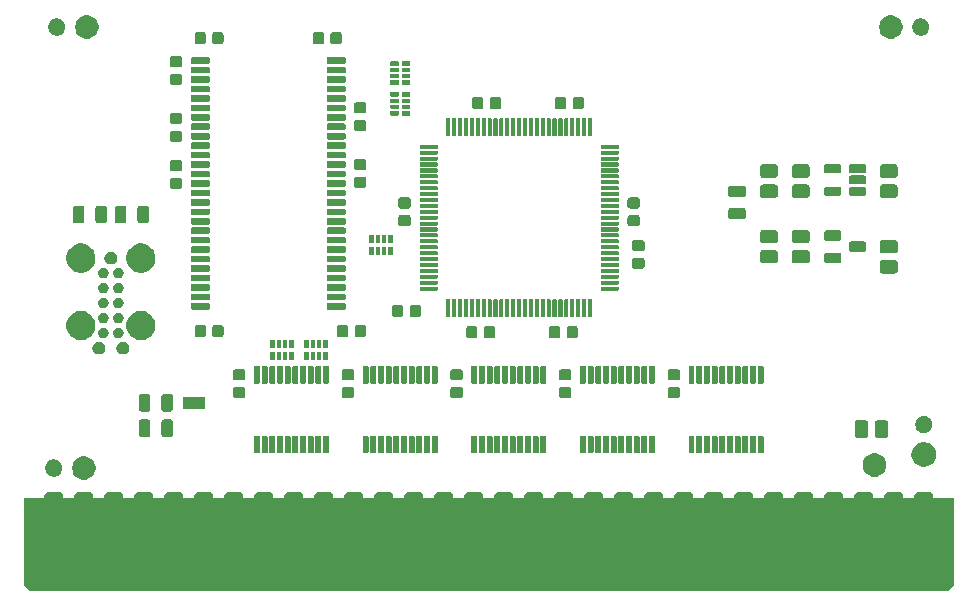
<source format=gts>
G04 #@! TF.GenerationSoftware,KiCad,Pcbnew,(5.1.5-0-10_14)*
G04 #@! TF.CreationDate,2020-09-29T17:52:59-04:00*
G04 #@! TF.ProjectId,RAM2E,52414d32-452e-46b6-9963-61645f706362,1.1*
G04 #@! TF.SameCoordinates,Original*
G04 #@! TF.FileFunction,Soldermask,Top*
G04 #@! TF.FilePolarity,Negative*
%FSLAX46Y46*%
G04 Gerber Fmt 4.6, Leading zero omitted, Abs format (unit mm)*
G04 Created by KiCad (PCBNEW (5.1.5-0-10_14)) date 2020-09-29 17:52:59*
%MOMM*%
%LPD*%
G04 APERTURE LIST*
%ADD10C,0.076200*%
%ADD11C,0.100000*%
G04 APERTURE END LIST*
D10*
G36*
X213360000Y-124460000D02*
G01*
X211582000Y-124460000D01*
X211582000Y-123571000D01*
X213360000Y-123571000D01*
X213360000Y-124460000D01*
G37*
X213360000Y-124460000D02*
X211582000Y-124460000D01*
X211582000Y-123571000D01*
X213360000Y-123571000D01*
X213360000Y-124460000D01*
D11*
G36*
X276860000Y-139446000D02*
G01*
X276352000Y-139954000D01*
X198628000Y-139954000D01*
X198120000Y-139446000D01*
X198120000Y-132080000D01*
X276860000Y-132080000D01*
X276860000Y-139446000D01*
G37*
G36*
X274825282Y-131569558D02*
G01*
X274896711Y-131591226D01*
X274962535Y-131626409D01*
X275020236Y-131673764D01*
X275067591Y-131731465D01*
X275102774Y-131797289D01*
X275124442Y-131868718D01*
X275132000Y-131945454D01*
X275132000Y-138618546D01*
X275124442Y-138695282D01*
X275102774Y-138766711D01*
X275067591Y-138832535D01*
X275020236Y-138890236D01*
X274962535Y-138937591D01*
X274896711Y-138972774D01*
X274825282Y-138994442D01*
X274748546Y-139002000D01*
X273891454Y-139002000D01*
X273814718Y-138994442D01*
X273743289Y-138972774D01*
X273677465Y-138937591D01*
X273619764Y-138890236D01*
X273572409Y-138832535D01*
X273537226Y-138766711D01*
X273515558Y-138695282D01*
X273508000Y-138618546D01*
X273508000Y-131945454D01*
X273515558Y-131868718D01*
X273537226Y-131797289D01*
X273572409Y-131731465D01*
X273619764Y-131673764D01*
X273677465Y-131626409D01*
X273743289Y-131591226D01*
X273814718Y-131569558D01*
X273891454Y-131562000D01*
X274748546Y-131562000D01*
X274825282Y-131569558D01*
G37*
G36*
X272285282Y-131569558D02*
G01*
X272356711Y-131591226D01*
X272422535Y-131626409D01*
X272480236Y-131673764D01*
X272527591Y-131731465D01*
X272562774Y-131797289D01*
X272584442Y-131868718D01*
X272592000Y-131945454D01*
X272592000Y-138618546D01*
X272584442Y-138695282D01*
X272562774Y-138766711D01*
X272527591Y-138832535D01*
X272480236Y-138890236D01*
X272422535Y-138937591D01*
X272356711Y-138972774D01*
X272285282Y-138994442D01*
X272208546Y-139002000D01*
X271351454Y-139002000D01*
X271274718Y-138994442D01*
X271203289Y-138972774D01*
X271137465Y-138937591D01*
X271079764Y-138890236D01*
X271032409Y-138832535D01*
X270997226Y-138766711D01*
X270975558Y-138695282D01*
X270968000Y-138618546D01*
X270968000Y-131945454D01*
X270975558Y-131868718D01*
X270997226Y-131797289D01*
X271032409Y-131731465D01*
X271079764Y-131673764D01*
X271137465Y-131626409D01*
X271203289Y-131591226D01*
X271274718Y-131569558D01*
X271351454Y-131562000D01*
X272208546Y-131562000D01*
X272285282Y-131569558D01*
G37*
G36*
X269745282Y-131569558D02*
G01*
X269816711Y-131591226D01*
X269882535Y-131626409D01*
X269940236Y-131673764D01*
X269987591Y-131731465D01*
X270022774Y-131797289D01*
X270044442Y-131868718D01*
X270052000Y-131945454D01*
X270052000Y-138618546D01*
X270044442Y-138695282D01*
X270022774Y-138766711D01*
X269987591Y-138832535D01*
X269940236Y-138890236D01*
X269882535Y-138937591D01*
X269816711Y-138972774D01*
X269745282Y-138994442D01*
X269668546Y-139002000D01*
X268811454Y-139002000D01*
X268734718Y-138994442D01*
X268663289Y-138972774D01*
X268597465Y-138937591D01*
X268539764Y-138890236D01*
X268492409Y-138832535D01*
X268457226Y-138766711D01*
X268435558Y-138695282D01*
X268428000Y-138618546D01*
X268428000Y-131945454D01*
X268435558Y-131868718D01*
X268457226Y-131797289D01*
X268492409Y-131731465D01*
X268539764Y-131673764D01*
X268597465Y-131626409D01*
X268663289Y-131591226D01*
X268734718Y-131569558D01*
X268811454Y-131562000D01*
X269668546Y-131562000D01*
X269745282Y-131569558D01*
G37*
G36*
X267205282Y-131569558D02*
G01*
X267276711Y-131591226D01*
X267342535Y-131626409D01*
X267400236Y-131673764D01*
X267447591Y-131731465D01*
X267482774Y-131797289D01*
X267504442Y-131868718D01*
X267512000Y-131945454D01*
X267512000Y-138618546D01*
X267504442Y-138695282D01*
X267482774Y-138766711D01*
X267447591Y-138832535D01*
X267400236Y-138890236D01*
X267342535Y-138937591D01*
X267276711Y-138972774D01*
X267205282Y-138994442D01*
X267128546Y-139002000D01*
X266271454Y-139002000D01*
X266194718Y-138994442D01*
X266123289Y-138972774D01*
X266057465Y-138937591D01*
X265999764Y-138890236D01*
X265952409Y-138832535D01*
X265917226Y-138766711D01*
X265895558Y-138695282D01*
X265888000Y-138618546D01*
X265888000Y-131945454D01*
X265895558Y-131868718D01*
X265917226Y-131797289D01*
X265952409Y-131731465D01*
X265999764Y-131673764D01*
X266057465Y-131626409D01*
X266123289Y-131591226D01*
X266194718Y-131569558D01*
X266271454Y-131562000D01*
X267128546Y-131562000D01*
X267205282Y-131569558D01*
G37*
G36*
X264665282Y-131569558D02*
G01*
X264736711Y-131591226D01*
X264802535Y-131626409D01*
X264860236Y-131673764D01*
X264907591Y-131731465D01*
X264942774Y-131797289D01*
X264964442Y-131868718D01*
X264972000Y-131945454D01*
X264972000Y-138618546D01*
X264964442Y-138695282D01*
X264942774Y-138766711D01*
X264907591Y-138832535D01*
X264860236Y-138890236D01*
X264802535Y-138937591D01*
X264736711Y-138972774D01*
X264665282Y-138994442D01*
X264588546Y-139002000D01*
X263731454Y-139002000D01*
X263654718Y-138994442D01*
X263583289Y-138972774D01*
X263517465Y-138937591D01*
X263459764Y-138890236D01*
X263412409Y-138832535D01*
X263377226Y-138766711D01*
X263355558Y-138695282D01*
X263348000Y-138618546D01*
X263348000Y-131945454D01*
X263355558Y-131868718D01*
X263377226Y-131797289D01*
X263412409Y-131731465D01*
X263459764Y-131673764D01*
X263517465Y-131626409D01*
X263583289Y-131591226D01*
X263654718Y-131569558D01*
X263731454Y-131562000D01*
X264588546Y-131562000D01*
X264665282Y-131569558D01*
G37*
G36*
X262125282Y-131569558D02*
G01*
X262196711Y-131591226D01*
X262262535Y-131626409D01*
X262320236Y-131673764D01*
X262367591Y-131731465D01*
X262402774Y-131797289D01*
X262424442Y-131868718D01*
X262432000Y-131945454D01*
X262432000Y-138618546D01*
X262424442Y-138695282D01*
X262402774Y-138766711D01*
X262367591Y-138832535D01*
X262320236Y-138890236D01*
X262262535Y-138937591D01*
X262196711Y-138972774D01*
X262125282Y-138994442D01*
X262048546Y-139002000D01*
X261191454Y-139002000D01*
X261114718Y-138994442D01*
X261043289Y-138972774D01*
X260977465Y-138937591D01*
X260919764Y-138890236D01*
X260872409Y-138832535D01*
X260837226Y-138766711D01*
X260815558Y-138695282D01*
X260808000Y-138618546D01*
X260808000Y-131945454D01*
X260815558Y-131868718D01*
X260837226Y-131797289D01*
X260872409Y-131731465D01*
X260919764Y-131673764D01*
X260977465Y-131626409D01*
X261043289Y-131591226D01*
X261114718Y-131569558D01*
X261191454Y-131562000D01*
X262048546Y-131562000D01*
X262125282Y-131569558D01*
G37*
G36*
X259585282Y-131569558D02*
G01*
X259656711Y-131591226D01*
X259722535Y-131626409D01*
X259780236Y-131673764D01*
X259827591Y-131731465D01*
X259862774Y-131797289D01*
X259884442Y-131868718D01*
X259892000Y-131945454D01*
X259892000Y-138618546D01*
X259884442Y-138695282D01*
X259862774Y-138766711D01*
X259827591Y-138832535D01*
X259780236Y-138890236D01*
X259722535Y-138937591D01*
X259656711Y-138972774D01*
X259585282Y-138994442D01*
X259508546Y-139002000D01*
X258651454Y-139002000D01*
X258574718Y-138994442D01*
X258503289Y-138972774D01*
X258437465Y-138937591D01*
X258379764Y-138890236D01*
X258332409Y-138832535D01*
X258297226Y-138766711D01*
X258275558Y-138695282D01*
X258268000Y-138618546D01*
X258268000Y-131945454D01*
X258275558Y-131868718D01*
X258297226Y-131797289D01*
X258332409Y-131731465D01*
X258379764Y-131673764D01*
X258437465Y-131626409D01*
X258503289Y-131591226D01*
X258574718Y-131569558D01*
X258651454Y-131562000D01*
X259508546Y-131562000D01*
X259585282Y-131569558D01*
G37*
G36*
X257045282Y-131569558D02*
G01*
X257116711Y-131591226D01*
X257182535Y-131626409D01*
X257240236Y-131673764D01*
X257287591Y-131731465D01*
X257322774Y-131797289D01*
X257344442Y-131868718D01*
X257352000Y-131945454D01*
X257352000Y-138618546D01*
X257344442Y-138695282D01*
X257322774Y-138766711D01*
X257287591Y-138832535D01*
X257240236Y-138890236D01*
X257182535Y-138937591D01*
X257116711Y-138972774D01*
X257045282Y-138994442D01*
X256968546Y-139002000D01*
X256111454Y-139002000D01*
X256034718Y-138994442D01*
X255963289Y-138972774D01*
X255897465Y-138937591D01*
X255839764Y-138890236D01*
X255792409Y-138832535D01*
X255757226Y-138766711D01*
X255735558Y-138695282D01*
X255728000Y-138618546D01*
X255728000Y-131945454D01*
X255735558Y-131868718D01*
X255757226Y-131797289D01*
X255792409Y-131731465D01*
X255839764Y-131673764D01*
X255897465Y-131626409D01*
X255963289Y-131591226D01*
X256034718Y-131569558D01*
X256111454Y-131562000D01*
X256968546Y-131562000D01*
X257045282Y-131569558D01*
G37*
G36*
X254505282Y-131569558D02*
G01*
X254576711Y-131591226D01*
X254642535Y-131626409D01*
X254700236Y-131673764D01*
X254747591Y-131731465D01*
X254782774Y-131797289D01*
X254804442Y-131868718D01*
X254812000Y-131945454D01*
X254812000Y-138618546D01*
X254804442Y-138695282D01*
X254782774Y-138766711D01*
X254747591Y-138832535D01*
X254700236Y-138890236D01*
X254642535Y-138937591D01*
X254576711Y-138972774D01*
X254505282Y-138994442D01*
X254428546Y-139002000D01*
X253571454Y-139002000D01*
X253494718Y-138994442D01*
X253423289Y-138972774D01*
X253357465Y-138937591D01*
X253299764Y-138890236D01*
X253252409Y-138832535D01*
X253217226Y-138766711D01*
X253195558Y-138695282D01*
X253188000Y-138618546D01*
X253188000Y-131945454D01*
X253195558Y-131868718D01*
X253217226Y-131797289D01*
X253252409Y-131731465D01*
X253299764Y-131673764D01*
X253357465Y-131626409D01*
X253423289Y-131591226D01*
X253494718Y-131569558D01*
X253571454Y-131562000D01*
X254428546Y-131562000D01*
X254505282Y-131569558D01*
G37*
G36*
X251965282Y-131569558D02*
G01*
X252036711Y-131591226D01*
X252102535Y-131626409D01*
X252160236Y-131673764D01*
X252207591Y-131731465D01*
X252242774Y-131797289D01*
X252264442Y-131868718D01*
X252272000Y-131945454D01*
X252272000Y-138618546D01*
X252264442Y-138695282D01*
X252242774Y-138766711D01*
X252207591Y-138832535D01*
X252160236Y-138890236D01*
X252102535Y-138937591D01*
X252036711Y-138972774D01*
X251965282Y-138994442D01*
X251888546Y-139002000D01*
X251031454Y-139002000D01*
X250954718Y-138994442D01*
X250883289Y-138972774D01*
X250817465Y-138937591D01*
X250759764Y-138890236D01*
X250712409Y-138832535D01*
X250677226Y-138766711D01*
X250655558Y-138695282D01*
X250648000Y-138618546D01*
X250648000Y-131945454D01*
X250655558Y-131868718D01*
X250677226Y-131797289D01*
X250712409Y-131731465D01*
X250759764Y-131673764D01*
X250817465Y-131626409D01*
X250883289Y-131591226D01*
X250954718Y-131569558D01*
X251031454Y-131562000D01*
X251888546Y-131562000D01*
X251965282Y-131569558D01*
G37*
G36*
X249425282Y-131569558D02*
G01*
X249496711Y-131591226D01*
X249562535Y-131626409D01*
X249620236Y-131673764D01*
X249667591Y-131731465D01*
X249702774Y-131797289D01*
X249724442Y-131868718D01*
X249732000Y-131945454D01*
X249732000Y-138618546D01*
X249724442Y-138695282D01*
X249702774Y-138766711D01*
X249667591Y-138832535D01*
X249620236Y-138890236D01*
X249562535Y-138937591D01*
X249496711Y-138972774D01*
X249425282Y-138994442D01*
X249348546Y-139002000D01*
X248491454Y-139002000D01*
X248414718Y-138994442D01*
X248343289Y-138972774D01*
X248277465Y-138937591D01*
X248219764Y-138890236D01*
X248172409Y-138832535D01*
X248137226Y-138766711D01*
X248115558Y-138695282D01*
X248108000Y-138618546D01*
X248108000Y-131945454D01*
X248115558Y-131868718D01*
X248137226Y-131797289D01*
X248172409Y-131731465D01*
X248219764Y-131673764D01*
X248277465Y-131626409D01*
X248343289Y-131591226D01*
X248414718Y-131569558D01*
X248491454Y-131562000D01*
X249348546Y-131562000D01*
X249425282Y-131569558D01*
G37*
G36*
X246885282Y-131569558D02*
G01*
X246956711Y-131591226D01*
X247022535Y-131626409D01*
X247080236Y-131673764D01*
X247127591Y-131731465D01*
X247162774Y-131797289D01*
X247184442Y-131868718D01*
X247192000Y-131945454D01*
X247192000Y-138618546D01*
X247184442Y-138695282D01*
X247162774Y-138766711D01*
X247127591Y-138832535D01*
X247080236Y-138890236D01*
X247022535Y-138937591D01*
X246956711Y-138972774D01*
X246885282Y-138994442D01*
X246808546Y-139002000D01*
X245951454Y-139002000D01*
X245874718Y-138994442D01*
X245803289Y-138972774D01*
X245737465Y-138937591D01*
X245679764Y-138890236D01*
X245632409Y-138832535D01*
X245597226Y-138766711D01*
X245575558Y-138695282D01*
X245568000Y-138618546D01*
X245568000Y-131945454D01*
X245575558Y-131868718D01*
X245597226Y-131797289D01*
X245632409Y-131731465D01*
X245679764Y-131673764D01*
X245737465Y-131626409D01*
X245803289Y-131591226D01*
X245874718Y-131569558D01*
X245951454Y-131562000D01*
X246808546Y-131562000D01*
X246885282Y-131569558D01*
G37*
G36*
X244345282Y-131569558D02*
G01*
X244416711Y-131591226D01*
X244482535Y-131626409D01*
X244540236Y-131673764D01*
X244587591Y-131731465D01*
X244622774Y-131797289D01*
X244644442Y-131868718D01*
X244652000Y-131945454D01*
X244652000Y-138618546D01*
X244644442Y-138695282D01*
X244622774Y-138766711D01*
X244587591Y-138832535D01*
X244540236Y-138890236D01*
X244482535Y-138937591D01*
X244416711Y-138972774D01*
X244345282Y-138994442D01*
X244268546Y-139002000D01*
X243411454Y-139002000D01*
X243334718Y-138994442D01*
X243263289Y-138972774D01*
X243197465Y-138937591D01*
X243139764Y-138890236D01*
X243092409Y-138832535D01*
X243057226Y-138766711D01*
X243035558Y-138695282D01*
X243028000Y-138618546D01*
X243028000Y-131945454D01*
X243035558Y-131868718D01*
X243057226Y-131797289D01*
X243092409Y-131731465D01*
X243139764Y-131673764D01*
X243197465Y-131626409D01*
X243263289Y-131591226D01*
X243334718Y-131569558D01*
X243411454Y-131562000D01*
X244268546Y-131562000D01*
X244345282Y-131569558D01*
G37*
G36*
X241805282Y-131569558D02*
G01*
X241876711Y-131591226D01*
X241942535Y-131626409D01*
X242000236Y-131673764D01*
X242047591Y-131731465D01*
X242082774Y-131797289D01*
X242104442Y-131868718D01*
X242112000Y-131945454D01*
X242112000Y-138618546D01*
X242104442Y-138695282D01*
X242082774Y-138766711D01*
X242047591Y-138832535D01*
X242000236Y-138890236D01*
X241942535Y-138937591D01*
X241876711Y-138972774D01*
X241805282Y-138994442D01*
X241728546Y-139002000D01*
X240871454Y-139002000D01*
X240794718Y-138994442D01*
X240723289Y-138972774D01*
X240657465Y-138937591D01*
X240599764Y-138890236D01*
X240552409Y-138832535D01*
X240517226Y-138766711D01*
X240495558Y-138695282D01*
X240488000Y-138618546D01*
X240488000Y-131945454D01*
X240495558Y-131868718D01*
X240517226Y-131797289D01*
X240552409Y-131731465D01*
X240599764Y-131673764D01*
X240657465Y-131626409D01*
X240723289Y-131591226D01*
X240794718Y-131569558D01*
X240871454Y-131562000D01*
X241728546Y-131562000D01*
X241805282Y-131569558D01*
G37*
G36*
X239265282Y-131569558D02*
G01*
X239336711Y-131591226D01*
X239402535Y-131626409D01*
X239460236Y-131673764D01*
X239507591Y-131731465D01*
X239542774Y-131797289D01*
X239564442Y-131868718D01*
X239572000Y-131945454D01*
X239572000Y-138618546D01*
X239564442Y-138695282D01*
X239542774Y-138766711D01*
X239507591Y-138832535D01*
X239460236Y-138890236D01*
X239402535Y-138937591D01*
X239336711Y-138972774D01*
X239265282Y-138994442D01*
X239188546Y-139002000D01*
X238331454Y-139002000D01*
X238254718Y-138994442D01*
X238183289Y-138972774D01*
X238117465Y-138937591D01*
X238059764Y-138890236D01*
X238012409Y-138832535D01*
X237977226Y-138766711D01*
X237955558Y-138695282D01*
X237948000Y-138618546D01*
X237948000Y-131945454D01*
X237955558Y-131868718D01*
X237977226Y-131797289D01*
X238012409Y-131731465D01*
X238059764Y-131673764D01*
X238117465Y-131626409D01*
X238183289Y-131591226D01*
X238254718Y-131569558D01*
X238331454Y-131562000D01*
X239188546Y-131562000D01*
X239265282Y-131569558D01*
G37*
G36*
X236725282Y-131569558D02*
G01*
X236796711Y-131591226D01*
X236862535Y-131626409D01*
X236920236Y-131673764D01*
X236967591Y-131731465D01*
X237002774Y-131797289D01*
X237024442Y-131868718D01*
X237032000Y-131945454D01*
X237032000Y-138618546D01*
X237024442Y-138695282D01*
X237002774Y-138766711D01*
X236967591Y-138832535D01*
X236920236Y-138890236D01*
X236862535Y-138937591D01*
X236796711Y-138972774D01*
X236725282Y-138994442D01*
X236648546Y-139002000D01*
X235791454Y-139002000D01*
X235714718Y-138994442D01*
X235643289Y-138972774D01*
X235577465Y-138937591D01*
X235519764Y-138890236D01*
X235472409Y-138832535D01*
X235437226Y-138766711D01*
X235415558Y-138695282D01*
X235408000Y-138618546D01*
X235408000Y-131945454D01*
X235415558Y-131868718D01*
X235437226Y-131797289D01*
X235472409Y-131731465D01*
X235519764Y-131673764D01*
X235577465Y-131626409D01*
X235643289Y-131591226D01*
X235714718Y-131569558D01*
X235791454Y-131562000D01*
X236648546Y-131562000D01*
X236725282Y-131569558D01*
G37*
G36*
X234185282Y-131569558D02*
G01*
X234256711Y-131591226D01*
X234322535Y-131626409D01*
X234380236Y-131673764D01*
X234427591Y-131731465D01*
X234462774Y-131797289D01*
X234484442Y-131868718D01*
X234492000Y-131945454D01*
X234492000Y-138618546D01*
X234484442Y-138695282D01*
X234462774Y-138766711D01*
X234427591Y-138832535D01*
X234380236Y-138890236D01*
X234322535Y-138937591D01*
X234256711Y-138972774D01*
X234185282Y-138994442D01*
X234108546Y-139002000D01*
X233251454Y-139002000D01*
X233174718Y-138994442D01*
X233103289Y-138972774D01*
X233037465Y-138937591D01*
X232979764Y-138890236D01*
X232932409Y-138832535D01*
X232897226Y-138766711D01*
X232875558Y-138695282D01*
X232868000Y-138618546D01*
X232868000Y-131945454D01*
X232875558Y-131868718D01*
X232897226Y-131797289D01*
X232932409Y-131731465D01*
X232979764Y-131673764D01*
X233037465Y-131626409D01*
X233103289Y-131591226D01*
X233174718Y-131569558D01*
X233251454Y-131562000D01*
X234108546Y-131562000D01*
X234185282Y-131569558D01*
G37*
G36*
X231645282Y-131569558D02*
G01*
X231716711Y-131591226D01*
X231782535Y-131626409D01*
X231840236Y-131673764D01*
X231887591Y-131731465D01*
X231922774Y-131797289D01*
X231944442Y-131868718D01*
X231952000Y-131945454D01*
X231952000Y-138618546D01*
X231944442Y-138695282D01*
X231922774Y-138766711D01*
X231887591Y-138832535D01*
X231840236Y-138890236D01*
X231782535Y-138937591D01*
X231716711Y-138972774D01*
X231645282Y-138994442D01*
X231568546Y-139002000D01*
X230711454Y-139002000D01*
X230634718Y-138994442D01*
X230563289Y-138972774D01*
X230497465Y-138937591D01*
X230439764Y-138890236D01*
X230392409Y-138832535D01*
X230357226Y-138766711D01*
X230335558Y-138695282D01*
X230328000Y-138618546D01*
X230328000Y-131945454D01*
X230335558Y-131868718D01*
X230357226Y-131797289D01*
X230392409Y-131731465D01*
X230439764Y-131673764D01*
X230497465Y-131626409D01*
X230563289Y-131591226D01*
X230634718Y-131569558D01*
X230711454Y-131562000D01*
X231568546Y-131562000D01*
X231645282Y-131569558D01*
G37*
G36*
X229105282Y-131569558D02*
G01*
X229176711Y-131591226D01*
X229242535Y-131626409D01*
X229300236Y-131673764D01*
X229347591Y-131731465D01*
X229382774Y-131797289D01*
X229404442Y-131868718D01*
X229412000Y-131945454D01*
X229412000Y-138618546D01*
X229404442Y-138695282D01*
X229382774Y-138766711D01*
X229347591Y-138832535D01*
X229300236Y-138890236D01*
X229242535Y-138937591D01*
X229176711Y-138972774D01*
X229105282Y-138994442D01*
X229028546Y-139002000D01*
X228171454Y-139002000D01*
X228094718Y-138994442D01*
X228023289Y-138972774D01*
X227957465Y-138937591D01*
X227899764Y-138890236D01*
X227852409Y-138832535D01*
X227817226Y-138766711D01*
X227795558Y-138695282D01*
X227788000Y-138618546D01*
X227788000Y-131945454D01*
X227795558Y-131868718D01*
X227817226Y-131797289D01*
X227852409Y-131731465D01*
X227899764Y-131673764D01*
X227957465Y-131626409D01*
X228023289Y-131591226D01*
X228094718Y-131569558D01*
X228171454Y-131562000D01*
X229028546Y-131562000D01*
X229105282Y-131569558D01*
G37*
G36*
X226565282Y-131569558D02*
G01*
X226636711Y-131591226D01*
X226702535Y-131626409D01*
X226760236Y-131673764D01*
X226807591Y-131731465D01*
X226842774Y-131797289D01*
X226864442Y-131868718D01*
X226872000Y-131945454D01*
X226872000Y-138618546D01*
X226864442Y-138695282D01*
X226842774Y-138766711D01*
X226807591Y-138832535D01*
X226760236Y-138890236D01*
X226702535Y-138937591D01*
X226636711Y-138972774D01*
X226565282Y-138994442D01*
X226488546Y-139002000D01*
X225631454Y-139002000D01*
X225554718Y-138994442D01*
X225483289Y-138972774D01*
X225417465Y-138937591D01*
X225359764Y-138890236D01*
X225312409Y-138832535D01*
X225277226Y-138766711D01*
X225255558Y-138695282D01*
X225248000Y-138618546D01*
X225248000Y-131945454D01*
X225255558Y-131868718D01*
X225277226Y-131797289D01*
X225312409Y-131731465D01*
X225359764Y-131673764D01*
X225417465Y-131626409D01*
X225483289Y-131591226D01*
X225554718Y-131569558D01*
X225631454Y-131562000D01*
X226488546Y-131562000D01*
X226565282Y-131569558D01*
G37*
G36*
X224025282Y-131569558D02*
G01*
X224096711Y-131591226D01*
X224162535Y-131626409D01*
X224220236Y-131673764D01*
X224267591Y-131731465D01*
X224302774Y-131797289D01*
X224324442Y-131868718D01*
X224332000Y-131945454D01*
X224332000Y-138618546D01*
X224324442Y-138695282D01*
X224302774Y-138766711D01*
X224267591Y-138832535D01*
X224220236Y-138890236D01*
X224162535Y-138937591D01*
X224096711Y-138972774D01*
X224025282Y-138994442D01*
X223948546Y-139002000D01*
X223091454Y-139002000D01*
X223014718Y-138994442D01*
X222943289Y-138972774D01*
X222877465Y-138937591D01*
X222819764Y-138890236D01*
X222772409Y-138832535D01*
X222737226Y-138766711D01*
X222715558Y-138695282D01*
X222708000Y-138618546D01*
X222708000Y-131945454D01*
X222715558Y-131868718D01*
X222737226Y-131797289D01*
X222772409Y-131731465D01*
X222819764Y-131673764D01*
X222877465Y-131626409D01*
X222943289Y-131591226D01*
X223014718Y-131569558D01*
X223091454Y-131562000D01*
X223948546Y-131562000D01*
X224025282Y-131569558D01*
G37*
G36*
X221485282Y-131569558D02*
G01*
X221556711Y-131591226D01*
X221622535Y-131626409D01*
X221680236Y-131673764D01*
X221727591Y-131731465D01*
X221762774Y-131797289D01*
X221784442Y-131868718D01*
X221792000Y-131945454D01*
X221792000Y-138618546D01*
X221784442Y-138695282D01*
X221762774Y-138766711D01*
X221727591Y-138832535D01*
X221680236Y-138890236D01*
X221622535Y-138937591D01*
X221556711Y-138972774D01*
X221485282Y-138994442D01*
X221408546Y-139002000D01*
X220551454Y-139002000D01*
X220474718Y-138994442D01*
X220403289Y-138972774D01*
X220337465Y-138937591D01*
X220279764Y-138890236D01*
X220232409Y-138832535D01*
X220197226Y-138766711D01*
X220175558Y-138695282D01*
X220168000Y-138618546D01*
X220168000Y-131945454D01*
X220175558Y-131868718D01*
X220197226Y-131797289D01*
X220232409Y-131731465D01*
X220279764Y-131673764D01*
X220337465Y-131626409D01*
X220403289Y-131591226D01*
X220474718Y-131569558D01*
X220551454Y-131562000D01*
X221408546Y-131562000D01*
X221485282Y-131569558D01*
G37*
G36*
X218945282Y-131569558D02*
G01*
X219016711Y-131591226D01*
X219082535Y-131626409D01*
X219140236Y-131673764D01*
X219187591Y-131731465D01*
X219222774Y-131797289D01*
X219244442Y-131868718D01*
X219252000Y-131945454D01*
X219252000Y-138618546D01*
X219244442Y-138695282D01*
X219222774Y-138766711D01*
X219187591Y-138832535D01*
X219140236Y-138890236D01*
X219082535Y-138937591D01*
X219016711Y-138972774D01*
X218945282Y-138994442D01*
X218868546Y-139002000D01*
X218011454Y-139002000D01*
X217934718Y-138994442D01*
X217863289Y-138972774D01*
X217797465Y-138937591D01*
X217739764Y-138890236D01*
X217692409Y-138832535D01*
X217657226Y-138766711D01*
X217635558Y-138695282D01*
X217628000Y-138618546D01*
X217628000Y-131945454D01*
X217635558Y-131868718D01*
X217657226Y-131797289D01*
X217692409Y-131731465D01*
X217739764Y-131673764D01*
X217797465Y-131626409D01*
X217863289Y-131591226D01*
X217934718Y-131569558D01*
X218011454Y-131562000D01*
X218868546Y-131562000D01*
X218945282Y-131569558D01*
G37*
G36*
X216405282Y-131569558D02*
G01*
X216476711Y-131591226D01*
X216542535Y-131626409D01*
X216600236Y-131673764D01*
X216647591Y-131731465D01*
X216682774Y-131797289D01*
X216704442Y-131868718D01*
X216712000Y-131945454D01*
X216712000Y-138618546D01*
X216704442Y-138695282D01*
X216682774Y-138766711D01*
X216647591Y-138832535D01*
X216600236Y-138890236D01*
X216542535Y-138937591D01*
X216476711Y-138972774D01*
X216405282Y-138994442D01*
X216328546Y-139002000D01*
X215471454Y-139002000D01*
X215394718Y-138994442D01*
X215323289Y-138972774D01*
X215257465Y-138937591D01*
X215199764Y-138890236D01*
X215152409Y-138832535D01*
X215117226Y-138766711D01*
X215095558Y-138695282D01*
X215088000Y-138618546D01*
X215088000Y-131945454D01*
X215095558Y-131868718D01*
X215117226Y-131797289D01*
X215152409Y-131731465D01*
X215199764Y-131673764D01*
X215257465Y-131626409D01*
X215323289Y-131591226D01*
X215394718Y-131569558D01*
X215471454Y-131562000D01*
X216328546Y-131562000D01*
X216405282Y-131569558D01*
G37*
G36*
X213865282Y-131569558D02*
G01*
X213936711Y-131591226D01*
X214002535Y-131626409D01*
X214060236Y-131673764D01*
X214107591Y-131731465D01*
X214142774Y-131797289D01*
X214164442Y-131868718D01*
X214172000Y-131945454D01*
X214172000Y-138618546D01*
X214164442Y-138695282D01*
X214142774Y-138766711D01*
X214107591Y-138832535D01*
X214060236Y-138890236D01*
X214002535Y-138937591D01*
X213936711Y-138972774D01*
X213865282Y-138994442D01*
X213788546Y-139002000D01*
X212931454Y-139002000D01*
X212854718Y-138994442D01*
X212783289Y-138972774D01*
X212717465Y-138937591D01*
X212659764Y-138890236D01*
X212612409Y-138832535D01*
X212577226Y-138766711D01*
X212555558Y-138695282D01*
X212548000Y-138618546D01*
X212548000Y-131945454D01*
X212555558Y-131868718D01*
X212577226Y-131797289D01*
X212612409Y-131731465D01*
X212659764Y-131673764D01*
X212717465Y-131626409D01*
X212783289Y-131591226D01*
X212854718Y-131569558D01*
X212931454Y-131562000D01*
X213788546Y-131562000D01*
X213865282Y-131569558D01*
G37*
G36*
X211325282Y-131569558D02*
G01*
X211396711Y-131591226D01*
X211462535Y-131626409D01*
X211520236Y-131673764D01*
X211567591Y-131731465D01*
X211602774Y-131797289D01*
X211624442Y-131868718D01*
X211632000Y-131945454D01*
X211632000Y-138618546D01*
X211624442Y-138695282D01*
X211602774Y-138766711D01*
X211567591Y-138832535D01*
X211520236Y-138890236D01*
X211462535Y-138937591D01*
X211396711Y-138972774D01*
X211325282Y-138994442D01*
X211248546Y-139002000D01*
X210391454Y-139002000D01*
X210314718Y-138994442D01*
X210243289Y-138972774D01*
X210177465Y-138937591D01*
X210119764Y-138890236D01*
X210072409Y-138832535D01*
X210037226Y-138766711D01*
X210015558Y-138695282D01*
X210008000Y-138618546D01*
X210008000Y-131945454D01*
X210015558Y-131868718D01*
X210037226Y-131797289D01*
X210072409Y-131731465D01*
X210119764Y-131673764D01*
X210177465Y-131626409D01*
X210243289Y-131591226D01*
X210314718Y-131569558D01*
X210391454Y-131562000D01*
X211248546Y-131562000D01*
X211325282Y-131569558D01*
G37*
G36*
X208785282Y-131569558D02*
G01*
X208856711Y-131591226D01*
X208922535Y-131626409D01*
X208980236Y-131673764D01*
X209027591Y-131731465D01*
X209062774Y-131797289D01*
X209084442Y-131868718D01*
X209092000Y-131945454D01*
X209092000Y-138618546D01*
X209084442Y-138695282D01*
X209062774Y-138766711D01*
X209027591Y-138832535D01*
X208980236Y-138890236D01*
X208922535Y-138937591D01*
X208856711Y-138972774D01*
X208785282Y-138994442D01*
X208708546Y-139002000D01*
X207851454Y-139002000D01*
X207774718Y-138994442D01*
X207703289Y-138972774D01*
X207637465Y-138937591D01*
X207579764Y-138890236D01*
X207532409Y-138832535D01*
X207497226Y-138766711D01*
X207475558Y-138695282D01*
X207468000Y-138618546D01*
X207468000Y-131945454D01*
X207475558Y-131868718D01*
X207497226Y-131797289D01*
X207532409Y-131731465D01*
X207579764Y-131673764D01*
X207637465Y-131626409D01*
X207703289Y-131591226D01*
X207774718Y-131569558D01*
X207851454Y-131562000D01*
X208708546Y-131562000D01*
X208785282Y-131569558D01*
G37*
G36*
X206245282Y-131569558D02*
G01*
X206316711Y-131591226D01*
X206382535Y-131626409D01*
X206440236Y-131673764D01*
X206487591Y-131731465D01*
X206522774Y-131797289D01*
X206544442Y-131868718D01*
X206552000Y-131945454D01*
X206552000Y-138618546D01*
X206544442Y-138695282D01*
X206522774Y-138766711D01*
X206487591Y-138832535D01*
X206440236Y-138890236D01*
X206382535Y-138937591D01*
X206316711Y-138972774D01*
X206245282Y-138994442D01*
X206168546Y-139002000D01*
X205311454Y-139002000D01*
X205234718Y-138994442D01*
X205163289Y-138972774D01*
X205097465Y-138937591D01*
X205039764Y-138890236D01*
X204992409Y-138832535D01*
X204957226Y-138766711D01*
X204935558Y-138695282D01*
X204928000Y-138618546D01*
X204928000Y-131945454D01*
X204935558Y-131868718D01*
X204957226Y-131797289D01*
X204992409Y-131731465D01*
X205039764Y-131673764D01*
X205097465Y-131626409D01*
X205163289Y-131591226D01*
X205234718Y-131569558D01*
X205311454Y-131562000D01*
X206168546Y-131562000D01*
X206245282Y-131569558D01*
G37*
G36*
X203705282Y-131569558D02*
G01*
X203776711Y-131591226D01*
X203842535Y-131626409D01*
X203900236Y-131673764D01*
X203947591Y-131731465D01*
X203982774Y-131797289D01*
X204004442Y-131868718D01*
X204012000Y-131945454D01*
X204012000Y-138618546D01*
X204004442Y-138695282D01*
X203982774Y-138766711D01*
X203947591Y-138832535D01*
X203900236Y-138890236D01*
X203842535Y-138937591D01*
X203776711Y-138972774D01*
X203705282Y-138994442D01*
X203628546Y-139002000D01*
X202771454Y-139002000D01*
X202694718Y-138994442D01*
X202623289Y-138972774D01*
X202557465Y-138937591D01*
X202499764Y-138890236D01*
X202452409Y-138832535D01*
X202417226Y-138766711D01*
X202395558Y-138695282D01*
X202388000Y-138618546D01*
X202388000Y-131945454D01*
X202395558Y-131868718D01*
X202417226Y-131797289D01*
X202452409Y-131731465D01*
X202499764Y-131673764D01*
X202557465Y-131626409D01*
X202623289Y-131591226D01*
X202694718Y-131569558D01*
X202771454Y-131562000D01*
X203628546Y-131562000D01*
X203705282Y-131569558D01*
G37*
G36*
X201165282Y-131569558D02*
G01*
X201236711Y-131591226D01*
X201302535Y-131626409D01*
X201360236Y-131673764D01*
X201407591Y-131731465D01*
X201442774Y-131797289D01*
X201464442Y-131868718D01*
X201472000Y-131945454D01*
X201472000Y-138618546D01*
X201464442Y-138695282D01*
X201442774Y-138766711D01*
X201407591Y-138832535D01*
X201360236Y-138890236D01*
X201302535Y-138937591D01*
X201236711Y-138972774D01*
X201165282Y-138994442D01*
X201088546Y-139002000D01*
X200231454Y-139002000D01*
X200154718Y-138994442D01*
X200083289Y-138972774D01*
X200017465Y-138937591D01*
X199959764Y-138890236D01*
X199912409Y-138832535D01*
X199877226Y-138766711D01*
X199855558Y-138695282D01*
X199848000Y-138618546D01*
X199848000Y-131945454D01*
X199855558Y-131868718D01*
X199877226Y-131797289D01*
X199912409Y-131731465D01*
X199959764Y-131673764D01*
X200017465Y-131626409D01*
X200083289Y-131591226D01*
X200154718Y-131569558D01*
X200231454Y-131562000D01*
X201088546Y-131562000D01*
X201165282Y-131569558D01*
G37*
G36*
X203395090Y-128559215D02*
G01*
X203491689Y-128578429D01*
X203673678Y-128653811D01*
X203837463Y-128763249D01*
X203976751Y-128902537D01*
X204086189Y-129066322D01*
X204161571Y-129248311D01*
X204200000Y-129441509D01*
X204200000Y-129638491D01*
X204161571Y-129831689D01*
X204086189Y-130013678D01*
X203976751Y-130177463D01*
X203837463Y-130316751D01*
X203673678Y-130426189D01*
X203491689Y-130501571D01*
X203395090Y-130520785D01*
X203298493Y-130540000D01*
X203101507Y-130540000D01*
X203004910Y-130520785D01*
X202908311Y-130501571D01*
X202726322Y-130426189D01*
X202562537Y-130316751D01*
X202423249Y-130177463D01*
X202313811Y-130013678D01*
X202238429Y-129831689D01*
X202200000Y-129638491D01*
X202200000Y-129441509D01*
X202238429Y-129248311D01*
X202313811Y-129066322D01*
X202423249Y-128902537D01*
X202562537Y-128763249D01*
X202726322Y-128653811D01*
X202908311Y-128578429D01*
X203004910Y-128559215D01*
X203101507Y-128540000D01*
X203298493Y-128540000D01*
X203395090Y-128559215D01*
G37*
G36*
X270324090Y-128305214D02*
G01*
X270420689Y-128324429D01*
X270602678Y-128399811D01*
X270766463Y-128509249D01*
X270905751Y-128648537D01*
X271015189Y-128812322D01*
X271090571Y-128994311D01*
X271090571Y-128994313D01*
X271129000Y-129187507D01*
X271129000Y-129384493D01*
X271117659Y-129441507D01*
X271090571Y-129577689D01*
X271015189Y-129759678D01*
X270905751Y-129923463D01*
X270766463Y-130062751D01*
X270602678Y-130172189D01*
X270420689Y-130247571D01*
X270338094Y-130264000D01*
X270227493Y-130286000D01*
X270030507Y-130286000D01*
X269919906Y-130264000D01*
X269837311Y-130247571D01*
X269655322Y-130172189D01*
X269491537Y-130062751D01*
X269352249Y-129923463D01*
X269242811Y-129759678D01*
X269167429Y-129577689D01*
X269140341Y-129441507D01*
X269129000Y-129384493D01*
X269129000Y-129187507D01*
X269167429Y-128994313D01*
X269167429Y-128994311D01*
X269242811Y-128812322D01*
X269352249Y-128648537D01*
X269491537Y-128509249D01*
X269655322Y-128399811D01*
X269837311Y-128324429D01*
X269933910Y-128305214D01*
X270030507Y-128286000D01*
X270227493Y-128286000D01*
X270324090Y-128305214D01*
G37*
G36*
X200871181Y-128843822D02*
G01*
X201002941Y-128898399D01*
X201002943Y-128898400D01*
X201009134Y-128902537D01*
X201121522Y-128977632D01*
X201222368Y-129078478D01*
X201301601Y-129197059D01*
X201356178Y-129328819D01*
X201384000Y-129468691D01*
X201384000Y-129611309D01*
X201356178Y-129751181D01*
X201356177Y-129751183D01*
X201301600Y-129882943D01*
X201222367Y-130001523D01*
X201121523Y-130102367D01*
X201002943Y-130181600D01*
X201002942Y-130181601D01*
X201002941Y-130181601D01*
X200871181Y-130236178D01*
X200731309Y-130264000D01*
X200588691Y-130264000D01*
X200448819Y-130236178D01*
X200317059Y-130181601D01*
X200317058Y-130181601D01*
X200317057Y-130181600D01*
X200198477Y-130102367D01*
X200097633Y-130001523D01*
X200018400Y-129882943D01*
X199963823Y-129751183D01*
X199963822Y-129751181D01*
X199936000Y-129611309D01*
X199936000Y-129468691D01*
X199963822Y-129328819D01*
X200018399Y-129197059D01*
X200097632Y-129078478D01*
X200198478Y-128977632D01*
X200310866Y-128902537D01*
X200317057Y-128898400D01*
X200317059Y-128898399D01*
X200448819Y-128843822D01*
X200588691Y-128816000D01*
X200731309Y-128816000D01*
X200871181Y-128843822D01*
G37*
G36*
X274448687Y-127352027D02*
G01*
X274626274Y-127387350D01*
X274817362Y-127466502D01*
X274989336Y-127581411D01*
X275135589Y-127727664D01*
X275250498Y-127899638D01*
X275329650Y-128090726D01*
X275355790Y-128222144D01*
X275369527Y-128291203D01*
X275370000Y-128293584D01*
X275370000Y-128500416D01*
X275329650Y-128703274D01*
X275250498Y-128894362D01*
X275135589Y-129066336D01*
X274989336Y-129212589D01*
X274817362Y-129327498D01*
X274626274Y-129406650D01*
X274451032Y-129441507D01*
X274423417Y-129447000D01*
X274216583Y-129447000D01*
X274188968Y-129441507D01*
X274013726Y-129406650D01*
X273822638Y-129327498D01*
X273650664Y-129212589D01*
X273504411Y-129066336D01*
X273389502Y-128894362D01*
X273310350Y-128703274D01*
X273270000Y-128500416D01*
X273270000Y-128293584D01*
X273270474Y-128291203D01*
X273284210Y-128222144D01*
X273310350Y-128090726D01*
X273389502Y-127899638D01*
X273504411Y-127727664D01*
X273650664Y-127581411D01*
X273822638Y-127466502D01*
X274013726Y-127387350D01*
X274191313Y-127352027D01*
X274216583Y-127347000D01*
X274423417Y-127347000D01*
X274448687Y-127352027D01*
G37*
G36*
X230468865Y-126803149D02*
G01*
X230487485Y-126808797D01*
X230504643Y-126817968D01*
X230519686Y-126830314D01*
X230532032Y-126845357D01*
X230541203Y-126862515D01*
X230546851Y-126881135D01*
X230549000Y-126902954D01*
X230549000Y-128197046D01*
X230546851Y-128218865D01*
X230541203Y-128237485D01*
X230532032Y-128254643D01*
X230519686Y-128269686D01*
X230504643Y-128282032D01*
X230487485Y-128291203D01*
X230468865Y-128296851D01*
X230447046Y-128299000D01*
X230152954Y-128299000D01*
X230131135Y-128296851D01*
X230112515Y-128291203D01*
X230095357Y-128282032D01*
X230080314Y-128269686D01*
X230067968Y-128254643D01*
X230058797Y-128237485D01*
X230053149Y-128218865D01*
X230051000Y-128197046D01*
X230051000Y-126902954D01*
X230053149Y-126881135D01*
X230058797Y-126862515D01*
X230067968Y-126845357D01*
X230080314Y-126830314D01*
X230095357Y-126817968D01*
X230112515Y-126808797D01*
X230131135Y-126803149D01*
X230152954Y-126801000D01*
X230447046Y-126801000D01*
X230468865Y-126803149D01*
G37*
G36*
X229818865Y-126803149D02*
G01*
X229837485Y-126808797D01*
X229854643Y-126817968D01*
X229869686Y-126830314D01*
X229882032Y-126845357D01*
X229891203Y-126862515D01*
X229896851Y-126881135D01*
X229899000Y-126902954D01*
X229899000Y-128197046D01*
X229896851Y-128218865D01*
X229891203Y-128237485D01*
X229882032Y-128254643D01*
X229869686Y-128269686D01*
X229854643Y-128282032D01*
X229837485Y-128291203D01*
X229818865Y-128296851D01*
X229797046Y-128299000D01*
X229502954Y-128299000D01*
X229481135Y-128296851D01*
X229462515Y-128291203D01*
X229445357Y-128282032D01*
X229430314Y-128269686D01*
X229417968Y-128254643D01*
X229408797Y-128237485D01*
X229403149Y-128218865D01*
X229401000Y-128197046D01*
X229401000Y-126902954D01*
X229403149Y-126881135D01*
X229408797Y-126862515D01*
X229417968Y-126845357D01*
X229430314Y-126830314D01*
X229445357Y-126817968D01*
X229462515Y-126808797D01*
X229481135Y-126803149D01*
X229502954Y-126801000D01*
X229797046Y-126801000D01*
X229818865Y-126803149D01*
G37*
G36*
X229168865Y-126803149D02*
G01*
X229187485Y-126808797D01*
X229204643Y-126817968D01*
X229219686Y-126830314D01*
X229232032Y-126845357D01*
X229241203Y-126862515D01*
X229246851Y-126881135D01*
X229249000Y-126902954D01*
X229249000Y-128197046D01*
X229246851Y-128218865D01*
X229241203Y-128237485D01*
X229232032Y-128254643D01*
X229219686Y-128269686D01*
X229204643Y-128282032D01*
X229187485Y-128291203D01*
X229168865Y-128296851D01*
X229147046Y-128299000D01*
X228852954Y-128299000D01*
X228831135Y-128296851D01*
X228812515Y-128291203D01*
X228795357Y-128282032D01*
X228780314Y-128269686D01*
X228767968Y-128254643D01*
X228758797Y-128237485D01*
X228753149Y-128218865D01*
X228751000Y-128197046D01*
X228751000Y-126902954D01*
X228753149Y-126881135D01*
X228758797Y-126862515D01*
X228767968Y-126845357D01*
X228780314Y-126830314D01*
X228795357Y-126817968D01*
X228812515Y-126808797D01*
X228831135Y-126803149D01*
X228852954Y-126801000D01*
X229147046Y-126801000D01*
X229168865Y-126803149D01*
G37*
G36*
X228518865Y-126803149D02*
G01*
X228537485Y-126808797D01*
X228554643Y-126817968D01*
X228569686Y-126830314D01*
X228582032Y-126845357D01*
X228591203Y-126862515D01*
X228596851Y-126881135D01*
X228599000Y-126902954D01*
X228599000Y-128197046D01*
X228596851Y-128218865D01*
X228591203Y-128237485D01*
X228582032Y-128254643D01*
X228569686Y-128269686D01*
X228554643Y-128282032D01*
X228537485Y-128291203D01*
X228518865Y-128296851D01*
X228497046Y-128299000D01*
X228202954Y-128299000D01*
X228181135Y-128296851D01*
X228162515Y-128291203D01*
X228145357Y-128282032D01*
X228130314Y-128269686D01*
X228117968Y-128254643D01*
X228108797Y-128237485D01*
X228103149Y-128218865D01*
X228101000Y-128197046D01*
X228101000Y-126902954D01*
X228103149Y-126881135D01*
X228108797Y-126862515D01*
X228117968Y-126845357D01*
X228130314Y-126830314D01*
X228145357Y-126817968D01*
X228162515Y-126808797D01*
X228181135Y-126803149D01*
X228202954Y-126801000D01*
X228497046Y-126801000D01*
X228518865Y-126803149D01*
G37*
G36*
X227868865Y-126803149D02*
G01*
X227887485Y-126808797D01*
X227904643Y-126817968D01*
X227919686Y-126830314D01*
X227932032Y-126845357D01*
X227941203Y-126862515D01*
X227946851Y-126881135D01*
X227949000Y-126902954D01*
X227949000Y-128197046D01*
X227946851Y-128218865D01*
X227941203Y-128237485D01*
X227932032Y-128254643D01*
X227919686Y-128269686D01*
X227904643Y-128282032D01*
X227887485Y-128291203D01*
X227868865Y-128296851D01*
X227847046Y-128299000D01*
X227552954Y-128299000D01*
X227531135Y-128296851D01*
X227512515Y-128291203D01*
X227495357Y-128282032D01*
X227480314Y-128269686D01*
X227467968Y-128254643D01*
X227458797Y-128237485D01*
X227453149Y-128218865D01*
X227451000Y-128197046D01*
X227451000Y-126902954D01*
X227453149Y-126881135D01*
X227458797Y-126862515D01*
X227467968Y-126845357D01*
X227480314Y-126830314D01*
X227495357Y-126817968D01*
X227512515Y-126808797D01*
X227531135Y-126803149D01*
X227552954Y-126801000D01*
X227847046Y-126801000D01*
X227868865Y-126803149D01*
G37*
G36*
X227218865Y-126803149D02*
G01*
X227237485Y-126808797D01*
X227254643Y-126817968D01*
X227269686Y-126830314D01*
X227282032Y-126845357D01*
X227291203Y-126862515D01*
X227296851Y-126881135D01*
X227299000Y-126902954D01*
X227299000Y-128197046D01*
X227296851Y-128218865D01*
X227291203Y-128237485D01*
X227282032Y-128254643D01*
X227269686Y-128269686D01*
X227254643Y-128282032D01*
X227237485Y-128291203D01*
X227218865Y-128296851D01*
X227197046Y-128299000D01*
X226902954Y-128299000D01*
X226881135Y-128296851D01*
X226862515Y-128291203D01*
X226845357Y-128282032D01*
X226830314Y-128269686D01*
X226817968Y-128254643D01*
X226808797Y-128237485D01*
X226803149Y-128218865D01*
X226801000Y-128197046D01*
X226801000Y-126902954D01*
X226803149Y-126881135D01*
X226808797Y-126862515D01*
X226817968Y-126845357D01*
X226830314Y-126830314D01*
X226845357Y-126817968D01*
X226862515Y-126808797D01*
X226881135Y-126803149D01*
X226902954Y-126801000D01*
X227197046Y-126801000D01*
X227218865Y-126803149D01*
G37*
G36*
X223868865Y-126803149D02*
G01*
X223887485Y-126808797D01*
X223904643Y-126817968D01*
X223919686Y-126830314D01*
X223932032Y-126845357D01*
X223941203Y-126862515D01*
X223946851Y-126881135D01*
X223949000Y-126902954D01*
X223949000Y-128197046D01*
X223946851Y-128218865D01*
X223941203Y-128237485D01*
X223932032Y-128254643D01*
X223919686Y-128269686D01*
X223904643Y-128282032D01*
X223887485Y-128291203D01*
X223868865Y-128296851D01*
X223847046Y-128299000D01*
X223552954Y-128299000D01*
X223531135Y-128296851D01*
X223512515Y-128291203D01*
X223495357Y-128282032D01*
X223480314Y-128269686D01*
X223467968Y-128254643D01*
X223458797Y-128237485D01*
X223453149Y-128218865D01*
X223451000Y-128197046D01*
X223451000Y-126902954D01*
X223453149Y-126881135D01*
X223458797Y-126862515D01*
X223467968Y-126845357D01*
X223480314Y-126830314D01*
X223495357Y-126817968D01*
X223512515Y-126808797D01*
X223531135Y-126803149D01*
X223552954Y-126801000D01*
X223847046Y-126801000D01*
X223868865Y-126803149D01*
G37*
G36*
X223218865Y-126803149D02*
G01*
X223237485Y-126808797D01*
X223254643Y-126817968D01*
X223269686Y-126830314D01*
X223282032Y-126845357D01*
X223291203Y-126862515D01*
X223296851Y-126881135D01*
X223299000Y-126902954D01*
X223299000Y-128197046D01*
X223296851Y-128218865D01*
X223291203Y-128237485D01*
X223282032Y-128254643D01*
X223269686Y-128269686D01*
X223254643Y-128282032D01*
X223237485Y-128291203D01*
X223218865Y-128296851D01*
X223197046Y-128299000D01*
X222902954Y-128299000D01*
X222881135Y-128296851D01*
X222862515Y-128291203D01*
X222845357Y-128282032D01*
X222830314Y-128269686D01*
X222817968Y-128254643D01*
X222808797Y-128237485D01*
X222803149Y-128218865D01*
X222801000Y-128197046D01*
X222801000Y-126902954D01*
X222803149Y-126881135D01*
X222808797Y-126862515D01*
X222817968Y-126845357D01*
X222830314Y-126830314D01*
X222845357Y-126817968D01*
X222862515Y-126808797D01*
X222881135Y-126803149D01*
X222902954Y-126801000D01*
X223197046Y-126801000D01*
X223218865Y-126803149D01*
G37*
G36*
X222568865Y-126803149D02*
G01*
X222587485Y-126808797D01*
X222604643Y-126817968D01*
X222619686Y-126830314D01*
X222632032Y-126845357D01*
X222641203Y-126862515D01*
X222646851Y-126881135D01*
X222649000Y-126902954D01*
X222649000Y-128197046D01*
X222646851Y-128218865D01*
X222641203Y-128237485D01*
X222632032Y-128254643D01*
X222619686Y-128269686D01*
X222604643Y-128282032D01*
X222587485Y-128291203D01*
X222568865Y-128296851D01*
X222547046Y-128299000D01*
X222252954Y-128299000D01*
X222231135Y-128296851D01*
X222212515Y-128291203D01*
X222195357Y-128282032D01*
X222180314Y-128269686D01*
X222167968Y-128254643D01*
X222158797Y-128237485D01*
X222153149Y-128218865D01*
X222151000Y-128197046D01*
X222151000Y-126902954D01*
X222153149Y-126881135D01*
X222158797Y-126862515D01*
X222167968Y-126845357D01*
X222180314Y-126830314D01*
X222195357Y-126817968D01*
X222212515Y-126808797D01*
X222231135Y-126803149D01*
X222252954Y-126801000D01*
X222547046Y-126801000D01*
X222568865Y-126803149D01*
G37*
G36*
X221918865Y-126803149D02*
G01*
X221937485Y-126808797D01*
X221954643Y-126817968D01*
X221969686Y-126830314D01*
X221982032Y-126845357D01*
X221991203Y-126862515D01*
X221996851Y-126881135D01*
X221999000Y-126902954D01*
X221999000Y-128197046D01*
X221996851Y-128218865D01*
X221991203Y-128237485D01*
X221982032Y-128254643D01*
X221969686Y-128269686D01*
X221954643Y-128282032D01*
X221937485Y-128291203D01*
X221918865Y-128296851D01*
X221897046Y-128299000D01*
X221602954Y-128299000D01*
X221581135Y-128296851D01*
X221562515Y-128291203D01*
X221545357Y-128282032D01*
X221530314Y-128269686D01*
X221517968Y-128254643D01*
X221508797Y-128237485D01*
X221503149Y-128218865D01*
X221501000Y-128197046D01*
X221501000Y-126902954D01*
X221503149Y-126881135D01*
X221508797Y-126862515D01*
X221517968Y-126845357D01*
X221530314Y-126830314D01*
X221545357Y-126817968D01*
X221562515Y-126808797D01*
X221581135Y-126803149D01*
X221602954Y-126801000D01*
X221897046Y-126801000D01*
X221918865Y-126803149D01*
G37*
G36*
X221268865Y-126803149D02*
G01*
X221287485Y-126808797D01*
X221304643Y-126817968D01*
X221319686Y-126830314D01*
X221332032Y-126845357D01*
X221341203Y-126862515D01*
X221346851Y-126881135D01*
X221349000Y-126902954D01*
X221349000Y-128197046D01*
X221346851Y-128218865D01*
X221341203Y-128237485D01*
X221332032Y-128254643D01*
X221319686Y-128269686D01*
X221304643Y-128282032D01*
X221287485Y-128291203D01*
X221268865Y-128296851D01*
X221247046Y-128299000D01*
X220952954Y-128299000D01*
X220931135Y-128296851D01*
X220912515Y-128291203D01*
X220895357Y-128282032D01*
X220880314Y-128269686D01*
X220867968Y-128254643D01*
X220858797Y-128237485D01*
X220853149Y-128218865D01*
X220851000Y-128197046D01*
X220851000Y-126902954D01*
X220853149Y-126881135D01*
X220858797Y-126862515D01*
X220867968Y-126845357D01*
X220880314Y-126830314D01*
X220895357Y-126817968D01*
X220912515Y-126808797D01*
X220931135Y-126803149D01*
X220952954Y-126801000D01*
X221247046Y-126801000D01*
X221268865Y-126803149D01*
G37*
G36*
X220618865Y-126803149D02*
G01*
X220637485Y-126808797D01*
X220654643Y-126817968D01*
X220669686Y-126830314D01*
X220682032Y-126845357D01*
X220691203Y-126862515D01*
X220696851Y-126881135D01*
X220699000Y-126902954D01*
X220699000Y-128197046D01*
X220696851Y-128218865D01*
X220691203Y-128237485D01*
X220682032Y-128254643D01*
X220669686Y-128269686D01*
X220654643Y-128282032D01*
X220637485Y-128291203D01*
X220618865Y-128296851D01*
X220597046Y-128299000D01*
X220302954Y-128299000D01*
X220281135Y-128296851D01*
X220262515Y-128291203D01*
X220245357Y-128282032D01*
X220230314Y-128269686D01*
X220217968Y-128254643D01*
X220208797Y-128237485D01*
X220203149Y-128218865D01*
X220201000Y-128197046D01*
X220201000Y-126902954D01*
X220203149Y-126881135D01*
X220208797Y-126862515D01*
X220217968Y-126845357D01*
X220230314Y-126830314D01*
X220245357Y-126817968D01*
X220262515Y-126808797D01*
X220281135Y-126803149D01*
X220302954Y-126801000D01*
X220597046Y-126801000D01*
X220618865Y-126803149D01*
G37*
G36*
X219968865Y-126803149D02*
G01*
X219987485Y-126808797D01*
X220004643Y-126817968D01*
X220019686Y-126830314D01*
X220032032Y-126845357D01*
X220041203Y-126862515D01*
X220046851Y-126881135D01*
X220049000Y-126902954D01*
X220049000Y-128197046D01*
X220046851Y-128218865D01*
X220041203Y-128237485D01*
X220032032Y-128254643D01*
X220019686Y-128269686D01*
X220004643Y-128282032D01*
X219987485Y-128291203D01*
X219968865Y-128296851D01*
X219947046Y-128299000D01*
X219652954Y-128299000D01*
X219631135Y-128296851D01*
X219612515Y-128291203D01*
X219595357Y-128282032D01*
X219580314Y-128269686D01*
X219567968Y-128254643D01*
X219558797Y-128237485D01*
X219553149Y-128218865D01*
X219551000Y-128197046D01*
X219551000Y-126902954D01*
X219553149Y-126881135D01*
X219558797Y-126862515D01*
X219567968Y-126845357D01*
X219580314Y-126830314D01*
X219595357Y-126817968D01*
X219612515Y-126808797D01*
X219631135Y-126803149D01*
X219652954Y-126801000D01*
X219947046Y-126801000D01*
X219968865Y-126803149D01*
G37*
G36*
X219318865Y-126803149D02*
G01*
X219337485Y-126808797D01*
X219354643Y-126817968D01*
X219369686Y-126830314D01*
X219382032Y-126845357D01*
X219391203Y-126862515D01*
X219396851Y-126881135D01*
X219399000Y-126902954D01*
X219399000Y-128197046D01*
X219396851Y-128218865D01*
X219391203Y-128237485D01*
X219382032Y-128254643D01*
X219369686Y-128269686D01*
X219354643Y-128282032D01*
X219337485Y-128291203D01*
X219318865Y-128296851D01*
X219297046Y-128299000D01*
X219002954Y-128299000D01*
X218981135Y-128296851D01*
X218962515Y-128291203D01*
X218945357Y-128282032D01*
X218930314Y-128269686D01*
X218917968Y-128254643D01*
X218908797Y-128237485D01*
X218903149Y-128218865D01*
X218901000Y-128197046D01*
X218901000Y-126902954D01*
X218903149Y-126881135D01*
X218908797Y-126862515D01*
X218917968Y-126845357D01*
X218930314Y-126830314D01*
X218945357Y-126817968D01*
X218962515Y-126808797D01*
X218981135Y-126803149D01*
X219002954Y-126801000D01*
X219297046Y-126801000D01*
X219318865Y-126803149D01*
G37*
G36*
X218668865Y-126803149D02*
G01*
X218687485Y-126808797D01*
X218704643Y-126817968D01*
X218719686Y-126830314D01*
X218732032Y-126845357D01*
X218741203Y-126862515D01*
X218746851Y-126881135D01*
X218749000Y-126902954D01*
X218749000Y-128197046D01*
X218746851Y-128218865D01*
X218741203Y-128237485D01*
X218732032Y-128254643D01*
X218719686Y-128269686D01*
X218704643Y-128282032D01*
X218687485Y-128291203D01*
X218668865Y-128296851D01*
X218647046Y-128299000D01*
X218352954Y-128299000D01*
X218331135Y-128296851D01*
X218312515Y-128291203D01*
X218295357Y-128282032D01*
X218280314Y-128269686D01*
X218267968Y-128254643D01*
X218258797Y-128237485D01*
X218253149Y-128218865D01*
X218251000Y-128197046D01*
X218251000Y-126902954D01*
X218253149Y-126881135D01*
X218258797Y-126862515D01*
X218267968Y-126845357D01*
X218280314Y-126830314D01*
X218295357Y-126817968D01*
X218312515Y-126808797D01*
X218331135Y-126803149D01*
X218352954Y-126801000D01*
X218647046Y-126801000D01*
X218668865Y-126803149D01*
G37*
G36*
X218018865Y-126803149D02*
G01*
X218037485Y-126808797D01*
X218054643Y-126817968D01*
X218069686Y-126830314D01*
X218082032Y-126845357D01*
X218091203Y-126862515D01*
X218096851Y-126881135D01*
X218099000Y-126902954D01*
X218099000Y-128197046D01*
X218096851Y-128218865D01*
X218091203Y-128237485D01*
X218082032Y-128254643D01*
X218069686Y-128269686D01*
X218054643Y-128282032D01*
X218037485Y-128291203D01*
X218018865Y-128296851D01*
X217997046Y-128299000D01*
X217702954Y-128299000D01*
X217681135Y-128296851D01*
X217662515Y-128291203D01*
X217645357Y-128282032D01*
X217630314Y-128269686D01*
X217617968Y-128254643D01*
X217608797Y-128237485D01*
X217603149Y-128218865D01*
X217601000Y-128197046D01*
X217601000Y-126902954D01*
X217603149Y-126881135D01*
X217608797Y-126862515D01*
X217617968Y-126845357D01*
X217630314Y-126830314D01*
X217645357Y-126817968D01*
X217662515Y-126808797D01*
X217681135Y-126803149D01*
X217702954Y-126801000D01*
X217997046Y-126801000D01*
X218018865Y-126803149D01*
G37*
G36*
X233068865Y-126803149D02*
G01*
X233087485Y-126808797D01*
X233104643Y-126817968D01*
X233119686Y-126830314D01*
X233132032Y-126845357D01*
X233141203Y-126862515D01*
X233146851Y-126881135D01*
X233149000Y-126902954D01*
X233149000Y-128197046D01*
X233146851Y-128218865D01*
X233141203Y-128237485D01*
X233132032Y-128254643D01*
X233119686Y-128269686D01*
X233104643Y-128282032D01*
X233087485Y-128291203D01*
X233068865Y-128296851D01*
X233047046Y-128299000D01*
X232752954Y-128299000D01*
X232731135Y-128296851D01*
X232712515Y-128291203D01*
X232695357Y-128282032D01*
X232680314Y-128269686D01*
X232667968Y-128254643D01*
X232658797Y-128237485D01*
X232653149Y-128218865D01*
X232651000Y-128197046D01*
X232651000Y-126902954D01*
X232653149Y-126881135D01*
X232658797Y-126862515D01*
X232667968Y-126845357D01*
X232680314Y-126830314D01*
X232695357Y-126817968D01*
X232712515Y-126808797D01*
X232731135Y-126803149D01*
X232752954Y-126801000D01*
X233047046Y-126801000D01*
X233068865Y-126803149D01*
G37*
G36*
X238368865Y-126803149D02*
G01*
X238387485Y-126808797D01*
X238404643Y-126817968D01*
X238419686Y-126830314D01*
X238432032Y-126845357D01*
X238441203Y-126862515D01*
X238446851Y-126881135D01*
X238449000Y-126902954D01*
X238449000Y-128197046D01*
X238446851Y-128218865D01*
X238441203Y-128237485D01*
X238432032Y-128254643D01*
X238419686Y-128269686D01*
X238404643Y-128282032D01*
X238387485Y-128291203D01*
X238368865Y-128296851D01*
X238347046Y-128299000D01*
X238052954Y-128299000D01*
X238031135Y-128296851D01*
X238012515Y-128291203D01*
X237995357Y-128282032D01*
X237980314Y-128269686D01*
X237967968Y-128254643D01*
X237958797Y-128237485D01*
X237953149Y-128218865D01*
X237951000Y-128197046D01*
X237951000Y-126902954D01*
X237953149Y-126881135D01*
X237958797Y-126862515D01*
X237967968Y-126845357D01*
X237980314Y-126830314D01*
X237995357Y-126817968D01*
X238012515Y-126808797D01*
X238031135Y-126803149D01*
X238052954Y-126801000D01*
X238347046Y-126801000D01*
X238368865Y-126803149D01*
G37*
G36*
X237718865Y-126803149D02*
G01*
X237737485Y-126808797D01*
X237754643Y-126817968D01*
X237769686Y-126830314D01*
X237782032Y-126845357D01*
X237791203Y-126862515D01*
X237796851Y-126881135D01*
X237799000Y-126902954D01*
X237799000Y-128197046D01*
X237796851Y-128218865D01*
X237791203Y-128237485D01*
X237782032Y-128254643D01*
X237769686Y-128269686D01*
X237754643Y-128282032D01*
X237737485Y-128291203D01*
X237718865Y-128296851D01*
X237697046Y-128299000D01*
X237402954Y-128299000D01*
X237381135Y-128296851D01*
X237362515Y-128291203D01*
X237345357Y-128282032D01*
X237330314Y-128269686D01*
X237317968Y-128254643D01*
X237308797Y-128237485D01*
X237303149Y-128218865D01*
X237301000Y-128197046D01*
X237301000Y-126902954D01*
X237303149Y-126881135D01*
X237308797Y-126862515D01*
X237317968Y-126845357D01*
X237330314Y-126830314D01*
X237345357Y-126817968D01*
X237362515Y-126808797D01*
X237381135Y-126803149D01*
X237402954Y-126801000D01*
X237697046Y-126801000D01*
X237718865Y-126803149D01*
G37*
G36*
X237068865Y-126803149D02*
G01*
X237087485Y-126808797D01*
X237104643Y-126817968D01*
X237119686Y-126830314D01*
X237132032Y-126845357D01*
X237141203Y-126862515D01*
X237146851Y-126881135D01*
X237149000Y-126902954D01*
X237149000Y-128197046D01*
X237146851Y-128218865D01*
X237141203Y-128237485D01*
X237132032Y-128254643D01*
X237119686Y-128269686D01*
X237104643Y-128282032D01*
X237087485Y-128291203D01*
X237068865Y-128296851D01*
X237047046Y-128299000D01*
X236752954Y-128299000D01*
X236731135Y-128296851D01*
X236712515Y-128291203D01*
X236695357Y-128282032D01*
X236680314Y-128269686D01*
X236667968Y-128254643D01*
X236658797Y-128237485D01*
X236653149Y-128218865D01*
X236651000Y-128197046D01*
X236651000Y-126902954D01*
X236653149Y-126881135D01*
X236658797Y-126862515D01*
X236667968Y-126845357D01*
X236680314Y-126830314D01*
X236695357Y-126817968D01*
X236712515Y-126808797D01*
X236731135Y-126803149D01*
X236752954Y-126801000D01*
X237047046Y-126801000D01*
X237068865Y-126803149D01*
G37*
G36*
X236418865Y-126803149D02*
G01*
X236437485Y-126808797D01*
X236454643Y-126817968D01*
X236469686Y-126830314D01*
X236482032Y-126845357D01*
X236491203Y-126862515D01*
X236496851Y-126881135D01*
X236499000Y-126902954D01*
X236499000Y-128197046D01*
X236496851Y-128218865D01*
X236491203Y-128237485D01*
X236482032Y-128254643D01*
X236469686Y-128269686D01*
X236454643Y-128282032D01*
X236437485Y-128291203D01*
X236418865Y-128296851D01*
X236397046Y-128299000D01*
X236102954Y-128299000D01*
X236081135Y-128296851D01*
X236062515Y-128291203D01*
X236045357Y-128282032D01*
X236030314Y-128269686D01*
X236017968Y-128254643D01*
X236008797Y-128237485D01*
X236003149Y-128218865D01*
X236001000Y-128197046D01*
X236001000Y-126902954D01*
X236003149Y-126881135D01*
X236008797Y-126862515D01*
X236017968Y-126845357D01*
X236030314Y-126830314D01*
X236045357Y-126817968D01*
X236062515Y-126808797D01*
X236081135Y-126803149D01*
X236102954Y-126801000D01*
X236397046Y-126801000D01*
X236418865Y-126803149D01*
G37*
G36*
X260668865Y-126803149D02*
G01*
X260687485Y-126808797D01*
X260704643Y-126817968D01*
X260719686Y-126830314D01*
X260732032Y-126845357D01*
X260741203Y-126862515D01*
X260746851Y-126881135D01*
X260749000Y-126902954D01*
X260749000Y-128197046D01*
X260746851Y-128218865D01*
X260741203Y-128237485D01*
X260732032Y-128254643D01*
X260719686Y-128269686D01*
X260704643Y-128282032D01*
X260687485Y-128291203D01*
X260668865Y-128296851D01*
X260647046Y-128299000D01*
X260352954Y-128299000D01*
X260331135Y-128296851D01*
X260312515Y-128291203D01*
X260295357Y-128282032D01*
X260280314Y-128269686D01*
X260267968Y-128254643D01*
X260258797Y-128237485D01*
X260253149Y-128218865D01*
X260251000Y-128197046D01*
X260251000Y-126902954D01*
X260253149Y-126881135D01*
X260258797Y-126862515D01*
X260267968Y-126845357D01*
X260280314Y-126830314D01*
X260295357Y-126817968D01*
X260312515Y-126808797D01*
X260331135Y-126803149D01*
X260352954Y-126801000D01*
X260647046Y-126801000D01*
X260668865Y-126803149D01*
G37*
G36*
X260018865Y-126803149D02*
G01*
X260037485Y-126808797D01*
X260054643Y-126817968D01*
X260069686Y-126830314D01*
X260082032Y-126845357D01*
X260091203Y-126862515D01*
X260096851Y-126881135D01*
X260099000Y-126902954D01*
X260099000Y-128197046D01*
X260096851Y-128218865D01*
X260091203Y-128237485D01*
X260082032Y-128254643D01*
X260069686Y-128269686D01*
X260054643Y-128282032D01*
X260037485Y-128291203D01*
X260018865Y-128296851D01*
X259997046Y-128299000D01*
X259702954Y-128299000D01*
X259681135Y-128296851D01*
X259662515Y-128291203D01*
X259645357Y-128282032D01*
X259630314Y-128269686D01*
X259617968Y-128254643D01*
X259608797Y-128237485D01*
X259603149Y-128218865D01*
X259601000Y-128197046D01*
X259601000Y-126902954D01*
X259603149Y-126881135D01*
X259608797Y-126862515D01*
X259617968Y-126845357D01*
X259630314Y-126830314D01*
X259645357Y-126817968D01*
X259662515Y-126808797D01*
X259681135Y-126803149D01*
X259702954Y-126801000D01*
X259997046Y-126801000D01*
X260018865Y-126803149D01*
G37*
G36*
X259368865Y-126803149D02*
G01*
X259387485Y-126808797D01*
X259404643Y-126817968D01*
X259419686Y-126830314D01*
X259432032Y-126845357D01*
X259441203Y-126862515D01*
X259446851Y-126881135D01*
X259449000Y-126902954D01*
X259449000Y-128197046D01*
X259446851Y-128218865D01*
X259441203Y-128237485D01*
X259432032Y-128254643D01*
X259419686Y-128269686D01*
X259404643Y-128282032D01*
X259387485Y-128291203D01*
X259368865Y-128296851D01*
X259347046Y-128299000D01*
X259052954Y-128299000D01*
X259031135Y-128296851D01*
X259012515Y-128291203D01*
X258995357Y-128282032D01*
X258980314Y-128269686D01*
X258967968Y-128254643D01*
X258958797Y-128237485D01*
X258953149Y-128218865D01*
X258951000Y-128197046D01*
X258951000Y-126902954D01*
X258953149Y-126881135D01*
X258958797Y-126862515D01*
X258967968Y-126845357D01*
X258980314Y-126830314D01*
X258995357Y-126817968D01*
X259012515Y-126808797D01*
X259031135Y-126803149D01*
X259052954Y-126801000D01*
X259347046Y-126801000D01*
X259368865Y-126803149D01*
G37*
G36*
X258718865Y-126803149D02*
G01*
X258737485Y-126808797D01*
X258754643Y-126817968D01*
X258769686Y-126830314D01*
X258782032Y-126845357D01*
X258791203Y-126862515D01*
X258796851Y-126881135D01*
X258799000Y-126902954D01*
X258799000Y-128197046D01*
X258796851Y-128218865D01*
X258791203Y-128237485D01*
X258782032Y-128254643D01*
X258769686Y-128269686D01*
X258754643Y-128282032D01*
X258737485Y-128291203D01*
X258718865Y-128296851D01*
X258697046Y-128299000D01*
X258402954Y-128299000D01*
X258381135Y-128296851D01*
X258362515Y-128291203D01*
X258345357Y-128282032D01*
X258330314Y-128269686D01*
X258317968Y-128254643D01*
X258308797Y-128237485D01*
X258303149Y-128218865D01*
X258301000Y-128197046D01*
X258301000Y-126902954D01*
X258303149Y-126881135D01*
X258308797Y-126862515D01*
X258317968Y-126845357D01*
X258330314Y-126830314D01*
X258345357Y-126817968D01*
X258362515Y-126808797D01*
X258381135Y-126803149D01*
X258402954Y-126801000D01*
X258697046Y-126801000D01*
X258718865Y-126803149D01*
G37*
G36*
X258068865Y-126803149D02*
G01*
X258087485Y-126808797D01*
X258104643Y-126817968D01*
X258119686Y-126830314D01*
X258132032Y-126845357D01*
X258141203Y-126862515D01*
X258146851Y-126881135D01*
X258149000Y-126902954D01*
X258149000Y-128197046D01*
X258146851Y-128218865D01*
X258141203Y-128237485D01*
X258132032Y-128254643D01*
X258119686Y-128269686D01*
X258104643Y-128282032D01*
X258087485Y-128291203D01*
X258068865Y-128296851D01*
X258047046Y-128299000D01*
X257752954Y-128299000D01*
X257731135Y-128296851D01*
X257712515Y-128291203D01*
X257695357Y-128282032D01*
X257680314Y-128269686D01*
X257667968Y-128254643D01*
X257658797Y-128237485D01*
X257653149Y-128218865D01*
X257651000Y-128197046D01*
X257651000Y-126902954D01*
X257653149Y-126881135D01*
X257658797Y-126862515D01*
X257667968Y-126845357D01*
X257680314Y-126830314D01*
X257695357Y-126817968D01*
X257712515Y-126808797D01*
X257731135Y-126803149D01*
X257752954Y-126801000D01*
X258047046Y-126801000D01*
X258068865Y-126803149D01*
G37*
G36*
X257418865Y-126803149D02*
G01*
X257437485Y-126808797D01*
X257454643Y-126817968D01*
X257469686Y-126830314D01*
X257482032Y-126845357D01*
X257491203Y-126862515D01*
X257496851Y-126881135D01*
X257499000Y-126902954D01*
X257499000Y-128197046D01*
X257496851Y-128218865D01*
X257491203Y-128237485D01*
X257482032Y-128254643D01*
X257469686Y-128269686D01*
X257454643Y-128282032D01*
X257437485Y-128291203D01*
X257418865Y-128296851D01*
X257397046Y-128299000D01*
X257102954Y-128299000D01*
X257081135Y-128296851D01*
X257062515Y-128291203D01*
X257045357Y-128282032D01*
X257030314Y-128269686D01*
X257017968Y-128254643D01*
X257008797Y-128237485D01*
X257003149Y-128218865D01*
X257001000Y-128197046D01*
X257001000Y-126902954D01*
X257003149Y-126881135D01*
X257008797Y-126862515D01*
X257017968Y-126845357D01*
X257030314Y-126830314D01*
X257045357Y-126817968D01*
X257062515Y-126808797D01*
X257081135Y-126803149D01*
X257102954Y-126801000D01*
X257397046Y-126801000D01*
X257418865Y-126803149D01*
G37*
G36*
X256768865Y-126803149D02*
G01*
X256787485Y-126808797D01*
X256804643Y-126817968D01*
X256819686Y-126830314D01*
X256832032Y-126845357D01*
X256841203Y-126862515D01*
X256846851Y-126881135D01*
X256849000Y-126902954D01*
X256849000Y-128197046D01*
X256846851Y-128218865D01*
X256841203Y-128237485D01*
X256832032Y-128254643D01*
X256819686Y-128269686D01*
X256804643Y-128282032D01*
X256787485Y-128291203D01*
X256768865Y-128296851D01*
X256747046Y-128299000D01*
X256452954Y-128299000D01*
X256431135Y-128296851D01*
X256412515Y-128291203D01*
X256395357Y-128282032D01*
X256380314Y-128269686D01*
X256367968Y-128254643D01*
X256358797Y-128237485D01*
X256353149Y-128218865D01*
X256351000Y-128197046D01*
X256351000Y-126902954D01*
X256353149Y-126881135D01*
X256358797Y-126862515D01*
X256367968Y-126845357D01*
X256380314Y-126830314D01*
X256395357Y-126817968D01*
X256412515Y-126808797D01*
X256431135Y-126803149D01*
X256452954Y-126801000D01*
X256747046Y-126801000D01*
X256768865Y-126803149D01*
G37*
G36*
X239018865Y-126803149D02*
G01*
X239037485Y-126808797D01*
X239054643Y-126817968D01*
X239069686Y-126830314D01*
X239082032Y-126845357D01*
X239091203Y-126862515D01*
X239096851Y-126881135D01*
X239099000Y-126902954D01*
X239099000Y-128197046D01*
X239096851Y-128218865D01*
X239091203Y-128237485D01*
X239082032Y-128254643D01*
X239069686Y-128269686D01*
X239054643Y-128282032D01*
X239037485Y-128291203D01*
X239018865Y-128296851D01*
X238997046Y-128299000D01*
X238702954Y-128299000D01*
X238681135Y-128296851D01*
X238662515Y-128291203D01*
X238645357Y-128282032D01*
X238630314Y-128269686D01*
X238617968Y-128254643D01*
X238608797Y-128237485D01*
X238603149Y-128218865D01*
X238601000Y-128197046D01*
X238601000Y-126902954D01*
X238603149Y-126881135D01*
X238608797Y-126862515D01*
X238617968Y-126845357D01*
X238630314Y-126830314D01*
X238645357Y-126817968D01*
X238662515Y-126808797D01*
X238681135Y-126803149D01*
X238702954Y-126801000D01*
X238997046Y-126801000D01*
X239018865Y-126803149D01*
G37*
G36*
X232418865Y-126803149D02*
G01*
X232437485Y-126808797D01*
X232454643Y-126817968D01*
X232469686Y-126830314D01*
X232482032Y-126845357D01*
X232491203Y-126862515D01*
X232496851Y-126881135D01*
X232499000Y-126902954D01*
X232499000Y-128197046D01*
X232496851Y-128218865D01*
X232491203Y-128237485D01*
X232482032Y-128254643D01*
X232469686Y-128269686D01*
X232454643Y-128282032D01*
X232437485Y-128291203D01*
X232418865Y-128296851D01*
X232397046Y-128299000D01*
X232102954Y-128299000D01*
X232081135Y-128296851D01*
X232062515Y-128291203D01*
X232045357Y-128282032D01*
X232030314Y-128269686D01*
X232017968Y-128254643D01*
X232008797Y-128237485D01*
X232003149Y-128218865D01*
X232001000Y-128197046D01*
X232001000Y-126902954D01*
X232003149Y-126881135D01*
X232008797Y-126862515D01*
X232017968Y-126845357D01*
X232030314Y-126830314D01*
X232045357Y-126817968D01*
X232062515Y-126808797D01*
X232081135Y-126803149D01*
X232102954Y-126801000D01*
X232397046Y-126801000D01*
X232418865Y-126803149D01*
G37*
G36*
X231768865Y-126803149D02*
G01*
X231787485Y-126808797D01*
X231804643Y-126817968D01*
X231819686Y-126830314D01*
X231832032Y-126845357D01*
X231841203Y-126862515D01*
X231846851Y-126881135D01*
X231849000Y-126902954D01*
X231849000Y-128197046D01*
X231846851Y-128218865D01*
X231841203Y-128237485D01*
X231832032Y-128254643D01*
X231819686Y-128269686D01*
X231804643Y-128282032D01*
X231787485Y-128291203D01*
X231768865Y-128296851D01*
X231747046Y-128299000D01*
X231452954Y-128299000D01*
X231431135Y-128296851D01*
X231412515Y-128291203D01*
X231395357Y-128282032D01*
X231380314Y-128269686D01*
X231367968Y-128254643D01*
X231358797Y-128237485D01*
X231353149Y-128218865D01*
X231351000Y-128197046D01*
X231351000Y-126902954D01*
X231353149Y-126881135D01*
X231358797Y-126862515D01*
X231367968Y-126845357D01*
X231380314Y-126830314D01*
X231395357Y-126817968D01*
X231412515Y-126808797D01*
X231431135Y-126803149D01*
X231452954Y-126801000D01*
X231747046Y-126801000D01*
X231768865Y-126803149D01*
G37*
G36*
X231118865Y-126803149D02*
G01*
X231137485Y-126808797D01*
X231154643Y-126817968D01*
X231169686Y-126830314D01*
X231182032Y-126845357D01*
X231191203Y-126862515D01*
X231196851Y-126881135D01*
X231199000Y-126902954D01*
X231199000Y-128197046D01*
X231196851Y-128218865D01*
X231191203Y-128237485D01*
X231182032Y-128254643D01*
X231169686Y-128269686D01*
X231154643Y-128282032D01*
X231137485Y-128291203D01*
X231118865Y-128296851D01*
X231097046Y-128299000D01*
X230802954Y-128299000D01*
X230781135Y-128296851D01*
X230762515Y-128291203D01*
X230745357Y-128282032D01*
X230730314Y-128269686D01*
X230717968Y-128254643D01*
X230708797Y-128237485D01*
X230703149Y-128218865D01*
X230701000Y-128197046D01*
X230701000Y-126902954D01*
X230703149Y-126881135D01*
X230708797Y-126862515D01*
X230717968Y-126845357D01*
X230730314Y-126830314D01*
X230745357Y-126817968D01*
X230762515Y-126808797D01*
X230781135Y-126803149D01*
X230802954Y-126801000D01*
X231097046Y-126801000D01*
X231118865Y-126803149D01*
G37*
G36*
X256118865Y-126803149D02*
G01*
X256137485Y-126808797D01*
X256154643Y-126817968D01*
X256169686Y-126830314D01*
X256182032Y-126845357D01*
X256191203Y-126862515D01*
X256196851Y-126881135D01*
X256199000Y-126902954D01*
X256199000Y-128197046D01*
X256196851Y-128218865D01*
X256191203Y-128237485D01*
X256182032Y-128254643D01*
X256169686Y-128269686D01*
X256154643Y-128282032D01*
X256137485Y-128291203D01*
X256118865Y-128296851D01*
X256097046Y-128299000D01*
X255802954Y-128299000D01*
X255781135Y-128296851D01*
X255762515Y-128291203D01*
X255745357Y-128282032D01*
X255730314Y-128269686D01*
X255717968Y-128254643D01*
X255708797Y-128237485D01*
X255703149Y-128218865D01*
X255701000Y-128197046D01*
X255701000Y-126902954D01*
X255703149Y-126881135D01*
X255708797Y-126862515D01*
X255717968Y-126845357D01*
X255730314Y-126830314D01*
X255745357Y-126817968D01*
X255762515Y-126808797D01*
X255781135Y-126803149D01*
X255802954Y-126801000D01*
X256097046Y-126801000D01*
X256118865Y-126803149D01*
G37*
G36*
X255468865Y-126803149D02*
G01*
X255487485Y-126808797D01*
X255504643Y-126817968D01*
X255519686Y-126830314D01*
X255532032Y-126845357D01*
X255541203Y-126862515D01*
X255546851Y-126881135D01*
X255549000Y-126902954D01*
X255549000Y-128197046D01*
X255546851Y-128218865D01*
X255541203Y-128237485D01*
X255532032Y-128254643D01*
X255519686Y-128269686D01*
X255504643Y-128282032D01*
X255487485Y-128291203D01*
X255468865Y-128296851D01*
X255447046Y-128299000D01*
X255152954Y-128299000D01*
X255131135Y-128296851D01*
X255112515Y-128291203D01*
X255095357Y-128282032D01*
X255080314Y-128269686D01*
X255067968Y-128254643D01*
X255058797Y-128237485D01*
X255053149Y-128218865D01*
X255051000Y-128197046D01*
X255051000Y-126902954D01*
X255053149Y-126881135D01*
X255058797Y-126862515D01*
X255067968Y-126845357D01*
X255080314Y-126830314D01*
X255095357Y-126817968D01*
X255112515Y-126808797D01*
X255131135Y-126803149D01*
X255152954Y-126801000D01*
X255447046Y-126801000D01*
X255468865Y-126803149D01*
G37*
G36*
X254818865Y-126803149D02*
G01*
X254837485Y-126808797D01*
X254854643Y-126817968D01*
X254869686Y-126830314D01*
X254882032Y-126845357D01*
X254891203Y-126862515D01*
X254896851Y-126881135D01*
X254899000Y-126902954D01*
X254899000Y-128197046D01*
X254896851Y-128218865D01*
X254891203Y-128237485D01*
X254882032Y-128254643D01*
X254869686Y-128269686D01*
X254854643Y-128282032D01*
X254837485Y-128291203D01*
X254818865Y-128296851D01*
X254797046Y-128299000D01*
X254502954Y-128299000D01*
X254481135Y-128296851D01*
X254462515Y-128291203D01*
X254445357Y-128282032D01*
X254430314Y-128269686D01*
X254417968Y-128254643D01*
X254408797Y-128237485D01*
X254403149Y-128218865D01*
X254401000Y-128197046D01*
X254401000Y-126902954D01*
X254403149Y-126881135D01*
X254408797Y-126862515D01*
X254417968Y-126845357D01*
X254430314Y-126830314D01*
X254445357Y-126817968D01*
X254462515Y-126808797D01*
X254481135Y-126803149D01*
X254502954Y-126801000D01*
X254797046Y-126801000D01*
X254818865Y-126803149D01*
G37*
G36*
X251468865Y-126803149D02*
G01*
X251487485Y-126808797D01*
X251504643Y-126817968D01*
X251519686Y-126830314D01*
X251532032Y-126845357D01*
X251541203Y-126862515D01*
X251546851Y-126881135D01*
X251549000Y-126902954D01*
X251549000Y-128197046D01*
X251546851Y-128218865D01*
X251541203Y-128237485D01*
X251532032Y-128254643D01*
X251519686Y-128269686D01*
X251504643Y-128282032D01*
X251487485Y-128291203D01*
X251468865Y-128296851D01*
X251447046Y-128299000D01*
X251152954Y-128299000D01*
X251131135Y-128296851D01*
X251112515Y-128291203D01*
X251095357Y-128282032D01*
X251080314Y-128269686D01*
X251067968Y-128254643D01*
X251058797Y-128237485D01*
X251053149Y-128218865D01*
X251051000Y-128197046D01*
X251051000Y-126902954D01*
X251053149Y-126881135D01*
X251058797Y-126862515D01*
X251067968Y-126845357D01*
X251080314Y-126830314D01*
X251095357Y-126817968D01*
X251112515Y-126808797D01*
X251131135Y-126803149D01*
X251152954Y-126801000D01*
X251447046Y-126801000D01*
X251468865Y-126803149D01*
G37*
G36*
X250818865Y-126803149D02*
G01*
X250837485Y-126808797D01*
X250854643Y-126817968D01*
X250869686Y-126830314D01*
X250882032Y-126845357D01*
X250891203Y-126862515D01*
X250896851Y-126881135D01*
X250899000Y-126902954D01*
X250899000Y-128197046D01*
X250896851Y-128218865D01*
X250891203Y-128237485D01*
X250882032Y-128254643D01*
X250869686Y-128269686D01*
X250854643Y-128282032D01*
X250837485Y-128291203D01*
X250818865Y-128296851D01*
X250797046Y-128299000D01*
X250502954Y-128299000D01*
X250481135Y-128296851D01*
X250462515Y-128291203D01*
X250445357Y-128282032D01*
X250430314Y-128269686D01*
X250417968Y-128254643D01*
X250408797Y-128237485D01*
X250403149Y-128218865D01*
X250401000Y-128197046D01*
X250401000Y-126902954D01*
X250403149Y-126881135D01*
X250408797Y-126862515D01*
X250417968Y-126845357D01*
X250430314Y-126830314D01*
X250445357Y-126817968D01*
X250462515Y-126808797D01*
X250481135Y-126803149D01*
X250502954Y-126801000D01*
X250797046Y-126801000D01*
X250818865Y-126803149D01*
G37*
G36*
X250168865Y-126803149D02*
G01*
X250187485Y-126808797D01*
X250204643Y-126817968D01*
X250219686Y-126830314D01*
X250232032Y-126845357D01*
X250241203Y-126862515D01*
X250246851Y-126881135D01*
X250249000Y-126902954D01*
X250249000Y-128197046D01*
X250246851Y-128218865D01*
X250241203Y-128237485D01*
X250232032Y-128254643D01*
X250219686Y-128269686D01*
X250204643Y-128282032D01*
X250187485Y-128291203D01*
X250168865Y-128296851D01*
X250147046Y-128299000D01*
X249852954Y-128299000D01*
X249831135Y-128296851D01*
X249812515Y-128291203D01*
X249795357Y-128282032D01*
X249780314Y-128269686D01*
X249767968Y-128254643D01*
X249758797Y-128237485D01*
X249753149Y-128218865D01*
X249751000Y-128197046D01*
X249751000Y-126902954D01*
X249753149Y-126881135D01*
X249758797Y-126862515D01*
X249767968Y-126845357D01*
X249780314Y-126830314D01*
X249795357Y-126817968D01*
X249812515Y-126808797D01*
X249831135Y-126803149D01*
X249852954Y-126801000D01*
X250147046Y-126801000D01*
X250168865Y-126803149D01*
G37*
G36*
X249518865Y-126803149D02*
G01*
X249537485Y-126808797D01*
X249554643Y-126817968D01*
X249569686Y-126830314D01*
X249582032Y-126845357D01*
X249591203Y-126862515D01*
X249596851Y-126881135D01*
X249599000Y-126902954D01*
X249599000Y-128197046D01*
X249596851Y-128218865D01*
X249591203Y-128237485D01*
X249582032Y-128254643D01*
X249569686Y-128269686D01*
X249554643Y-128282032D01*
X249537485Y-128291203D01*
X249518865Y-128296851D01*
X249497046Y-128299000D01*
X249202954Y-128299000D01*
X249181135Y-128296851D01*
X249162515Y-128291203D01*
X249145357Y-128282032D01*
X249130314Y-128269686D01*
X249117968Y-128254643D01*
X249108797Y-128237485D01*
X249103149Y-128218865D01*
X249101000Y-128197046D01*
X249101000Y-126902954D01*
X249103149Y-126881135D01*
X249108797Y-126862515D01*
X249117968Y-126845357D01*
X249130314Y-126830314D01*
X249145357Y-126817968D01*
X249162515Y-126808797D01*
X249181135Y-126803149D01*
X249202954Y-126801000D01*
X249497046Y-126801000D01*
X249518865Y-126803149D01*
G37*
G36*
X248868865Y-126803149D02*
G01*
X248887485Y-126808797D01*
X248904643Y-126817968D01*
X248919686Y-126830314D01*
X248932032Y-126845357D01*
X248941203Y-126862515D01*
X248946851Y-126881135D01*
X248949000Y-126902954D01*
X248949000Y-128197046D01*
X248946851Y-128218865D01*
X248941203Y-128237485D01*
X248932032Y-128254643D01*
X248919686Y-128269686D01*
X248904643Y-128282032D01*
X248887485Y-128291203D01*
X248868865Y-128296851D01*
X248847046Y-128299000D01*
X248552954Y-128299000D01*
X248531135Y-128296851D01*
X248512515Y-128291203D01*
X248495357Y-128282032D01*
X248480314Y-128269686D01*
X248467968Y-128254643D01*
X248458797Y-128237485D01*
X248453149Y-128218865D01*
X248451000Y-128197046D01*
X248451000Y-126902954D01*
X248453149Y-126881135D01*
X248458797Y-126862515D01*
X248467968Y-126845357D01*
X248480314Y-126830314D01*
X248495357Y-126817968D01*
X248512515Y-126808797D01*
X248531135Y-126803149D01*
X248552954Y-126801000D01*
X248847046Y-126801000D01*
X248868865Y-126803149D01*
G37*
G36*
X248218865Y-126803149D02*
G01*
X248237485Y-126808797D01*
X248254643Y-126817968D01*
X248269686Y-126830314D01*
X248282032Y-126845357D01*
X248291203Y-126862515D01*
X248296851Y-126881135D01*
X248299000Y-126902954D01*
X248299000Y-128197046D01*
X248296851Y-128218865D01*
X248291203Y-128237485D01*
X248282032Y-128254643D01*
X248269686Y-128269686D01*
X248254643Y-128282032D01*
X248237485Y-128291203D01*
X248218865Y-128296851D01*
X248197046Y-128299000D01*
X247902954Y-128299000D01*
X247881135Y-128296851D01*
X247862515Y-128291203D01*
X247845357Y-128282032D01*
X247830314Y-128269686D01*
X247817968Y-128254643D01*
X247808797Y-128237485D01*
X247803149Y-128218865D01*
X247801000Y-128197046D01*
X247801000Y-126902954D01*
X247803149Y-126881135D01*
X247808797Y-126862515D01*
X247817968Y-126845357D01*
X247830314Y-126830314D01*
X247845357Y-126817968D01*
X247862515Y-126808797D01*
X247881135Y-126803149D01*
X247902954Y-126801000D01*
X248197046Y-126801000D01*
X248218865Y-126803149D01*
G37*
G36*
X247568865Y-126803149D02*
G01*
X247587485Y-126808797D01*
X247604643Y-126817968D01*
X247619686Y-126830314D01*
X247632032Y-126845357D01*
X247641203Y-126862515D01*
X247646851Y-126881135D01*
X247649000Y-126902954D01*
X247649000Y-128197046D01*
X247646851Y-128218865D01*
X247641203Y-128237485D01*
X247632032Y-128254643D01*
X247619686Y-128269686D01*
X247604643Y-128282032D01*
X247587485Y-128291203D01*
X247568865Y-128296851D01*
X247547046Y-128299000D01*
X247252954Y-128299000D01*
X247231135Y-128296851D01*
X247212515Y-128291203D01*
X247195357Y-128282032D01*
X247180314Y-128269686D01*
X247167968Y-128254643D01*
X247158797Y-128237485D01*
X247153149Y-128218865D01*
X247151000Y-128197046D01*
X247151000Y-126902954D01*
X247153149Y-126881135D01*
X247158797Y-126862515D01*
X247167968Y-126845357D01*
X247180314Y-126830314D01*
X247195357Y-126817968D01*
X247212515Y-126808797D01*
X247231135Y-126803149D01*
X247252954Y-126801000D01*
X247547046Y-126801000D01*
X247568865Y-126803149D01*
G37*
G36*
X246918865Y-126803149D02*
G01*
X246937485Y-126808797D01*
X246954643Y-126817968D01*
X246969686Y-126830314D01*
X246982032Y-126845357D01*
X246991203Y-126862515D01*
X246996851Y-126881135D01*
X246999000Y-126902954D01*
X246999000Y-128197046D01*
X246996851Y-128218865D01*
X246991203Y-128237485D01*
X246982032Y-128254643D01*
X246969686Y-128269686D01*
X246954643Y-128282032D01*
X246937485Y-128291203D01*
X246918865Y-128296851D01*
X246897046Y-128299000D01*
X246602954Y-128299000D01*
X246581135Y-128296851D01*
X246562515Y-128291203D01*
X246545357Y-128282032D01*
X246530314Y-128269686D01*
X246517968Y-128254643D01*
X246508797Y-128237485D01*
X246503149Y-128218865D01*
X246501000Y-128197046D01*
X246501000Y-126902954D01*
X246503149Y-126881135D01*
X246508797Y-126862515D01*
X246517968Y-126845357D01*
X246530314Y-126830314D01*
X246545357Y-126817968D01*
X246562515Y-126808797D01*
X246581135Y-126803149D01*
X246602954Y-126801000D01*
X246897046Y-126801000D01*
X246918865Y-126803149D01*
G37*
G36*
X246268865Y-126803149D02*
G01*
X246287485Y-126808797D01*
X246304643Y-126817968D01*
X246319686Y-126830314D01*
X246332032Y-126845357D01*
X246341203Y-126862515D01*
X246346851Y-126881135D01*
X246349000Y-126902954D01*
X246349000Y-128197046D01*
X246346851Y-128218865D01*
X246341203Y-128237485D01*
X246332032Y-128254643D01*
X246319686Y-128269686D01*
X246304643Y-128282032D01*
X246287485Y-128291203D01*
X246268865Y-128296851D01*
X246247046Y-128299000D01*
X245952954Y-128299000D01*
X245931135Y-128296851D01*
X245912515Y-128291203D01*
X245895357Y-128282032D01*
X245880314Y-128269686D01*
X245867968Y-128254643D01*
X245858797Y-128237485D01*
X245853149Y-128218865D01*
X245851000Y-128197046D01*
X245851000Y-126902954D01*
X245853149Y-126881135D01*
X245858797Y-126862515D01*
X245867968Y-126845357D01*
X245880314Y-126830314D01*
X245895357Y-126817968D01*
X245912515Y-126808797D01*
X245931135Y-126803149D01*
X245952954Y-126801000D01*
X246247046Y-126801000D01*
X246268865Y-126803149D01*
G37*
G36*
X245618865Y-126803149D02*
G01*
X245637485Y-126808797D01*
X245654643Y-126817968D01*
X245669686Y-126830314D01*
X245682032Y-126845357D01*
X245691203Y-126862515D01*
X245696851Y-126881135D01*
X245699000Y-126902954D01*
X245699000Y-128197046D01*
X245696851Y-128218865D01*
X245691203Y-128237485D01*
X245682032Y-128254643D01*
X245669686Y-128269686D01*
X245654643Y-128282032D01*
X245637485Y-128291203D01*
X245618865Y-128296851D01*
X245597046Y-128299000D01*
X245302954Y-128299000D01*
X245281135Y-128296851D01*
X245262515Y-128291203D01*
X245245357Y-128282032D01*
X245230314Y-128269686D01*
X245217968Y-128254643D01*
X245208797Y-128237485D01*
X245203149Y-128218865D01*
X245201000Y-128197046D01*
X245201000Y-126902954D01*
X245203149Y-126881135D01*
X245208797Y-126862515D01*
X245217968Y-126845357D01*
X245230314Y-126830314D01*
X245245357Y-126817968D01*
X245262515Y-126808797D01*
X245281135Y-126803149D01*
X245302954Y-126801000D01*
X245597046Y-126801000D01*
X245618865Y-126803149D01*
G37*
G36*
X242268865Y-126803149D02*
G01*
X242287485Y-126808797D01*
X242304643Y-126817968D01*
X242319686Y-126830314D01*
X242332032Y-126845357D01*
X242341203Y-126862515D01*
X242346851Y-126881135D01*
X242349000Y-126902954D01*
X242349000Y-128197046D01*
X242346851Y-128218865D01*
X242341203Y-128237485D01*
X242332032Y-128254643D01*
X242319686Y-128269686D01*
X242304643Y-128282032D01*
X242287485Y-128291203D01*
X242268865Y-128296851D01*
X242247046Y-128299000D01*
X241952954Y-128299000D01*
X241931135Y-128296851D01*
X241912515Y-128291203D01*
X241895357Y-128282032D01*
X241880314Y-128269686D01*
X241867968Y-128254643D01*
X241858797Y-128237485D01*
X241853149Y-128218865D01*
X241851000Y-128197046D01*
X241851000Y-126902954D01*
X241853149Y-126881135D01*
X241858797Y-126862515D01*
X241867968Y-126845357D01*
X241880314Y-126830314D01*
X241895357Y-126817968D01*
X241912515Y-126808797D01*
X241931135Y-126803149D01*
X241952954Y-126801000D01*
X242247046Y-126801000D01*
X242268865Y-126803149D01*
G37*
G36*
X241618865Y-126803149D02*
G01*
X241637485Y-126808797D01*
X241654643Y-126817968D01*
X241669686Y-126830314D01*
X241682032Y-126845357D01*
X241691203Y-126862515D01*
X241696851Y-126881135D01*
X241699000Y-126902954D01*
X241699000Y-128197046D01*
X241696851Y-128218865D01*
X241691203Y-128237485D01*
X241682032Y-128254643D01*
X241669686Y-128269686D01*
X241654643Y-128282032D01*
X241637485Y-128291203D01*
X241618865Y-128296851D01*
X241597046Y-128299000D01*
X241302954Y-128299000D01*
X241281135Y-128296851D01*
X241262515Y-128291203D01*
X241245357Y-128282032D01*
X241230314Y-128269686D01*
X241217968Y-128254643D01*
X241208797Y-128237485D01*
X241203149Y-128218865D01*
X241201000Y-128197046D01*
X241201000Y-126902954D01*
X241203149Y-126881135D01*
X241208797Y-126862515D01*
X241217968Y-126845357D01*
X241230314Y-126830314D01*
X241245357Y-126817968D01*
X241262515Y-126808797D01*
X241281135Y-126803149D01*
X241302954Y-126801000D01*
X241597046Y-126801000D01*
X241618865Y-126803149D01*
G37*
G36*
X240968865Y-126803149D02*
G01*
X240987485Y-126808797D01*
X241004643Y-126817968D01*
X241019686Y-126830314D01*
X241032032Y-126845357D01*
X241041203Y-126862515D01*
X241046851Y-126881135D01*
X241049000Y-126902954D01*
X241049000Y-128197046D01*
X241046851Y-128218865D01*
X241041203Y-128237485D01*
X241032032Y-128254643D01*
X241019686Y-128269686D01*
X241004643Y-128282032D01*
X240987485Y-128291203D01*
X240968865Y-128296851D01*
X240947046Y-128299000D01*
X240652954Y-128299000D01*
X240631135Y-128296851D01*
X240612515Y-128291203D01*
X240595357Y-128282032D01*
X240580314Y-128269686D01*
X240567968Y-128254643D01*
X240558797Y-128237485D01*
X240553149Y-128218865D01*
X240551000Y-128197046D01*
X240551000Y-126902954D01*
X240553149Y-126881135D01*
X240558797Y-126862515D01*
X240567968Y-126845357D01*
X240580314Y-126830314D01*
X240595357Y-126817968D01*
X240612515Y-126808797D01*
X240631135Y-126803149D01*
X240652954Y-126801000D01*
X240947046Y-126801000D01*
X240968865Y-126803149D01*
G37*
G36*
X240318865Y-126803149D02*
G01*
X240337485Y-126808797D01*
X240354643Y-126817968D01*
X240369686Y-126830314D01*
X240382032Y-126845357D01*
X240391203Y-126862515D01*
X240396851Y-126881135D01*
X240399000Y-126902954D01*
X240399000Y-128197046D01*
X240396851Y-128218865D01*
X240391203Y-128237485D01*
X240382032Y-128254643D01*
X240369686Y-128269686D01*
X240354643Y-128282032D01*
X240337485Y-128291203D01*
X240318865Y-128296851D01*
X240297046Y-128299000D01*
X240002954Y-128299000D01*
X239981135Y-128296851D01*
X239962515Y-128291203D01*
X239945357Y-128282032D01*
X239930314Y-128269686D01*
X239917968Y-128254643D01*
X239908797Y-128237485D01*
X239903149Y-128218865D01*
X239901000Y-128197046D01*
X239901000Y-126902954D01*
X239903149Y-126881135D01*
X239908797Y-126862515D01*
X239917968Y-126845357D01*
X239930314Y-126830314D01*
X239945357Y-126817968D01*
X239962515Y-126808797D01*
X239981135Y-126803149D01*
X240002954Y-126801000D01*
X240297046Y-126801000D01*
X240318865Y-126803149D01*
G37*
G36*
X239668865Y-126803149D02*
G01*
X239687485Y-126808797D01*
X239704643Y-126817968D01*
X239719686Y-126830314D01*
X239732032Y-126845357D01*
X239741203Y-126862515D01*
X239746851Y-126881135D01*
X239749000Y-126902954D01*
X239749000Y-128197046D01*
X239746851Y-128218865D01*
X239741203Y-128237485D01*
X239732032Y-128254643D01*
X239719686Y-128269686D01*
X239704643Y-128282032D01*
X239687485Y-128291203D01*
X239668865Y-128296851D01*
X239647046Y-128299000D01*
X239352954Y-128299000D01*
X239331135Y-128296851D01*
X239312515Y-128291203D01*
X239295357Y-128282032D01*
X239280314Y-128269686D01*
X239267968Y-128254643D01*
X239258797Y-128237485D01*
X239253149Y-128218865D01*
X239251000Y-128197046D01*
X239251000Y-126902954D01*
X239253149Y-126881135D01*
X239258797Y-126862515D01*
X239267968Y-126845357D01*
X239280314Y-126830314D01*
X239295357Y-126817968D01*
X239312515Y-126808797D01*
X239331135Y-126803149D01*
X239352954Y-126801000D01*
X239647046Y-126801000D01*
X239668865Y-126803149D01*
G37*
G36*
X271088663Y-125493281D02*
G01*
X271137863Y-125508206D01*
X271183201Y-125532439D01*
X271222944Y-125565056D01*
X271255561Y-125604799D01*
X271279794Y-125650137D01*
X271294719Y-125699337D01*
X271300000Y-125752954D01*
X271300000Y-126723046D01*
X271294719Y-126776663D01*
X271279794Y-126825863D01*
X271255561Y-126871201D01*
X271222944Y-126910944D01*
X271183201Y-126943561D01*
X271137863Y-126967794D01*
X271088663Y-126982719D01*
X271035046Y-126988000D01*
X270414954Y-126988000D01*
X270361337Y-126982719D01*
X270312137Y-126967794D01*
X270266799Y-126943561D01*
X270227056Y-126910944D01*
X270194439Y-126871201D01*
X270170206Y-126825863D01*
X270155281Y-126776663D01*
X270150000Y-126723046D01*
X270150000Y-125752954D01*
X270155281Y-125699337D01*
X270170206Y-125650137D01*
X270194439Y-125604799D01*
X270227056Y-125565056D01*
X270266799Y-125532439D01*
X270312137Y-125508206D01*
X270361337Y-125493281D01*
X270414954Y-125488000D01*
X271035046Y-125488000D01*
X271088663Y-125493281D01*
G37*
G36*
X269388663Y-125493281D02*
G01*
X269437863Y-125508206D01*
X269483201Y-125532439D01*
X269522944Y-125565056D01*
X269555561Y-125604799D01*
X269579794Y-125650137D01*
X269594719Y-125699337D01*
X269600000Y-125752954D01*
X269600000Y-126723046D01*
X269594719Y-126776663D01*
X269579794Y-126825863D01*
X269555561Y-126871201D01*
X269522944Y-126910944D01*
X269483201Y-126943561D01*
X269437863Y-126967794D01*
X269388663Y-126982719D01*
X269335046Y-126988000D01*
X268714954Y-126988000D01*
X268661337Y-126982719D01*
X268612137Y-126967794D01*
X268566799Y-126943561D01*
X268527056Y-126910944D01*
X268494439Y-126871201D01*
X268470206Y-126825863D01*
X268455281Y-126776663D01*
X268450000Y-126723046D01*
X268450000Y-125752954D01*
X268455281Y-125699337D01*
X268470206Y-125650137D01*
X268494439Y-125604799D01*
X268527056Y-125565056D01*
X268566799Y-125532439D01*
X268612137Y-125508206D01*
X268661337Y-125493281D01*
X268714954Y-125488000D01*
X269335046Y-125488000D01*
X269388663Y-125493281D01*
G37*
G36*
X208649908Y-125428820D02*
G01*
X208689729Y-125440900D01*
X208726423Y-125460512D01*
X208758589Y-125486911D01*
X208784988Y-125519077D01*
X208804600Y-125555771D01*
X208816680Y-125595592D01*
X208821000Y-125639454D01*
X208821000Y-126709546D01*
X208816680Y-126753408D01*
X208804600Y-126793229D01*
X208784988Y-126829923D01*
X208758589Y-126862089D01*
X208726423Y-126888488D01*
X208689729Y-126908100D01*
X208649908Y-126920180D01*
X208606046Y-126924500D01*
X208085954Y-126924500D01*
X208042092Y-126920180D01*
X208002271Y-126908100D01*
X207965577Y-126888488D01*
X207933411Y-126862089D01*
X207907012Y-126829923D01*
X207887400Y-126793229D01*
X207875320Y-126753408D01*
X207871000Y-126709546D01*
X207871000Y-125639454D01*
X207875320Y-125595592D01*
X207887400Y-125555771D01*
X207907012Y-125519077D01*
X207933411Y-125486911D01*
X207965577Y-125460512D01*
X208002271Y-125440900D01*
X208042092Y-125428820D01*
X208085954Y-125424500D01*
X208606046Y-125424500D01*
X208649908Y-125428820D01*
G37*
G36*
X210549908Y-125428820D02*
G01*
X210589729Y-125440900D01*
X210626423Y-125460512D01*
X210658589Y-125486911D01*
X210684988Y-125519077D01*
X210704600Y-125555771D01*
X210716680Y-125595592D01*
X210721000Y-125639454D01*
X210721000Y-126709546D01*
X210716680Y-126753408D01*
X210704600Y-126793229D01*
X210684988Y-126829923D01*
X210658589Y-126862089D01*
X210626423Y-126888488D01*
X210589729Y-126908100D01*
X210549908Y-126920180D01*
X210506046Y-126924500D01*
X209985954Y-126924500D01*
X209942092Y-126920180D01*
X209902271Y-126908100D01*
X209865577Y-126888488D01*
X209833411Y-126862089D01*
X209807012Y-126829923D01*
X209787400Y-126793229D01*
X209775320Y-126753408D01*
X209771000Y-126709546D01*
X209771000Y-125639454D01*
X209775320Y-125595592D01*
X209787400Y-125555771D01*
X209807012Y-125519077D01*
X209833411Y-125486911D01*
X209865577Y-125460512D01*
X209902271Y-125440900D01*
X209942092Y-125428820D01*
X209985954Y-125424500D01*
X210506046Y-125424500D01*
X210549908Y-125428820D01*
G37*
G36*
X274531181Y-125160822D02*
G01*
X274531184Y-125160823D01*
X274531183Y-125160823D01*
X274662943Y-125215400D01*
X274781523Y-125294633D01*
X274882367Y-125395477D01*
X274948240Y-125494062D01*
X274961601Y-125514059D01*
X275016178Y-125645819D01*
X275044000Y-125785691D01*
X275044000Y-125928309D01*
X275016178Y-126068181D01*
X275016177Y-126068183D01*
X274961600Y-126199943D01*
X274882367Y-126318523D01*
X274781523Y-126419367D01*
X274662943Y-126498600D01*
X274662942Y-126498601D01*
X274662941Y-126498601D01*
X274531181Y-126553178D01*
X274391309Y-126581000D01*
X274248691Y-126581000D01*
X274108819Y-126553178D01*
X273977059Y-126498601D01*
X273977058Y-126498601D01*
X273977057Y-126498600D01*
X273858477Y-126419367D01*
X273757633Y-126318523D01*
X273678400Y-126199943D01*
X273623823Y-126068183D01*
X273623822Y-126068181D01*
X273596000Y-125928309D01*
X273596000Y-125785691D01*
X273623822Y-125645819D01*
X273678399Y-125514059D01*
X273691761Y-125494062D01*
X273757633Y-125395477D01*
X273858477Y-125294633D01*
X273977057Y-125215400D01*
X274108817Y-125160823D01*
X274108816Y-125160823D01*
X274108819Y-125160822D01*
X274248691Y-125133000D01*
X274391309Y-125133000D01*
X274531181Y-125160822D01*
G37*
G36*
X208649908Y-123269820D02*
G01*
X208689729Y-123281900D01*
X208726423Y-123301512D01*
X208758589Y-123327911D01*
X208784988Y-123360077D01*
X208804600Y-123396771D01*
X208816680Y-123436592D01*
X208821000Y-123480454D01*
X208821000Y-124550546D01*
X208816680Y-124594408D01*
X208804600Y-124634229D01*
X208784988Y-124670923D01*
X208758589Y-124703089D01*
X208726423Y-124729488D01*
X208689729Y-124749100D01*
X208649908Y-124761180D01*
X208606046Y-124765500D01*
X208085954Y-124765500D01*
X208042092Y-124761180D01*
X208002271Y-124749100D01*
X207965577Y-124729488D01*
X207933411Y-124703089D01*
X207907012Y-124670923D01*
X207887400Y-124634229D01*
X207875320Y-124594408D01*
X207871000Y-124550546D01*
X207871000Y-123480454D01*
X207875320Y-123436592D01*
X207887400Y-123396771D01*
X207907012Y-123360077D01*
X207933411Y-123327911D01*
X207965577Y-123301512D01*
X208002271Y-123281900D01*
X208042092Y-123269820D01*
X208085954Y-123265500D01*
X208606046Y-123265500D01*
X208649908Y-123269820D01*
G37*
G36*
X210549908Y-123269820D02*
G01*
X210589729Y-123281900D01*
X210626423Y-123301512D01*
X210658589Y-123327911D01*
X210684988Y-123360077D01*
X210704600Y-123396771D01*
X210716680Y-123436592D01*
X210721000Y-123480454D01*
X210721000Y-124550546D01*
X210716680Y-124594408D01*
X210704600Y-124634229D01*
X210684988Y-124670923D01*
X210658589Y-124703089D01*
X210626423Y-124729488D01*
X210589729Y-124749100D01*
X210549908Y-124761180D01*
X210506046Y-124765500D01*
X209985954Y-124765500D01*
X209942092Y-124761180D01*
X209902271Y-124749100D01*
X209865577Y-124729488D01*
X209833411Y-124703089D01*
X209807012Y-124670923D01*
X209787400Y-124634229D01*
X209775320Y-124594408D01*
X209771000Y-124550546D01*
X209771000Y-123480454D01*
X209775320Y-123436592D01*
X209787400Y-123396771D01*
X209807012Y-123360077D01*
X209833411Y-123327911D01*
X209865577Y-123301512D01*
X209902271Y-123281900D01*
X209942092Y-123269820D01*
X209985954Y-123265500D01*
X210506046Y-123265500D01*
X210549908Y-123269820D01*
G37*
G36*
X244303908Y-122679320D02*
G01*
X244343729Y-122691400D01*
X244380423Y-122711012D01*
X244412589Y-122737411D01*
X244438988Y-122769577D01*
X244458600Y-122806271D01*
X244470680Y-122846092D01*
X244475000Y-122889954D01*
X244475000Y-123410046D01*
X244470680Y-123453908D01*
X244458600Y-123493729D01*
X244438988Y-123530423D01*
X244412589Y-123562589D01*
X244380423Y-123588988D01*
X244343729Y-123608600D01*
X244303908Y-123620680D01*
X244260046Y-123625000D01*
X243639954Y-123625000D01*
X243596092Y-123620680D01*
X243556271Y-123608600D01*
X243519577Y-123588988D01*
X243487411Y-123562589D01*
X243461012Y-123530423D01*
X243441400Y-123493729D01*
X243429320Y-123453908D01*
X243425000Y-123410046D01*
X243425000Y-122889954D01*
X243429320Y-122846092D01*
X243441400Y-122806271D01*
X243461012Y-122769577D01*
X243487411Y-122737411D01*
X243519577Y-122711012D01*
X243556271Y-122691400D01*
X243596092Y-122679320D01*
X243639954Y-122675000D01*
X244260046Y-122675000D01*
X244303908Y-122679320D01*
G37*
G36*
X225903908Y-122679320D02*
G01*
X225943729Y-122691400D01*
X225980423Y-122711012D01*
X226012589Y-122737411D01*
X226038988Y-122769577D01*
X226058600Y-122806271D01*
X226070680Y-122846092D01*
X226075000Y-122889954D01*
X226075000Y-123410046D01*
X226070680Y-123453908D01*
X226058600Y-123493729D01*
X226038988Y-123530423D01*
X226012589Y-123562589D01*
X225980423Y-123588988D01*
X225943729Y-123608600D01*
X225903908Y-123620680D01*
X225860046Y-123625000D01*
X225239954Y-123625000D01*
X225196092Y-123620680D01*
X225156271Y-123608600D01*
X225119577Y-123588988D01*
X225087411Y-123562589D01*
X225061012Y-123530423D01*
X225041400Y-123493729D01*
X225029320Y-123453908D01*
X225025000Y-123410046D01*
X225025000Y-122889954D01*
X225029320Y-122846092D01*
X225041400Y-122806271D01*
X225061012Y-122769577D01*
X225087411Y-122737411D01*
X225119577Y-122711012D01*
X225156271Y-122691400D01*
X225196092Y-122679320D01*
X225239954Y-122675000D01*
X225860046Y-122675000D01*
X225903908Y-122679320D01*
G37*
G36*
X216703908Y-122679320D02*
G01*
X216743729Y-122691400D01*
X216780423Y-122711012D01*
X216812589Y-122737411D01*
X216838988Y-122769577D01*
X216858600Y-122806271D01*
X216870680Y-122846092D01*
X216875000Y-122889954D01*
X216875000Y-123410046D01*
X216870680Y-123453908D01*
X216858600Y-123493729D01*
X216838988Y-123530423D01*
X216812589Y-123562589D01*
X216780423Y-123588988D01*
X216743729Y-123608600D01*
X216703908Y-123620680D01*
X216660046Y-123625000D01*
X216039954Y-123625000D01*
X215996092Y-123620680D01*
X215956271Y-123608600D01*
X215919577Y-123588988D01*
X215887411Y-123562589D01*
X215861012Y-123530423D01*
X215841400Y-123493729D01*
X215829320Y-123453908D01*
X215825000Y-123410046D01*
X215825000Y-122889954D01*
X215829320Y-122846092D01*
X215841400Y-122806271D01*
X215861012Y-122769577D01*
X215887411Y-122737411D01*
X215919577Y-122711012D01*
X215956271Y-122691400D01*
X215996092Y-122679320D01*
X216039954Y-122675000D01*
X216660046Y-122675000D01*
X216703908Y-122679320D01*
G37*
G36*
X235103908Y-122679320D02*
G01*
X235143729Y-122691400D01*
X235180423Y-122711012D01*
X235212589Y-122737411D01*
X235238988Y-122769577D01*
X235258600Y-122806271D01*
X235270680Y-122846092D01*
X235275000Y-122889954D01*
X235275000Y-123410046D01*
X235270680Y-123453908D01*
X235258600Y-123493729D01*
X235238988Y-123530423D01*
X235212589Y-123562589D01*
X235180423Y-123588988D01*
X235143729Y-123608600D01*
X235103908Y-123620680D01*
X235060046Y-123625000D01*
X234439954Y-123625000D01*
X234396092Y-123620680D01*
X234356271Y-123608600D01*
X234319577Y-123588988D01*
X234287411Y-123562589D01*
X234261012Y-123530423D01*
X234241400Y-123493729D01*
X234229320Y-123453908D01*
X234225000Y-123410046D01*
X234225000Y-122889954D01*
X234229320Y-122846092D01*
X234241400Y-122806271D01*
X234261012Y-122769577D01*
X234287411Y-122737411D01*
X234319577Y-122711012D01*
X234356271Y-122691400D01*
X234396092Y-122679320D01*
X234439954Y-122675000D01*
X235060046Y-122675000D01*
X235103908Y-122679320D01*
G37*
G36*
X253503908Y-122679320D02*
G01*
X253543729Y-122691400D01*
X253580423Y-122711012D01*
X253612589Y-122737411D01*
X253638988Y-122769577D01*
X253658600Y-122806271D01*
X253670680Y-122846092D01*
X253675000Y-122889954D01*
X253675000Y-123410046D01*
X253670680Y-123453908D01*
X253658600Y-123493729D01*
X253638988Y-123530423D01*
X253612589Y-123562589D01*
X253580423Y-123588988D01*
X253543729Y-123608600D01*
X253503908Y-123620680D01*
X253460046Y-123625000D01*
X252839954Y-123625000D01*
X252796092Y-123620680D01*
X252756271Y-123608600D01*
X252719577Y-123588988D01*
X252687411Y-123562589D01*
X252661012Y-123530423D01*
X252641400Y-123493729D01*
X252629320Y-123453908D01*
X252625000Y-123410046D01*
X252625000Y-122889954D01*
X252629320Y-122846092D01*
X252641400Y-122806271D01*
X252661012Y-122769577D01*
X252687411Y-122737411D01*
X252719577Y-122711012D01*
X252756271Y-122691400D01*
X252796092Y-122679320D01*
X252839954Y-122675000D01*
X253460046Y-122675000D01*
X253503908Y-122679320D01*
G37*
G36*
X227218865Y-120903149D02*
G01*
X227237485Y-120908797D01*
X227254643Y-120917968D01*
X227269686Y-120930314D01*
X227282032Y-120945357D01*
X227291203Y-120962515D01*
X227296851Y-120981135D01*
X227299000Y-121002954D01*
X227299000Y-122297046D01*
X227296851Y-122318865D01*
X227291203Y-122337485D01*
X227282032Y-122354643D01*
X227269686Y-122369686D01*
X227254643Y-122382032D01*
X227237485Y-122391203D01*
X227218865Y-122396851D01*
X227197046Y-122399000D01*
X226902954Y-122399000D01*
X226881135Y-122396851D01*
X226862515Y-122391203D01*
X226845357Y-122382032D01*
X226830314Y-122369686D01*
X226817968Y-122354643D01*
X226808797Y-122337485D01*
X226803149Y-122318865D01*
X226801000Y-122297046D01*
X226801000Y-121002954D01*
X226803149Y-120981135D01*
X226808797Y-120962515D01*
X226817968Y-120945357D01*
X226830314Y-120930314D01*
X226845357Y-120917968D01*
X226862515Y-120908797D01*
X226881135Y-120903149D01*
X226902954Y-120901000D01*
X227197046Y-120901000D01*
X227218865Y-120903149D01*
G37*
G36*
X248218865Y-120903149D02*
G01*
X248237485Y-120908797D01*
X248254643Y-120917968D01*
X248269686Y-120930314D01*
X248282032Y-120945357D01*
X248291203Y-120962515D01*
X248296851Y-120981135D01*
X248299000Y-121002954D01*
X248299000Y-122297046D01*
X248296851Y-122318865D01*
X248291203Y-122337485D01*
X248282032Y-122354643D01*
X248269686Y-122369686D01*
X248254643Y-122382032D01*
X248237485Y-122391203D01*
X248218865Y-122396851D01*
X248197046Y-122399000D01*
X247902954Y-122399000D01*
X247881135Y-122396851D01*
X247862515Y-122391203D01*
X247845357Y-122382032D01*
X247830314Y-122369686D01*
X247817968Y-122354643D01*
X247808797Y-122337485D01*
X247803149Y-122318865D01*
X247801000Y-122297046D01*
X247801000Y-121002954D01*
X247803149Y-120981135D01*
X247808797Y-120962515D01*
X247817968Y-120945357D01*
X247830314Y-120930314D01*
X247845357Y-120917968D01*
X247862515Y-120908797D01*
X247881135Y-120903149D01*
X247902954Y-120901000D01*
X248197046Y-120901000D01*
X248218865Y-120903149D01*
G37*
G36*
X227868865Y-120903149D02*
G01*
X227887485Y-120908797D01*
X227904643Y-120917968D01*
X227919686Y-120930314D01*
X227932032Y-120945357D01*
X227941203Y-120962515D01*
X227946851Y-120981135D01*
X227949000Y-121002954D01*
X227949000Y-122297046D01*
X227946851Y-122318865D01*
X227941203Y-122337485D01*
X227932032Y-122354643D01*
X227919686Y-122369686D01*
X227904643Y-122382032D01*
X227887485Y-122391203D01*
X227868865Y-122396851D01*
X227847046Y-122399000D01*
X227552954Y-122399000D01*
X227531135Y-122396851D01*
X227512515Y-122391203D01*
X227495357Y-122382032D01*
X227480314Y-122369686D01*
X227467968Y-122354643D01*
X227458797Y-122337485D01*
X227453149Y-122318865D01*
X227451000Y-122297046D01*
X227451000Y-121002954D01*
X227453149Y-120981135D01*
X227458797Y-120962515D01*
X227467968Y-120945357D01*
X227480314Y-120930314D01*
X227495357Y-120917968D01*
X227512515Y-120908797D01*
X227531135Y-120903149D01*
X227552954Y-120901000D01*
X227847046Y-120901000D01*
X227868865Y-120903149D01*
G37*
G36*
X228518865Y-120903149D02*
G01*
X228537485Y-120908797D01*
X228554643Y-120917968D01*
X228569686Y-120930314D01*
X228582032Y-120945357D01*
X228591203Y-120962515D01*
X228596851Y-120981135D01*
X228599000Y-121002954D01*
X228599000Y-122297046D01*
X228596851Y-122318865D01*
X228591203Y-122337485D01*
X228582032Y-122354643D01*
X228569686Y-122369686D01*
X228554643Y-122382032D01*
X228537485Y-122391203D01*
X228518865Y-122396851D01*
X228497046Y-122399000D01*
X228202954Y-122399000D01*
X228181135Y-122396851D01*
X228162515Y-122391203D01*
X228145357Y-122382032D01*
X228130314Y-122369686D01*
X228117968Y-122354643D01*
X228108797Y-122337485D01*
X228103149Y-122318865D01*
X228101000Y-122297046D01*
X228101000Y-121002954D01*
X228103149Y-120981135D01*
X228108797Y-120962515D01*
X228117968Y-120945357D01*
X228130314Y-120930314D01*
X228145357Y-120917968D01*
X228162515Y-120908797D01*
X228181135Y-120903149D01*
X228202954Y-120901000D01*
X228497046Y-120901000D01*
X228518865Y-120903149D01*
G37*
G36*
X229168865Y-120903149D02*
G01*
X229187485Y-120908797D01*
X229204643Y-120917968D01*
X229219686Y-120930314D01*
X229232032Y-120945357D01*
X229241203Y-120962515D01*
X229246851Y-120981135D01*
X229249000Y-121002954D01*
X229249000Y-122297046D01*
X229246851Y-122318865D01*
X229241203Y-122337485D01*
X229232032Y-122354643D01*
X229219686Y-122369686D01*
X229204643Y-122382032D01*
X229187485Y-122391203D01*
X229168865Y-122396851D01*
X229147046Y-122399000D01*
X228852954Y-122399000D01*
X228831135Y-122396851D01*
X228812515Y-122391203D01*
X228795357Y-122382032D01*
X228780314Y-122369686D01*
X228767968Y-122354643D01*
X228758797Y-122337485D01*
X228753149Y-122318865D01*
X228751000Y-122297046D01*
X228751000Y-121002954D01*
X228753149Y-120981135D01*
X228758797Y-120962515D01*
X228767968Y-120945357D01*
X228780314Y-120930314D01*
X228795357Y-120917968D01*
X228812515Y-120908797D01*
X228831135Y-120903149D01*
X228852954Y-120901000D01*
X229147046Y-120901000D01*
X229168865Y-120903149D01*
G37*
G36*
X229818865Y-120903149D02*
G01*
X229837485Y-120908797D01*
X229854643Y-120917968D01*
X229869686Y-120930314D01*
X229882032Y-120945357D01*
X229891203Y-120962515D01*
X229896851Y-120981135D01*
X229899000Y-121002954D01*
X229899000Y-122297046D01*
X229896851Y-122318865D01*
X229891203Y-122337485D01*
X229882032Y-122354643D01*
X229869686Y-122369686D01*
X229854643Y-122382032D01*
X229837485Y-122391203D01*
X229818865Y-122396851D01*
X229797046Y-122399000D01*
X229502954Y-122399000D01*
X229481135Y-122396851D01*
X229462515Y-122391203D01*
X229445357Y-122382032D01*
X229430314Y-122369686D01*
X229417968Y-122354643D01*
X229408797Y-122337485D01*
X229403149Y-122318865D01*
X229401000Y-122297046D01*
X229401000Y-121002954D01*
X229403149Y-120981135D01*
X229408797Y-120962515D01*
X229417968Y-120945357D01*
X229430314Y-120930314D01*
X229445357Y-120917968D01*
X229462515Y-120908797D01*
X229481135Y-120903149D01*
X229502954Y-120901000D01*
X229797046Y-120901000D01*
X229818865Y-120903149D01*
G37*
G36*
X230468865Y-120903149D02*
G01*
X230487485Y-120908797D01*
X230504643Y-120917968D01*
X230519686Y-120930314D01*
X230532032Y-120945357D01*
X230541203Y-120962515D01*
X230546851Y-120981135D01*
X230549000Y-121002954D01*
X230549000Y-122297046D01*
X230546851Y-122318865D01*
X230541203Y-122337485D01*
X230532032Y-122354643D01*
X230519686Y-122369686D01*
X230504643Y-122382032D01*
X230487485Y-122391203D01*
X230468865Y-122396851D01*
X230447046Y-122399000D01*
X230152954Y-122399000D01*
X230131135Y-122396851D01*
X230112515Y-122391203D01*
X230095357Y-122382032D01*
X230080314Y-122369686D01*
X230067968Y-122354643D01*
X230058797Y-122337485D01*
X230053149Y-122318865D01*
X230051000Y-122297046D01*
X230051000Y-121002954D01*
X230053149Y-120981135D01*
X230058797Y-120962515D01*
X230067968Y-120945357D01*
X230080314Y-120930314D01*
X230095357Y-120917968D01*
X230112515Y-120908797D01*
X230131135Y-120903149D01*
X230152954Y-120901000D01*
X230447046Y-120901000D01*
X230468865Y-120903149D01*
G37*
G36*
X231118865Y-120903149D02*
G01*
X231137485Y-120908797D01*
X231154643Y-120917968D01*
X231169686Y-120930314D01*
X231182032Y-120945357D01*
X231191203Y-120962515D01*
X231196851Y-120981135D01*
X231199000Y-121002954D01*
X231199000Y-122297046D01*
X231196851Y-122318865D01*
X231191203Y-122337485D01*
X231182032Y-122354643D01*
X231169686Y-122369686D01*
X231154643Y-122382032D01*
X231137485Y-122391203D01*
X231118865Y-122396851D01*
X231097046Y-122399000D01*
X230802954Y-122399000D01*
X230781135Y-122396851D01*
X230762515Y-122391203D01*
X230745357Y-122382032D01*
X230730314Y-122369686D01*
X230717968Y-122354643D01*
X230708797Y-122337485D01*
X230703149Y-122318865D01*
X230701000Y-122297046D01*
X230701000Y-121002954D01*
X230703149Y-120981135D01*
X230708797Y-120962515D01*
X230717968Y-120945357D01*
X230730314Y-120930314D01*
X230745357Y-120917968D01*
X230762515Y-120908797D01*
X230781135Y-120903149D01*
X230802954Y-120901000D01*
X231097046Y-120901000D01*
X231118865Y-120903149D01*
G37*
G36*
X231768865Y-120903149D02*
G01*
X231787485Y-120908797D01*
X231804643Y-120917968D01*
X231819686Y-120930314D01*
X231832032Y-120945357D01*
X231841203Y-120962515D01*
X231846851Y-120981135D01*
X231849000Y-121002954D01*
X231849000Y-122297046D01*
X231846851Y-122318865D01*
X231841203Y-122337485D01*
X231832032Y-122354643D01*
X231819686Y-122369686D01*
X231804643Y-122382032D01*
X231787485Y-122391203D01*
X231768865Y-122396851D01*
X231747046Y-122399000D01*
X231452954Y-122399000D01*
X231431135Y-122396851D01*
X231412515Y-122391203D01*
X231395357Y-122382032D01*
X231380314Y-122369686D01*
X231367968Y-122354643D01*
X231358797Y-122337485D01*
X231353149Y-122318865D01*
X231351000Y-122297046D01*
X231351000Y-121002954D01*
X231353149Y-120981135D01*
X231358797Y-120962515D01*
X231367968Y-120945357D01*
X231380314Y-120930314D01*
X231395357Y-120917968D01*
X231412515Y-120908797D01*
X231431135Y-120903149D01*
X231452954Y-120901000D01*
X231747046Y-120901000D01*
X231768865Y-120903149D01*
G37*
G36*
X218018865Y-120903149D02*
G01*
X218037485Y-120908797D01*
X218054643Y-120917968D01*
X218069686Y-120930314D01*
X218082032Y-120945357D01*
X218091203Y-120962515D01*
X218096851Y-120981135D01*
X218099000Y-121002954D01*
X218099000Y-122297046D01*
X218096851Y-122318865D01*
X218091203Y-122337485D01*
X218082032Y-122354643D01*
X218069686Y-122369686D01*
X218054643Y-122382032D01*
X218037485Y-122391203D01*
X218018865Y-122396851D01*
X217997046Y-122399000D01*
X217702954Y-122399000D01*
X217681135Y-122396851D01*
X217662515Y-122391203D01*
X217645357Y-122382032D01*
X217630314Y-122369686D01*
X217617968Y-122354643D01*
X217608797Y-122337485D01*
X217603149Y-122318865D01*
X217601000Y-122297046D01*
X217601000Y-121002954D01*
X217603149Y-120981135D01*
X217608797Y-120962515D01*
X217617968Y-120945357D01*
X217630314Y-120930314D01*
X217645357Y-120917968D01*
X217662515Y-120908797D01*
X217681135Y-120903149D01*
X217702954Y-120901000D01*
X217997046Y-120901000D01*
X218018865Y-120903149D01*
G37*
G36*
X232418865Y-120903149D02*
G01*
X232437485Y-120908797D01*
X232454643Y-120917968D01*
X232469686Y-120930314D01*
X232482032Y-120945357D01*
X232491203Y-120962515D01*
X232496851Y-120981135D01*
X232499000Y-121002954D01*
X232499000Y-122297046D01*
X232496851Y-122318865D01*
X232491203Y-122337485D01*
X232482032Y-122354643D01*
X232469686Y-122369686D01*
X232454643Y-122382032D01*
X232437485Y-122391203D01*
X232418865Y-122396851D01*
X232397046Y-122399000D01*
X232102954Y-122399000D01*
X232081135Y-122396851D01*
X232062515Y-122391203D01*
X232045357Y-122382032D01*
X232030314Y-122369686D01*
X232017968Y-122354643D01*
X232008797Y-122337485D01*
X232003149Y-122318865D01*
X232001000Y-122297046D01*
X232001000Y-121002954D01*
X232003149Y-120981135D01*
X232008797Y-120962515D01*
X232017968Y-120945357D01*
X232030314Y-120930314D01*
X232045357Y-120917968D01*
X232062515Y-120908797D01*
X232081135Y-120903149D01*
X232102954Y-120901000D01*
X232397046Y-120901000D01*
X232418865Y-120903149D01*
G37*
G36*
X218668865Y-120903149D02*
G01*
X218687485Y-120908797D01*
X218704643Y-120917968D01*
X218719686Y-120930314D01*
X218732032Y-120945357D01*
X218741203Y-120962515D01*
X218746851Y-120981135D01*
X218749000Y-121002954D01*
X218749000Y-122297046D01*
X218746851Y-122318865D01*
X218741203Y-122337485D01*
X218732032Y-122354643D01*
X218719686Y-122369686D01*
X218704643Y-122382032D01*
X218687485Y-122391203D01*
X218668865Y-122396851D01*
X218647046Y-122399000D01*
X218352954Y-122399000D01*
X218331135Y-122396851D01*
X218312515Y-122391203D01*
X218295357Y-122382032D01*
X218280314Y-122369686D01*
X218267968Y-122354643D01*
X218258797Y-122337485D01*
X218253149Y-122318865D01*
X218251000Y-122297046D01*
X218251000Y-121002954D01*
X218253149Y-120981135D01*
X218258797Y-120962515D01*
X218267968Y-120945357D01*
X218280314Y-120930314D01*
X218295357Y-120917968D01*
X218312515Y-120908797D01*
X218331135Y-120903149D01*
X218352954Y-120901000D01*
X218647046Y-120901000D01*
X218668865Y-120903149D01*
G37*
G36*
X233068865Y-120903149D02*
G01*
X233087485Y-120908797D01*
X233104643Y-120917968D01*
X233119686Y-120930314D01*
X233132032Y-120945357D01*
X233141203Y-120962515D01*
X233146851Y-120981135D01*
X233149000Y-121002954D01*
X233149000Y-122297046D01*
X233146851Y-122318865D01*
X233141203Y-122337485D01*
X233132032Y-122354643D01*
X233119686Y-122369686D01*
X233104643Y-122382032D01*
X233087485Y-122391203D01*
X233068865Y-122396851D01*
X233047046Y-122399000D01*
X232752954Y-122399000D01*
X232731135Y-122396851D01*
X232712515Y-122391203D01*
X232695357Y-122382032D01*
X232680314Y-122369686D01*
X232667968Y-122354643D01*
X232658797Y-122337485D01*
X232653149Y-122318865D01*
X232651000Y-122297046D01*
X232651000Y-121002954D01*
X232653149Y-120981135D01*
X232658797Y-120962515D01*
X232667968Y-120945357D01*
X232680314Y-120930314D01*
X232695357Y-120917968D01*
X232712515Y-120908797D01*
X232731135Y-120903149D01*
X232752954Y-120901000D01*
X233047046Y-120901000D01*
X233068865Y-120903149D01*
G37*
G36*
X219318865Y-120903149D02*
G01*
X219337485Y-120908797D01*
X219354643Y-120917968D01*
X219369686Y-120930314D01*
X219382032Y-120945357D01*
X219391203Y-120962515D01*
X219396851Y-120981135D01*
X219399000Y-121002954D01*
X219399000Y-122297046D01*
X219396851Y-122318865D01*
X219391203Y-122337485D01*
X219382032Y-122354643D01*
X219369686Y-122369686D01*
X219354643Y-122382032D01*
X219337485Y-122391203D01*
X219318865Y-122396851D01*
X219297046Y-122399000D01*
X219002954Y-122399000D01*
X218981135Y-122396851D01*
X218962515Y-122391203D01*
X218945357Y-122382032D01*
X218930314Y-122369686D01*
X218917968Y-122354643D01*
X218908797Y-122337485D01*
X218903149Y-122318865D01*
X218901000Y-122297046D01*
X218901000Y-121002954D01*
X218903149Y-120981135D01*
X218908797Y-120962515D01*
X218917968Y-120945357D01*
X218930314Y-120930314D01*
X218945357Y-120917968D01*
X218962515Y-120908797D01*
X218981135Y-120903149D01*
X219002954Y-120901000D01*
X219297046Y-120901000D01*
X219318865Y-120903149D01*
G37*
G36*
X260668865Y-120903149D02*
G01*
X260687485Y-120908797D01*
X260704643Y-120917968D01*
X260719686Y-120930314D01*
X260732032Y-120945357D01*
X260741203Y-120962515D01*
X260746851Y-120981135D01*
X260749000Y-121002954D01*
X260749000Y-122297046D01*
X260746851Y-122318865D01*
X260741203Y-122337485D01*
X260732032Y-122354643D01*
X260719686Y-122369686D01*
X260704643Y-122382032D01*
X260687485Y-122391203D01*
X260668865Y-122396851D01*
X260647046Y-122399000D01*
X260352954Y-122399000D01*
X260331135Y-122396851D01*
X260312515Y-122391203D01*
X260295357Y-122382032D01*
X260280314Y-122369686D01*
X260267968Y-122354643D01*
X260258797Y-122337485D01*
X260253149Y-122318865D01*
X260251000Y-122297046D01*
X260251000Y-121002954D01*
X260253149Y-120981135D01*
X260258797Y-120962515D01*
X260267968Y-120945357D01*
X260280314Y-120930314D01*
X260295357Y-120917968D01*
X260312515Y-120908797D01*
X260331135Y-120903149D01*
X260352954Y-120901000D01*
X260647046Y-120901000D01*
X260668865Y-120903149D01*
G37*
G36*
X219968865Y-120903149D02*
G01*
X219987485Y-120908797D01*
X220004643Y-120917968D01*
X220019686Y-120930314D01*
X220032032Y-120945357D01*
X220041203Y-120962515D01*
X220046851Y-120981135D01*
X220049000Y-121002954D01*
X220049000Y-122297046D01*
X220046851Y-122318865D01*
X220041203Y-122337485D01*
X220032032Y-122354643D01*
X220019686Y-122369686D01*
X220004643Y-122382032D01*
X219987485Y-122391203D01*
X219968865Y-122396851D01*
X219947046Y-122399000D01*
X219652954Y-122399000D01*
X219631135Y-122396851D01*
X219612515Y-122391203D01*
X219595357Y-122382032D01*
X219580314Y-122369686D01*
X219567968Y-122354643D01*
X219558797Y-122337485D01*
X219553149Y-122318865D01*
X219551000Y-122297046D01*
X219551000Y-121002954D01*
X219553149Y-120981135D01*
X219558797Y-120962515D01*
X219567968Y-120945357D01*
X219580314Y-120930314D01*
X219595357Y-120917968D01*
X219612515Y-120908797D01*
X219631135Y-120903149D01*
X219652954Y-120901000D01*
X219947046Y-120901000D01*
X219968865Y-120903149D01*
G37*
G36*
X260018865Y-120903149D02*
G01*
X260037485Y-120908797D01*
X260054643Y-120917968D01*
X260069686Y-120930314D01*
X260082032Y-120945357D01*
X260091203Y-120962515D01*
X260096851Y-120981135D01*
X260099000Y-121002954D01*
X260099000Y-122297046D01*
X260096851Y-122318865D01*
X260091203Y-122337485D01*
X260082032Y-122354643D01*
X260069686Y-122369686D01*
X260054643Y-122382032D01*
X260037485Y-122391203D01*
X260018865Y-122396851D01*
X259997046Y-122399000D01*
X259702954Y-122399000D01*
X259681135Y-122396851D01*
X259662515Y-122391203D01*
X259645357Y-122382032D01*
X259630314Y-122369686D01*
X259617968Y-122354643D01*
X259608797Y-122337485D01*
X259603149Y-122318865D01*
X259601000Y-122297046D01*
X259601000Y-121002954D01*
X259603149Y-120981135D01*
X259608797Y-120962515D01*
X259617968Y-120945357D01*
X259630314Y-120930314D01*
X259645357Y-120917968D01*
X259662515Y-120908797D01*
X259681135Y-120903149D01*
X259702954Y-120901000D01*
X259997046Y-120901000D01*
X260018865Y-120903149D01*
G37*
G36*
X220618865Y-120903149D02*
G01*
X220637485Y-120908797D01*
X220654643Y-120917968D01*
X220669686Y-120930314D01*
X220682032Y-120945357D01*
X220691203Y-120962515D01*
X220696851Y-120981135D01*
X220699000Y-121002954D01*
X220699000Y-122297046D01*
X220696851Y-122318865D01*
X220691203Y-122337485D01*
X220682032Y-122354643D01*
X220669686Y-122369686D01*
X220654643Y-122382032D01*
X220637485Y-122391203D01*
X220618865Y-122396851D01*
X220597046Y-122399000D01*
X220302954Y-122399000D01*
X220281135Y-122396851D01*
X220262515Y-122391203D01*
X220245357Y-122382032D01*
X220230314Y-122369686D01*
X220217968Y-122354643D01*
X220208797Y-122337485D01*
X220203149Y-122318865D01*
X220201000Y-122297046D01*
X220201000Y-121002954D01*
X220203149Y-120981135D01*
X220208797Y-120962515D01*
X220217968Y-120945357D01*
X220230314Y-120930314D01*
X220245357Y-120917968D01*
X220262515Y-120908797D01*
X220281135Y-120903149D01*
X220302954Y-120901000D01*
X220597046Y-120901000D01*
X220618865Y-120903149D01*
G37*
G36*
X259368865Y-120903149D02*
G01*
X259387485Y-120908797D01*
X259404643Y-120917968D01*
X259419686Y-120930314D01*
X259432032Y-120945357D01*
X259441203Y-120962515D01*
X259446851Y-120981135D01*
X259449000Y-121002954D01*
X259449000Y-122297046D01*
X259446851Y-122318865D01*
X259441203Y-122337485D01*
X259432032Y-122354643D01*
X259419686Y-122369686D01*
X259404643Y-122382032D01*
X259387485Y-122391203D01*
X259368865Y-122396851D01*
X259347046Y-122399000D01*
X259052954Y-122399000D01*
X259031135Y-122396851D01*
X259012515Y-122391203D01*
X258995357Y-122382032D01*
X258980314Y-122369686D01*
X258967968Y-122354643D01*
X258958797Y-122337485D01*
X258953149Y-122318865D01*
X258951000Y-122297046D01*
X258951000Y-121002954D01*
X258953149Y-120981135D01*
X258958797Y-120962515D01*
X258967968Y-120945357D01*
X258980314Y-120930314D01*
X258995357Y-120917968D01*
X259012515Y-120908797D01*
X259031135Y-120903149D01*
X259052954Y-120901000D01*
X259347046Y-120901000D01*
X259368865Y-120903149D01*
G37*
G36*
X258718865Y-120903149D02*
G01*
X258737485Y-120908797D01*
X258754643Y-120917968D01*
X258769686Y-120930314D01*
X258782032Y-120945357D01*
X258791203Y-120962515D01*
X258796851Y-120981135D01*
X258799000Y-121002954D01*
X258799000Y-122297046D01*
X258796851Y-122318865D01*
X258791203Y-122337485D01*
X258782032Y-122354643D01*
X258769686Y-122369686D01*
X258754643Y-122382032D01*
X258737485Y-122391203D01*
X258718865Y-122396851D01*
X258697046Y-122399000D01*
X258402954Y-122399000D01*
X258381135Y-122396851D01*
X258362515Y-122391203D01*
X258345357Y-122382032D01*
X258330314Y-122369686D01*
X258317968Y-122354643D01*
X258308797Y-122337485D01*
X258303149Y-122318865D01*
X258301000Y-122297046D01*
X258301000Y-121002954D01*
X258303149Y-120981135D01*
X258308797Y-120962515D01*
X258317968Y-120945357D01*
X258330314Y-120930314D01*
X258345357Y-120917968D01*
X258362515Y-120908797D01*
X258381135Y-120903149D01*
X258402954Y-120901000D01*
X258697046Y-120901000D01*
X258718865Y-120903149D01*
G37*
G36*
X258068865Y-120903149D02*
G01*
X258087485Y-120908797D01*
X258104643Y-120917968D01*
X258119686Y-120930314D01*
X258132032Y-120945357D01*
X258141203Y-120962515D01*
X258146851Y-120981135D01*
X258149000Y-121002954D01*
X258149000Y-122297046D01*
X258146851Y-122318865D01*
X258141203Y-122337485D01*
X258132032Y-122354643D01*
X258119686Y-122369686D01*
X258104643Y-122382032D01*
X258087485Y-122391203D01*
X258068865Y-122396851D01*
X258047046Y-122399000D01*
X257752954Y-122399000D01*
X257731135Y-122396851D01*
X257712515Y-122391203D01*
X257695357Y-122382032D01*
X257680314Y-122369686D01*
X257667968Y-122354643D01*
X257658797Y-122337485D01*
X257653149Y-122318865D01*
X257651000Y-122297046D01*
X257651000Y-121002954D01*
X257653149Y-120981135D01*
X257658797Y-120962515D01*
X257667968Y-120945357D01*
X257680314Y-120930314D01*
X257695357Y-120917968D01*
X257712515Y-120908797D01*
X257731135Y-120903149D01*
X257752954Y-120901000D01*
X258047046Y-120901000D01*
X258068865Y-120903149D01*
G37*
G36*
X257418865Y-120903149D02*
G01*
X257437485Y-120908797D01*
X257454643Y-120917968D01*
X257469686Y-120930314D01*
X257482032Y-120945357D01*
X257491203Y-120962515D01*
X257496851Y-120981135D01*
X257499000Y-121002954D01*
X257499000Y-122297046D01*
X257496851Y-122318865D01*
X257491203Y-122337485D01*
X257482032Y-122354643D01*
X257469686Y-122369686D01*
X257454643Y-122382032D01*
X257437485Y-122391203D01*
X257418865Y-122396851D01*
X257397046Y-122399000D01*
X257102954Y-122399000D01*
X257081135Y-122396851D01*
X257062515Y-122391203D01*
X257045357Y-122382032D01*
X257030314Y-122369686D01*
X257017968Y-122354643D01*
X257008797Y-122337485D01*
X257003149Y-122318865D01*
X257001000Y-122297046D01*
X257001000Y-121002954D01*
X257003149Y-120981135D01*
X257008797Y-120962515D01*
X257017968Y-120945357D01*
X257030314Y-120930314D01*
X257045357Y-120917968D01*
X257062515Y-120908797D01*
X257081135Y-120903149D01*
X257102954Y-120901000D01*
X257397046Y-120901000D01*
X257418865Y-120903149D01*
G37*
G36*
X256768865Y-120903149D02*
G01*
X256787485Y-120908797D01*
X256804643Y-120917968D01*
X256819686Y-120930314D01*
X256832032Y-120945357D01*
X256841203Y-120962515D01*
X256846851Y-120981135D01*
X256849000Y-121002954D01*
X256849000Y-122297046D01*
X256846851Y-122318865D01*
X256841203Y-122337485D01*
X256832032Y-122354643D01*
X256819686Y-122369686D01*
X256804643Y-122382032D01*
X256787485Y-122391203D01*
X256768865Y-122396851D01*
X256747046Y-122399000D01*
X256452954Y-122399000D01*
X256431135Y-122396851D01*
X256412515Y-122391203D01*
X256395357Y-122382032D01*
X256380314Y-122369686D01*
X256367968Y-122354643D01*
X256358797Y-122337485D01*
X256353149Y-122318865D01*
X256351000Y-122297046D01*
X256351000Y-121002954D01*
X256353149Y-120981135D01*
X256358797Y-120962515D01*
X256367968Y-120945357D01*
X256380314Y-120930314D01*
X256395357Y-120917968D01*
X256412515Y-120908797D01*
X256431135Y-120903149D01*
X256452954Y-120901000D01*
X256747046Y-120901000D01*
X256768865Y-120903149D01*
G37*
G36*
X221268865Y-120903149D02*
G01*
X221287485Y-120908797D01*
X221304643Y-120917968D01*
X221319686Y-120930314D01*
X221332032Y-120945357D01*
X221341203Y-120962515D01*
X221346851Y-120981135D01*
X221349000Y-121002954D01*
X221349000Y-122297046D01*
X221346851Y-122318865D01*
X221341203Y-122337485D01*
X221332032Y-122354643D01*
X221319686Y-122369686D01*
X221304643Y-122382032D01*
X221287485Y-122391203D01*
X221268865Y-122396851D01*
X221247046Y-122399000D01*
X220952954Y-122399000D01*
X220931135Y-122396851D01*
X220912515Y-122391203D01*
X220895357Y-122382032D01*
X220880314Y-122369686D01*
X220867968Y-122354643D01*
X220858797Y-122337485D01*
X220853149Y-122318865D01*
X220851000Y-122297046D01*
X220851000Y-121002954D01*
X220853149Y-120981135D01*
X220858797Y-120962515D01*
X220867968Y-120945357D01*
X220880314Y-120930314D01*
X220895357Y-120917968D01*
X220912515Y-120908797D01*
X220931135Y-120903149D01*
X220952954Y-120901000D01*
X221247046Y-120901000D01*
X221268865Y-120903149D01*
G37*
G36*
X221918865Y-120903149D02*
G01*
X221937485Y-120908797D01*
X221954643Y-120917968D01*
X221969686Y-120930314D01*
X221982032Y-120945357D01*
X221991203Y-120962515D01*
X221996851Y-120981135D01*
X221999000Y-121002954D01*
X221999000Y-122297046D01*
X221996851Y-122318865D01*
X221991203Y-122337485D01*
X221982032Y-122354643D01*
X221969686Y-122369686D01*
X221954643Y-122382032D01*
X221937485Y-122391203D01*
X221918865Y-122396851D01*
X221897046Y-122399000D01*
X221602954Y-122399000D01*
X221581135Y-122396851D01*
X221562515Y-122391203D01*
X221545357Y-122382032D01*
X221530314Y-122369686D01*
X221517968Y-122354643D01*
X221508797Y-122337485D01*
X221503149Y-122318865D01*
X221501000Y-122297046D01*
X221501000Y-121002954D01*
X221503149Y-120981135D01*
X221508797Y-120962515D01*
X221517968Y-120945357D01*
X221530314Y-120930314D01*
X221545357Y-120917968D01*
X221562515Y-120908797D01*
X221581135Y-120903149D01*
X221602954Y-120901000D01*
X221897046Y-120901000D01*
X221918865Y-120903149D01*
G37*
G36*
X256118865Y-120903149D02*
G01*
X256137485Y-120908797D01*
X256154643Y-120917968D01*
X256169686Y-120930314D01*
X256182032Y-120945357D01*
X256191203Y-120962515D01*
X256196851Y-120981135D01*
X256199000Y-121002954D01*
X256199000Y-122297046D01*
X256196851Y-122318865D01*
X256191203Y-122337485D01*
X256182032Y-122354643D01*
X256169686Y-122369686D01*
X256154643Y-122382032D01*
X256137485Y-122391203D01*
X256118865Y-122396851D01*
X256097046Y-122399000D01*
X255802954Y-122399000D01*
X255781135Y-122396851D01*
X255762515Y-122391203D01*
X255745357Y-122382032D01*
X255730314Y-122369686D01*
X255717968Y-122354643D01*
X255708797Y-122337485D01*
X255703149Y-122318865D01*
X255701000Y-122297046D01*
X255701000Y-121002954D01*
X255703149Y-120981135D01*
X255708797Y-120962515D01*
X255717968Y-120945357D01*
X255730314Y-120930314D01*
X255745357Y-120917968D01*
X255762515Y-120908797D01*
X255781135Y-120903149D01*
X255802954Y-120901000D01*
X256097046Y-120901000D01*
X256118865Y-120903149D01*
G37*
G36*
X255468865Y-120903149D02*
G01*
X255487485Y-120908797D01*
X255504643Y-120917968D01*
X255519686Y-120930314D01*
X255532032Y-120945357D01*
X255541203Y-120962515D01*
X255546851Y-120981135D01*
X255549000Y-121002954D01*
X255549000Y-122297046D01*
X255546851Y-122318865D01*
X255541203Y-122337485D01*
X255532032Y-122354643D01*
X255519686Y-122369686D01*
X255504643Y-122382032D01*
X255487485Y-122391203D01*
X255468865Y-122396851D01*
X255447046Y-122399000D01*
X255152954Y-122399000D01*
X255131135Y-122396851D01*
X255112515Y-122391203D01*
X255095357Y-122382032D01*
X255080314Y-122369686D01*
X255067968Y-122354643D01*
X255058797Y-122337485D01*
X255053149Y-122318865D01*
X255051000Y-122297046D01*
X255051000Y-121002954D01*
X255053149Y-120981135D01*
X255058797Y-120962515D01*
X255067968Y-120945357D01*
X255080314Y-120930314D01*
X255095357Y-120917968D01*
X255112515Y-120908797D01*
X255131135Y-120903149D01*
X255152954Y-120901000D01*
X255447046Y-120901000D01*
X255468865Y-120903149D01*
G37*
G36*
X222568865Y-120903149D02*
G01*
X222587485Y-120908797D01*
X222604643Y-120917968D01*
X222619686Y-120930314D01*
X222632032Y-120945357D01*
X222641203Y-120962515D01*
X222646851Y-120981135D01*
X222649000Y-121002954D01*
X222649000Y-122297046D01*
X222646851Y-122318865D01*
X222641203Y-122337485D01*
X222632032Y-122354643D01*
X222619686Y-122369686D01*
X222604643Y-122382032D01*
X222587485Y-122391203D01*
X222568865Y-122396851D01*
X222547046Y-122399000D01*
X222252954Y-122399000D01*
X222231135Y-122396851D01*
X222212515Y-122391203D01*
X222195357Y-122382032D01*
X222180314Y-122369686D01*
X222167968Y-122354643D01*
X222158797Y-122337485D01*
X222153149Y-122318865D01*
X222151000Y-122297046D01*
X222151000Y-121002954D01*
X222153149Y-120981135D01*
X222158797Y-120962515D01*
X222167968Y-120945357D01*
X222180314Y-120930314D01*
X222195357Y-120917968D01*
X222212515Y-120908797D01*
X222231135Y-120903149D01*
X222252954Y-120901000D01*
X222547046Y-120901000D01*
X222568865Y-120903149D01*
G37*
G36*
X223218865Y-120903149D02*
G01*
X223237485Y-120908797D01*
X223254643Y-120917968D01*
X223269686Y-120930314D01*
X223282032Y-120945357D01*
X223291203Y-120962515D01*
X223296851Y-120981135D01*
X223299000Y-121002954D01*
X223299000Y-122297046D01*
X223296851Y-122318865D01*
X223291203Y-122337485D01*
X223282032Y-122354643D01*
X223269686Y-122369686D01*
X223254643Y-122382032D01*
X223237485Y-122391203D01*
X223218865Y-122396851D01*
X223197046Y-122399000D01*
X222902954Y-122399000D01*
X222881135Y-122396851D01*
X222862515Y-122391203D01*
X222845357Y-122382032D01*
X222830314Y-122369686D01*
X222817968Y-122354643D01*
X222808797Y-122337485D01*
X222803149Y-122318865D01*
X222801000Y-122297046D01*
X222801000Y-121002954D01*
X222803149Y-120981135D01*
X222808797Y-120962515D01*
X222817968Y-120945357D01*
X222830314Y-120930314D01*
X222845357Y-120917968D01*
X222862515Y-120908797D01*
X222881135Y-120903149D01*
X222902954Y-120901000D01*
X223197046Y-120901000D01*
X223218865Y-120903149D01*
G37*
G36*
X223868865Y-120903149D02*
G01*
X223887485Y-120908797D01*
X223904643Y-120917968D01*
X223919686Y-120930314D01*
X223932032Y-120945357D01*
X223941203Y-120962515D01*
X223946851Y-120981135D01*
X223949000Y-121002954D01*
X223949000Y-122297046D01*
X223946851Y-122318865D01*
X223941203Y-122337485D01*
X223932032Y-122354643D01*
X223919686Y-122369686D01*
X223904643Y-122382032D01*
X223887485Y-122391203D01*
X223868865Y-122396851D01*
X223847046Y-122399000D01*
X223552954Y-122399000D01*
X223531135Y-122396851D01*
X223512515Y-122391203D01*
X223495357Y-122382032D01*
X223480314Y-122369686D01*
X223467968Y-122354643D01*
X223458797Y-122337485D01*
X223453149Y-122318865D01*
X223451000Y-122297046D01*
X223451000Y-121002954D01*
X223453149Y-120981135D01*
X223458797Y-120962515D01*
X223467968Y-120945357D01*
X223480314Y-120930314D01*
X223495357Y-120917968D01*
X223512515Y-120908797D01*
X223531135Y-120903149D01*
X223552954Y-120901000D01*
X223847046Y-120901000D01*
X223868865Y-120903149D01*
G37*
G36*
X242268865Y-120903149D02*
G01*
X242287485Y-120908797D01*
X242304643Y-120917968D01*
X242319686Y-120930314D01*
X242332032Y-120945357D01*
X242341203Y-120962515D01*
X242346851Y-120981135D01*
X242349000Y-121002954D01*
X242349000Y-122297046D01*
X242346851Y-122318865D01*
X242341203Y-122337485D01*
X242332032Y-122354643D01*
X242319686Y-122369686D01*
X242304643Y-122382032D01*
X242287485Y-122391203D01*
X242268865Y-122396851D01*
X242247046Y-122399000D01*
X241952954Y-122399000D01*
X241931135Y-122396851D01*
X241912515Y-122391203D01*
X241895357Y-122382032D01*
X241880314Y-122369686D01*
X241867968Y-122354643D01*
X241858797Y-122337485D01*
X241853149Y-122318865D01*
X241851000Y-122297046D01*
X241851000Y-121002954D01*
X241853149Y-120981135D01*
X241858797Y-120962515D01*
X241867968Y-120945357D01*
X241880314Y-120930314D01*
X241895357Y-120917968D01*
X241912515Y-120908797D01*
X241931135Y-120903149D01*
X241952954Y-120901000D01*
X242247046Y-120901000D01*
X242268865Y-120903149D01*
G37*
G36*
X241618865Y-120903149D02*
G01*
X241637485Y-120908797D01*
X241654643Y-120917968D01*
X241669686Y-120930314D01*
X241682032Y-120945357D01*
X241691203Y-120962515D01*
X241696851Y-120981135D01*
X241699000Y-121002954D01*
X241699000Y-122297046D01*
X241696851Y-122318865D01*
X241691203Y-122337485D01*
X241682032Y-122354643D01*
X241669686Y-122369686D01*
X241654643Y-122382032D01*
X241637485Y-122391203D01*
X241618865Y-122396851D01*
X241597046Y-122399000D01*
X241302954Y-122399000D01*
X241281135Y-122396851D01*
X241262515Y-122391203D01*
X241245357Y-122382032D01*
X241230314Y-122369686D01*
X241217968Y-122354643D01*
X241208797Y-122337485D01*
X241203149Y-122318865D01*
X241201000Y-122297046D01*
X241201000Y-121002954D01*
X241203149Y-120981135D01*
X241208797Y-120962515D01*
X241217968Y-120945357D01*
X241230314Y-120930314D01*
X241245357Y-120917968D01*
X241262515Y-120908797D01*
X241281135Y-120903149D01*
X241302954Y-120901000D01*
X241597046Y-120901000D01*
X241618865Y-120903149D01*
G37*
G36*
X240968865Y-120903149D02*
G01*
X240987485Y-120908797D01*
X241004643Y-120917968D01*
X241019686Y-120930314D01*
X241032032Y-120945357D01*
X241041203Y-120962515D01*
X241046851Y-120981135D01*
X241049000Y-121002954D01*
X241049000Y-122297046D01*
X241046851Y-122318865D01*
X241041203Y-122337485D01*
X241032032Y-122354643D01*
X241019686Y-122369686D01*
X241004643Y-122382032D01*
X240987485Y-122391203D01*
X240968865Y-122396851D01*
X240947046Y-122399000D01*
X240652954Y-122399000D01*
X240631135Y-122396851D01*
X240612515Y-122391203D01*
X240595357Y-122382032D01*
X240580314Y-122369686D01*
X240567968Y-122354643D01*
X240558797Y-122337485D01*
X240553149Y-122318865D01*
X240551000Y-122297046D01*
X240551000Y-121002954D01*
X240553149Y-120981135D01*
X240558797Y-120962515D01*
X240567968Y-120945357D01*
X240580314Y-120930314D01*
X240595357Y-120917968D01*
X240612515Y-120908797D01*
X240631135Y-120903149D01*
X240652954Y-120901000D01*
X240947046Y-120901000D01*
X240968865Y-120903149D01*
G37*
G36*
X240318865Y-120903149D02*
G01*
X240337485Y-120908797D01*
X240354643Y-120917968D01*
X240369686Y-120930314D01*
X240382032Y-120945357D01*
X240391203Y-120962515D01*
X240396851Y-120981135D01*
X240399000Y-121002954D01*
X240399000Y-122297046D01*
X240396851Y-122318865D01*
X240391203Y-122337485D01*
X240382032Y-122354643D01*
X240369686Y-122369686D01*
X240354643Y-122382032D01*
X240337485Y-122391203D01*
X240318865Y-122396851D01*
X240297046Y-122399000D01*
X240002954Y-122399000D01*
X239981135Y-122396851D01*
X239962515Y-122391203D01*
X239945357Y-122382032D01*
X239930314Y-122369686D01*
X239917968Y-122354643D01*
X239908797Y-122337485D01*
X239903149Y-122318865D01*
X239901000Y-122297046D01*
X239901000Y-121002954D01*
X239903149Y-120981135D01*
X239908797Y-120962515D01*
X239917968Y-120945357D01*
X239930314Y-120930314D01*
X239945357Y-120917968D01*
X239962515Y-120908797D01*
X239981135Y-120903149D01*
X240002954Y-120901000D01*
X240297046Y-120901000D01*
X240318865Y-120903149D01*
G37*
G36*
X239668865Y-120903149D02*
G01*
X239687485Y-120908797D01*
X239704643Y-120917968D01*
X239719686Y-120930314D01*
X239732032Y-120945357D01*
X239741203Y-120962515D01*
X239746851Y-120981135D01*
X239749000Y-121002954D01*
X239749000Y-122297046D01*
X239746851Y-122318865D01*
X239741203Y-122337485D01*
X239732032Y-122354643D01*
X239719686Y-122369686D01*
X239704643Y-122382032D01*
X239687485Y-122391203D01*
X239668865Y-122396851D01*
X239647046Y-122399000D01*
X239352954Y-122399000D01*
X239331135Y-122396851D01*
X239312515Y-122391203D01*
X239295357Y-122382032D01*
X239280314Y-122369686D01*
X239267968Y-122354643D01*
X239258797Y-122337485D01*
X239253149Y-122318865D01*
X239251000Y-122297046D01*
X239251000Y-121002954D01*
X239253149Y-120981135D01*
X239258797Y-120962515D01*
X239267968Y-120945357D01*
X239280314Y-120930314D01*
X239295357Y-120917968D01*
X239312515Y-120908797D01*
X239331135Y-120903149D01*
X239352954Y-120901000D01*
X239647046Y-120901000D01*
X239668865Y-120903149D01*
G37*
G36*
X239018865Y-120903149D02*
G01*
X239037485Y-120908797D01*
X239054643Y-120917968D01*
X239069686Y-120930314D01*
X239082032Y-120945357D01*
X239091203Y-120962515D01*
X239096851Y-120981135D01*
X239099000Y-121002954D01*
X239099000Y-122297046D01*
X239096851Y-122318865D01*
X239091203Y-122337485D01*
X239082032Y-122354643D01*
X239069686Y-122369686D01*
X239054643Y-122382032D01*
X239037485Y-122391203D01*
X239018865Y-122396851D01*
X238997046Y-122399000D01*
X238702954Y-122399000D01*
X238681135Y-122396851D01*
X238662515Y-122391203D01*
X238645357Y-122382032D01*
X238630314Y-122369686D01*
X238617968Y-122354643D01*
X238608797Y-122337485D01*
X238603149Y-122318865D01*
X238601000Y-122297046D01*
X238601000Y-121002954D01*
X238603149Y-120981135D01*
X238608797Y-120962515D01*
X238617968Y-120945357D01*
X238630314Y-120930314D01*
X238645357Y-120917968D01*
X238662515Y-120908797D01*
X238681135Y-120903149D01*
X238702954Y-120901000D01*
X238997046Y-120901000D01*
X239018865Y-120903149D01*
G37*
G36*
X238368865Y-120903149D02*
G01*
X238387485Y-120908797D01*
X238404643Y-120917968D01*
X238419686Y-120930314D01*
X238432032Y-120945357D01*
X238441203Y-120962515D01*
X238446851Y-120981135D01*
X238449000Y-121002954D01*
X238449000Y-122297046D01*
X238446851Y-122318865D01*
X238441203Y-122337485D01*
X238432032Y-122354643D01*
X238419686Y-122369686D01*
X238404643Y-122382032D01*
X238387485Y-122391203D01*
X238368865Y-122396851D01*
X238347046Y-122399000D01*
X238052954Y-122399000D01*
X238031135Y-122396851D01*
X238012515Y-122391203D01*
X237995357Y-122382032D01*
X237980314Y-122369686D01*
X237967968Y-122354643D01*
X237958797Y-122337485D01*
X237953149Y-122318865D01*
X237951000Y-122297046D01*
X237951000Y-121002954D01*
X237953149Y-120981135D01*
X237958797Y-120962515D01*
X237967968Y-120945357D01*
X237980314Y-120930314D01*
X237995357Y-120917968D01*
X238012515Y-120908797D01*
X238031135Y-120903149D01*
X238052954Y-120901000D01*
X238347046Y-120901000D01*
X238368865Y-120903149D01*
G37*
G36*
X237718865Y-120903149D02*
G01*
X237737485Y-120908797D01*
X237754643Y-120917968D01*
X237769686Y-120930314D01*
X237782032Y-120945357D01*
X237791203Y-120962515D01*
X237796851Y-120981135D01*
X237799000Y-121002954D01*
X237799000Y-122297046D01*
X237796851Y-122318865D01*
X237791203Y-122337485D01*
X237782032Y-122354643D01*
X237769686Y-122369686D01*
X237754643Y-122382032D01*
X237737485Y-122391203D01*
X237718865Y-122396851D01*
X237697046Y-122399000D01*
X237402954Y-122399000D01*
X237381135Y-122396851D01*
X237362515Y-122391203D01*
X237345357Y-122382032D01*
X237330314Y-122369686D01*
X237317968Y-122354643D01*
X237308797Y-122337485D01*
X237303149Y-122318865D01*
X237301000Y-122297046D01*
X237301000Y-121002954D01*
X237303149Y-120981135D01*
X237308797Y-120962515D01*
X237317968Y-120945357D01*
X237330314Y-120930314D01*
X237345357Y-120917968D01*
X237362515Y-120908797D01*
X237381135Y-120903149D01*
X237402954Y-120901000D01*
X237697046Y-120901000D01*
X237718865Y-120903149D01*
G37*
G36*
X237068865Y-120903149D02*
G01*
X237087485Y-120908797D01*
X237104643Y-120917968D01*
X237119686Y-120930314D01*
X237132032Y-120945357D01*
X237141203Y-120962515D01*
X237146851Y-120981135D01*
X237149000Y-121002954D01*
X237149000Y-122297046D01*
X237146851Y-122318865D01*
X237141203Y-122337485D01*
X237132032Y-122354643D01*
X237119686Y-122369686D01*
X237104643Y-122382032D01*
X237087485Y-122391203D01*
X237068865Y-122396851D01*
X237047046Y-122399000D01*
X236752954Y-122399000D01*
X236731135Y-122396851D01*
X236712515Y-122391203D01*
X236695357Y-122382032D01*
X236680314Y-122369686D01*
X236667968Y-122354643D01*
X236658797Y-122337485D01*
X236653149Y-122318865D01*
X236651000Y-122297046D01*
X236651000Y-121002954D01*
X236653149Y-120981135D01*
X236658797Y-120962515D01*
X236667968Y-120945357D01*
X236680314Y-120930314D01*
X236695357Y-120917968D01*
X236712515Y-120908797D01*
X236731135Y-120903149D01*
X236752954Y-120901000D01*
X237047046Y-120901000D01*
X237068865Y-120903149D01*
G37*
G36*
X236418865Y-120903149D02*
G01*
X236437485Y-120908797D01*
X236454643Y-120917968D01*
X236469686Y-120930314D01*
X236482032Y-120945357D01*
X236491203Y-120962515D01*
X236496851Y-120981135D01*
X236499000Y-121002954D01*
X236499000Y-122297046D01*
X236496851Y-122318865D01*
X236491203Y-122337485D01*
X236482032Y-122354643D01*
X236469686Y-122369686D01*
X236454643Y-122382032D01*
X236437485Y-122391203D01*
X236418865Y-122396851D01*
X236397046Y-122399000D01*
X236102954Y-122399000D01*
X236081135Y-122396851D01*
X236062515Y-122391203D01*
X236045357Y-122382032D01*
X236030314Y-122369686D01*
X236017968Y-122354643D01*
X236008797Y-122337485D01*
X236003149Y-122318865D01*
X236001000Y-122297046D01*
X236001000Y-121002954D01*
X236003149Y-120981135D01*
X236008797Y-120962515D01*
X236017968Y-120945357D01*
X236030314Y-120930314D01*
X236045357Y-120917968D01*
X236062515Y-120908797D01*
X236081135Y-120903149D01*
X236102954Y-120901000D01*
X236397046Y-120901000D01*
X236418865Y-120903149D01*
G37*
G36*
X251468865Y-120903149D02*
G01*
X251487485Y-120908797D01*
X251504643Y-120917968D01*
X251519686Y-120930314D01*
X251532032Y-120945357D01*
X251541203Y-120962515D01*
X251546851Y-120981135D01*
X251549000Y-121002954D01*
X251549000Y-122297046D01*
X251546851Y-122318865D01*
X251541203Y-122337485D01*
X251532032Y-122354643D01*
X251519686Y-122369686D01*
X251504643Y-122382032D01*
X251487485Y-122391203D01*
X251468865Y-122396851D01*
X251447046Y-122399000D01*
X251152954Y-122399000D01*
X251131135Y-122396851D01*
X251112515Y-122391203D01*
X251095357Y-122382032D01*
X251080314Y-122369686D01*
X251067968Y-122354643D01*
X251058797Y-122337485D01*
X251053149Y-122318865D01*
X251051000Y-122297046D01*
X251051000Y-121002954D01*
X251053149Y-120981135D01*
X251058797Y-120962515D01*
X251067968Y-120945357D01*
X251080314Y-120930314D01*
X251095357Y-120917968D01*
X251112515Y-120908797D01*
X251131135Y-120903149D01*
X251152954Y-120901000D01*
X251447046Y-120901000D01*
X251468865Y-120903149D01*
G37*
G36*
X250818865Y-120903149D02*
G01*
X250837485Y-120908797D01*
X250854643Y-120917968D01*
X250869686Y-120930314D01*
X250882032Y-120945357D01*
X250891203Y-120962515D01*
X250896851Y-120981135D01*
X250899000Y-121002954D01*
X250899000Y-122297046D01*
X250896851Y-122318865D01*
X250891203Y-122337485D01*
X250882032Y-122354643D01*
X250869686Y-122369686D01*
X250854643Y-122382032D01*
X250837485Y-122391203D01*
X250818865Y-122396851D01*
X250797046Y-122399000D01*
X250502954Y-122399000D01*
X250481135Y-122396851D01*
X250462515Y-122391203D01*
X250445357Y-122382032D01*
X250430314Y-122369686D01*
X250417968Y-122354643D01*
X250408797Y-122337485D01*
X250403149Y-122318865D01*
X250401000Y-122297046D01*
X250401000Y-121002954D01*
X250403149Y-120981135D01*
X250408797Y-120962515D01*
X250417968Y-120945357D01*
X250430314Y-120930314D01*
X250445357Y-120917968D01*
X250462515Y-120908797D01*
X250481135Y-120903149D01*
X250502954Y-120901000D01*
X250797046Y-120901000D01*
X250818865Y-120903149D01*
G37*
G36*
X250168865Y-120903149D02*
G01*
X250187485Y-120908797D01*
X250204643Y-120917968D01*
X250219686Y-120930314D01*
X250232032Y-120945357D01*
X250241203Y-120962515D01*
X250246851Y-120981135D01*
X250249000Y-121002954D01*
X250249000Y-122297046D01*
X250246851Y-122318865D01*
X250241203Y-122337485D01*
X250232032Y-122354643D01*
X250219686Y-122369686D01*
X250204643Y-122382032D01*
X250187485Y-122391203D01*
X250168865Y-122396851D01*
X250147046Y-122399000D01*
X249852954Y-122399000D01*
X249831135Y-122396851D01*
X249812515Y-122391203D01*
X249795357Y-122382032D01*
X249780314Y-122369686D01*
X249767968Y-122354643D01*
X249758797Y-122337485D01*
X249753149Y-122318865D01*
X249751000Y-122297046D01*
X249751000Y-121002954D01*
X249753149Y-120981135D01*
X249758797Y-120962515D01*
X249767968Y-120945357D01*
X249780314Y-120930314D01*
X249795357Y-120917968D01*
X249812515Y-120908797D01*
X249831135Y-120903149D01*
X249852954Y-120901000D01*
X250147046Y-120901000D01*
X250168865Y-120903149D01*
G37*
G36*
X249518865Y-120903149D02*
G01*
X249537485Y-120908797D01*
X249554643Y-120917968D01*
X249569686Y-120930314D01*
X249582032Y-120945357D01*
X249591203Y-120962515D01*
X249596851Y-120981135D01*
X249599000Y-121002954D01*
X249599000Y-122297046D01*
X249596851Y-122318865D01*
X249591203Y-122337485D01*
X249582032Y-122354643D01*
X249569686Y-122369686D01*
X249554643Y-122382032D01*
X249537485Y-122391203D01*
X249518865Y-122396851D01*
X249497046Y-122399000D01*
X249202954Y-122399000D01*
X249181135Y-122396851D01*
X249162515Y-122391203D01*
X249145357Y-122382032D01*
X249130314Y-122369686D01*
X249117968Y-122354643D01*
X249108797Y-122337485D01*
X249103149Y-122318865D01*
X249101000Y-122297046D01*
X249101000Y-121002954D01*
X249103149Y-120981135D01*
X249108797Y-120962515D01*
X249117968Y-120945357D01*
X249130314Y-120930314D01*
X249145357Y-120917968D01*
X249162515Y-120908797D01*
X249181135Y-120903149D01*
X249202954Y-120901000D01*
X249497046Y-120901000D01*
X249518865Y-120903149D01*
G37*
G36*
X248868865Y-120903149D02*
G01*
X248887485Y-120908797D01*
X248904643Y-120917968D01*
X248919686Y-120930314D01*
X248932032Y-120945357D01*
X248941203Y-120962515D01*
X248946851Y-120981135D01*
X248949000Y-121002954D01*
X248949000Y-122297046D01*
X248946851Y-122318865D01*
X248941203Y-122337485D01*
X248932032Y-122354643D01*
X248919686Y-122369686D01*
X248904643Y-122382032D01*
X248887485Y-122391203D01*
X248868865Y-122396851D01*
X248847046Y-122399000D01*
X248552954Y-122399000D01*
X248531135Y-122396851D01*
X248512515Y-122391203D01*
X248495357Y-122382032D01*
X248480314Y-122369686D01*
X248467968Y-122354643D01*
X248458797Y-122337485D01*
X248453149Y-122318865D01*
X248451000Y-122297046D01*
X248451000Y-121002954D01*
X248453149Y-120981135D01*
X248458797Y-120962515D01*
X248467968Y-120945357D01*
X248480314Y-120930314D01*
X248495357Y-120917968D01*
X248512515Y-120908797D01*
X248531135Y-120903149D01*
X248552954Y-120901000D01*
X248847046Y-120901000D01*
X248868865Y-120903149D01*
G37*
G36*
X254818865Y-120903149D02*
G01*
X254837485Y-120908797D01*
X254854643Y-120917968D01*
X254869686Y-120930314D01*
X254882032Y-120945357D01*
X254891203Y-120962515D01*
X254896851Y-120981135D01*
X254899000Y-121002954D01*
X254899000Y-122297046D01*
X254896851Y-122318865D01*
X254891203Y-122337485D01*
X254882032Y-122354643D01*
X254869686Y-122369686D01*
X254854643Y-122382032D01*
X254837485Y-122391203D01*
X254818865Y-122396851D01*
X254797046Y-122399000D01*
X254502954Y-122399000D01*
X254481135Y-122396851D01*
X254462515Y-122391203D01*
X254445357Y-122382032D01*
X254430314Y-122369686D01*
X254417968Y-122354643D01*
X254408797Y-122337485D01*
X254403149Y-122318865D01*
X254401000Y-122297046D01*
X254401000Y-121002954D01*
X254403149Y-120981135D01*
X254408797Y-120962515D01*
X254417968Y-120945357D01*
X254430314Y-120930314D01*
X254445357Y-120917968D01*
X254462515Y-120908797D01*
X254481135Y-120903149D01*
X254502954Y-120901000D01*
X254797046Y-120901000D01*
X254818865Y-120903149D01*
G37*
G36*
X247568865Y-120903149D02*
G01*
X247587485Y-120908797D01*
X247604643Y-120917968D01*
X247619686Y-120930314D01*
X247632032Y-120945357D01*
X247641203Y-120962515D01*
X247646851Y-120981135D01*
X247649000Y-121002954D01*
X247649000Y-122297046D01*
X247646851Y-122318865D01*
X247641203Y-122337485D01*
X247632032Y-122354643D01*
X247619686Y-122369686D01*
X247604643Y-122382032D01*
X247587485Y-122391203D01*
X247568865Y-122396851D01*
X247547046Y-122399000D01*
X247252954Y-122399000D01*
X247231135Y-122396851D01*
X247212515Y-122391203D01*
X247195357Y-122382032D01*
X247180314Y-122369686D01*
X247167968Y-122354643D01*
X247158797Y-122337485D01*
X247153149Y-122318865D01*
X247151000Y-122297046D01*
X247151000Y-121002954D01*
X247153149Y-120981135D01*
X247158797Y-120962515D01*
X247167968Y-120945357D01*
X247180314Y-120930314D01*
X247195357Y-120917968D01*
X247212515Y-120908797D01*
X247231135Y-120903149D01*
X247252954Y-120901000D01*
X247547046Y-120901000D01*
X247568865Y-120903149D01*
G37*
G36*
X246918865Y-120903149D02*
G01*
X246937485Y-120908797D01*
X246954643Y-120917968D01*
X246969686Y-120930314D01*
X246982032Y-120945357D01*
X246991203Y-120962515D01*
X246996851Y-120981135D01*
X246999000Y-121002954D01*
X246999000Y-122297046D01*
X246996851Y-122318865D01*
X246991203Y-122337485D01*
X246982032Y-122354643D01*
X246969686Y-122369686D01*
X246954643Y-122382032D01*
X246937485Y-122391203D01*
X246918865Y-122396851D01*
X246897046Y-122399000D01*
X246602954Y-122399000D01*
X246581135Y-122396851D01*
X246562515Y-122391203D01*
X246545357Y-122382032D01*
X246530314Y-122369686D01*
X246517968Y-122354643D01*
X246508797Y-122337485D01*
X246503149Y-122318865D01*
X246501000Y-122297046D01*
X246501000Y-121002954D01*
X246503149Y-120981135D01*
X246508797Y-120962515D01*
X246517968Y-120945357D01*
X246530314Y-120930314D01*
X246545357Y-120917968D01*
X246562515Y-120908797D01*
X246581135Y-120903149D01*
X246602954Y-120901000D01*
X246897046Y-120901000D01*
X246918865Y-120903149D01*
G37*
G36*
X246268865Y-120903149D02*
G01*
X246287485Y-120908797D01*
X246304643Y-120917968D01*
X246319686Y-120930314D01*
X246332032Y-120945357D01*
X246341203Y-120962515D01*
X246346851Y-120981135D01*
X246349000Y-121002954D01*
X246349000Y-122297046D01*
X246346851Y-122318865D01*
X246341203Y-122337485D01*
X246332032Y-122354643D01*
X246319686Y-122369686D01*
X246304643Y-122382032D01*
X246287485Y-122391203D01*
X246268865Y-122396851D01*
X246247046Y-122399000D01*
X245952954Y-122399000D01*
X245931135Y-122396851D01*
X245912515Y-122391203D01*
X245895357Y-122382032D01*
X245880314Y-122369686D01*
X245867968Y-122354643D01*
X245858797Y-122337485D01*
X245853149Y-122318865D01*
X245851000Y-122297046D01*
X245851000Y-121002954D01*
X245853149Y-120981135D01*
X245858797Y-120962515D01*
X245867968Y-120945357D01*
X245880314Y-120930314D01*
X245895357Y-120917968D01*
X245912515Y-120908797D01*
X245931135Y-120903149D01*
X245952954Y-120901000D01*
X246247046Y-120901000D01*
X246268865Y-120903149D01*
G37*
G36*
X245618865Y-120903149D02*
G01*
X245637485Y-120908797D01*
X245654643Y-120917968D01*
X245669686Y-120930314D01*
X245682032Y-120945357D01*
X245691203Y-120962515D01*
X245696851Y-120981135D01*
X245699000Y-121002954D01*
X245699000Y-122297046D01*
X245696851Y-122318865D01*
X245691203Y-122337485D01*
X245682032Y-122354643D01*
X245669686Y-122369686D01*
X245654643Y-122382032D01*
X245637485Y-122391203D01*
X245618865Y-122396851D01*
X245597046Y-122399000D01*
X245302954Y-122399000D01*
X245281135Y-122396851D01*
X245262515Y-122391203D01*
X245245357Y-122382032D01*
X245230314Y-122369686D01*
X245217968Y-122354643D01*
X245208797Y-122337485D01*
X245203149Y-122318865D01*
X245201000Y-122297046D01*
X245201000Y-121002954D01*
X245203149Y-120981135D01*
X245208797Y-120962515D01*
X245217968Y-120945357D01*
X245230314Y-120930314D01*
X245245357Y-120917968D01*
X245262515Y-120908797D01*
X245281135Y-120903149D01*
X245302954Y-120901000D01*
X245597046Y-120901000D01*
X245618865Y-120903149D01*
G37*
G36*
X253503908Y-121179320D02*
G01*
X253543729Y-121191400D01*
X253580423Y-121211012D01*
X253612589Y-121237411D01*
X253638988Y-121269577D01*
X253658600Y-121306271D01*
X253670680Y-121346092D01*
X253675000Y-121389954D01*
X253675000Y-121910046D01*
X253670680Y-121953908D01*
X253658600Y-121993729D01*
X253638988Y-122030423D01*
X253612589Y-122062589D01*
X253580423Y-122088988D01*
X253543729Y-122108600D01*
X253503908Y-122120680D01*
X253460046Y-122125000D01*
X252839954Y-122125000D01*
X252796092Y-122120680D01*
X252756271Y-122108600D01*
X252719577Y-122088988D01*
X252687411Y-122062589D01*
X252661012Y-122030423D01*
X252641400Y-121993729D01*
X252629320Y-121953908D01*
X252625000Y-121910046D01*
X252625000Y-121389954D01*
X252629320Y-121346092D01*
X252641400Y-121306271D01*
X252661012Y-121269577D01*
X252687411Y-121237411D01*
X252719577Y-121211012D01*
X252756271Y-121191400D01*
X252796092Y-121179320D01*
X252839954Y-121175000D01*
X253460046Y-121175000D01*
X253503908Y-121179320D01*
G37*
G36*
X244303908Y-121179320D02*
G01*
X244343729Y-121191400D01*
X244380423Y-121211012D01*
X244412589Y-121237411D01*
X244438988Y-121269577D01*
X244458600Y-121306271D01*
X244470680Y-121346092D01*
X244475000Y-121389954D01*
X244475000Y-121910046D01*
X244470680Y-121953908D01*
X244458600Y-121993729D01*
X244438988Y-122030423D01*
X244412589Y-122062589D01*
X244380423Y-122088988D01*
X244343729Y-122108600D01*
X244303908Y-122120680D01*
X244260046Y-122125000D01*
X243639954Y-122125000D01*
X243596092Y-122120680D01*
X243556271Y-122108600D01*
X243519577Y-122088988D01*
X243487411Y-122062589D01*
X243461012Y-122030423D01*
X243441400Y-121993729D01*
X243429320Y-121953908D01*
X243425000Y-121910046D01*
X243425000Y-121389954D01*
X243429320Y-121346092D01*
X243441400Y-121306271D01*
X243461012Y-121269577D01*
X243487411Y-121237411D01*
X243519577Y-121211012D01*
X243556271Y-121191400D01*
X243596092Y-121179320D01*
X243639954Y-121175000D01*
X244260046Y-121175000D01*
X244303908Y-121179320D01*
G37*
G36*
X235103908Y-121179320D02*
G01*
X235143729Y-121191400D01*
X235180423Y-121211012D01*
X235212589Y-121237411D01*
X235238988Y-121269577D01*
X235258600Y-121306271D01*
X235270680Y-121346092D01*
X235275000Y-121389954D01*
X235275000Y-121910046D01*
X235270680Y-121953908D01*
X235258600Y-121993729D01*
X235238988Y-122030423D01*
X235212589Y-122062589D01*
X235180423Y-122088988D01*
X235143729Y-122108600D01*
X235103908Y-122120680D01*
X235060046Y-122125000D01*
X234439954Y-122125000D01*
X234396092Y-122120680D01*
X234356271Y-122108600D01*
X234319577Y-122088988D01*
X234287411Y-122062589D01*
X234261012Y-122030423D01*
X234241400Y-121993729D01*
X234229320Y-121953908D01*
X234225000Y-121910046D01*
X234225000Y-121389954D01*
X234229320Y-121346092D01*
X234241400Y-121306271D01*
X234261012Y-121269577D01*
X234287411Y-121237411D01*
X234319577Y-121211012D01*
X234356271Y-121191400D01*
X234396092Y-121179320D01*
X234439954Y-121175000D01*
X235060046Y-121175000D01*
X235103908Y-121179320D01*
G37*
G36*
X225903908Y-121179320D02*
G01*
X225943729Y-121191400D01*
X225980423Y-121211012D01*
X226012589Y-121237411D01*
X226038988Y-121269577D01*
X226058600Y-121306271D01*
X226070680Y-121346092D01*
X226075000Y-121389954D01*
X226075000Y-121910046D01*
X226070680Y-121953908D01*
X226058600Y-121993729D01*
X226038988Y-122030423D01*
X226012589Y-122062589D01*
X225980423Y-122088988D01*
X225943729Y-122108600D01*
X225903908Y-122120680D01*
X225860046Y-122125000D01*
X225239954Y-122125000D01*
X225196092Y-122120680D01*
X225156271Y-122108600D01*
X225119577Y-122088988D01*
X225087411Y-122062589D01*
X225061012Y-122030423D01*
X225041400Y-121993729D01*
X225029320Y-121953908D01*
X225025000Y-121910046D01*
X225025000Y-121389954D01*
X225029320Y-121346092D01*
X225041400Y-121306271D01*
X225061012Y-121269577D01*
X225087411Y-121237411D01*
X225119577Y-121211012D01*
X225156271Y-121191400D01*
X225196092Y-121179320D01*
X225239954Y-121175000D01*
X225860046Y-121175000D01*
X225903908Y-121179320D01*
G37*
G36*
X216703908Y-121179320D02*
G01*
X216743729Y-121191400D01*
X216780423Y-121211012D01*
X216812589Y-121237411D01*
X216838988Y-121269577D01*
X216858600Y-121306271D01*
X216870680Y-121346092D01*
X216875000Y-121389954D01*
X216875000Y-121910046D01*
X216870680Y-121953908D01*
X216858600Y-121993729D01*
X216838988Y-122030423D01*
X216812589Y-122062589D01*
X216780423Y-122088988D01*
X216743729Y-122108600D01*
X216703908Y-122120680D01*
X216660046Y-122125000D01*
X216039954Y-122125000D01*
X215996092Y-122120680D01*
X215956271Y-122108600D01*
X215919577Y-122088988D01*
X215887411Y-122062589D01*
X215861012Y-122030423D01*
X215841400Y-121993729D01*
X215829320Y-121953908D01*
X215825000Y-121910046D01*
X215825000Y-121389954D01*
X215829320Y-121346092D01*
X215841400Y-121306271D01*
X215861012Y-121269577D01*
X215887411Y-121237411D01*
X215919577Y-121211012D01*
X215956271Y-121191400D01*
X215996092Y-121179320D01*
X216039954Y-121175000D01*
X216660046Y-121175000D01*
X216703908Y-121179320D01*
G37*
G36*
X219874049Y-119702428D02*
G01*
X219885632Y-119705942D01*
X219896310Y-119711650D01*
X219905669Y-119719331D01*
X219913350Y-119728690D01*
X219919058Y-119739368D01*
X219922572Y-119750951D01*
X219924000Y-119765454D01*
X219924000Y-120334546D01*
X219922572Y-120349049D01*
X219919058Y-120360632D01*
X219913350Y-120371310D01*
X219905669Y-120380669D01*
X219896310Y-120388350D01*
X219885632Y-120394058D01*
X219874049Y-120397572D01*
X219859546Y-120399000D01*
X219640454Y-120399000D01*
X219625951Y-120397572D01*
X219614368Y-120394058D01*
X219603690Y-120388350D01*
X219594331Y-120380669D01*
X219586650Y-120371310D01*
X219580942Y-120360632D01*
X219577428Y-120349049D01*
X219576000Y-120334546D01*
X219576000Y-119765454D01*
X219577428Y-119750951D01*
X219580942Y-119739368D01*
X219586650Y-119728690D01*
X219594331Y-119719331D01*
X219603690Y-119711650D01*
X219614368Y-119705942D01*
X219625951Y-119702428D01*
X219640454Y-119701000D01*
X219859546Y-119701000D01*
X219874049Y-119702428D01*
G37*
G36*
X223803924Y-119702908D02*
G01*
X223820198Y-119707845D01*
X223835202Y-119715864D01*
X223848347Y-119726653D01*
X223859136Y-119739798D01*
X223867155Y-119754802D01*
X223872092Y-119771076D01*
X223874000Y-119790453D01*
X223874000Y-120309547D01*
X223872092Y-120328924D01*
X223867155Y-120345198D01*
X223859136Y-120360202D01*
X223848347Y-120373347D01*
X223835202Y-120384136D01*
X223820198Y-120392155D01*
X223803924Y-120397092D01*
X223784547Y-120399000D01*
X223515453Y-120399000D01*
X223496076Y-120397092D01*
X223479802Y-120392155D01*
X223464798Y-120384136D01*
X223451653Y-120373347D01*
X223440864Y-120360202D01*
X223432845Y-120345198D01*
X223427908Y-120328924D01*
X223426000Y-120309547D01*
X223426000Y-119790453D01*
X223427908Y-119771076D01*
X223432845Y-119754802D01*
X223440864Y-119739798D01*
X223451653Y-119726653D01*
X223464798Y-119715864D01*
X223479802Y-119707845D01*
X223496076Y-119702908D01*
X223515453Y-119701000D01*
X223784547Y-119701000D01*
X223803924Y-119702908D01*
G37*
G36*
X223224049Y-119702428D02*
G01*
X223235632Y-119705942D01*
X223246310Y-119711650D01*
X223255669Y-119719331D01*
X223263350Y-119728690D01*
X223269058Y-119739368D01*
X223272572Y-119750951D01*
X223274000Y-119765454D01*
X223274000Y-120334546D01*
X223272572Y-120349049D01*
X223269058Y-120360632D01*
X223263350Y-120371310D01*
X223255669Y-120380669D01*
X223246310Y-120388350D01*
X223235632Y-120394058D01*
X223224049Y-120397572D01*
X223209546Y-120399000D01*
X222990454Y-120399000D01*
X222975951Y-120397572D01*
X222964368Y-120394058D01*
X222953690Y-120388350D01*
X222944331Y-120380669D01*
X222936650Y-120371310D01*
X222930942Y-120360632D01*
X222927428Y-120349049D01*
X222926000Y-120334546D01*
X222926000Y-119765454D01*
X222927428Y-119750951D01*
X222930942Y-119739368D01*
X222936650Y-119728690D01*
X222944331Y-119719331D01*
X222953690Y-119711650D01*
X222964368Y-119705942D01*
X222975951Y-119702428D01*
X222990454Y-119701000D01*
X223209546Y-119701000D01*
X223224049Y-119702428D01*
G37*
G36*
X222724049Y-119702428D02*
G01*
X222735632Y-119705942D01*
X222746310Y-119711650D01*
X222755669Y-119719331D01*
X222763350Y-119728690D01*
X222769058Y-119739368D01*
X222772572Y-119750951D01*
X222774000Y-119765454D01*
X222774000Y-120334546D01*
X222772572Y-120349049D01*
X222769058Y-120360632D01*
X222763350Y-120371310D01*
X222755669Y-120380669D01*
X222746310Y-120388350D01*
X222735632Y-120394058D01*
X222724049Y-120397572D01*
X222709546Y-120399000D01*
X222490454Y-120399000D01*
X222475951Y-120397572D01*
X222464368Y-120394058D01*
X222453690Y-120388350D01*
X222444331Y-120380669D01*
X222436650Y-120371310D01*
X222430942Y-120360632D01*
X222427428Y-120349049D01*
X222426000Y-120334546D01*
X222426000Y-119765454D01*
X222427428Y-119750951D01*
X222430942Y-119739368D01*
X222436650Y-119728690D01*
X222444331Y-119719331D01*
X222453690Y-119711650D01*
X222464368Y-119705942D01*
X222475951Y-119702428D01*
X222490454Y-119701000D01*
X222709546Y-119701000D01*
X222724049Y-119702428D01*
G37*
G36*
X222203924Y-119702908D02*
G01*
X222220198Y-119707845D01*
X222235202Y-119715864D01*
X222248347Y-119726653D01*
X222259136Y-119739798D01*
X222267155Y-119754802D01*
X222272092Y-119771076D01*
X222274000Y-119790453D01*
X222274000Y-120309547D01*
X222272092Y-120328924D01*
X222267155Y-120345198D01*
X222259136Y-120360202D01*
X222248347Y-120373347D01*
X222235202Y-120384136D01*
X222220198Y-120392155D01*
X222203924Y-120397092D01*
X222184547Y-120399000D01*
X221915453Y-120399000D01*
X221896076Y-120397092D01*
X221879802Y-120392155D01*
X221864798Y-120384136D01*
X221851653Y-120373347D01*
X221840864Y-120360202D01*
X221832845Y-120345198D01*
X221827908Y-120328924D01*
X221826000Y-120309547D01*
X221826000Y-119790453D01*
X221827908Y-119771076D01*
X221832845Y-119754802D01*
X221840864Y-119739798D01*
X221851653Y-119726653D01*
X221864798Y-119715864D01*
X221879802Y-119707845D01*
X221896076Y-119702908D01*
X221915453Y-119701000D01*
X222184547Y-119701000D01*
X222203924Y-119702908D01*
G37*
G36*
X220953924Y-119702908D02*
G01*
X220970198Y-119707845D01*
X220985202Y-119715864D01*
X220998347Y-119726653D01*
X221009136Y-119739798D01*
X221017155Y-119754802D01*
X221022092Y-119771076D01*
X221024000Y-119790453D01*
X221024000Y-120309547D01*
X221022092Y-120328924D01*
X221017155Y-120345198D01*
X221009136Y-120360202D01*
X220998347Y-120373347D01*
X220985202Y-120384136D01*
X220970198Y-120392155D01*
X220953924Y-120397092D01*
X220934547Y-120399000D01*
X220665453Y-120399000D01*
X220646076Y-120397092D01*
X220629802Y-120392155D01*
X220614798Y-120384136D01*
X220601653Y-120373347D01*
X220590864Y-120360202D01*
X220582845Y-120345198D01*
X220577908Y-120328924D01*
X220576000Y-120309547D01*
X220576000Y-119790453D01*
X220577908Y-119771076D01*
X220582845Y-119754802D01*
X220590864Y-119739798D01*
X220601653Y-119726653D01*
X220614798Y-119715864D01*
X220629802Y-119707845D01*
X220646076Y-119702908D01*
X220665453Y-119701000D01*
X220934547Y-119701000D01*
X220953924Y-119702908D01*
G37*
G36*
X220374049Y-119702428D02*
G01*
X220385632Y-119705942D01*
X220396310Y-119711650D01*
X220405669Y-119719331D01*
X220413350Y-119728690D01*
X220419058Y-119739368D01*
X220422572Y-119750951D01*
X220424000Y-119765454D01*
X220424000Y-120334546D01*
X220422572Y-120349049D01*
X220419058Y-120360632D01*
X220413350Y-120371310D01*
X220405669Y-120380669D01*
X220396310Y-120388350D01*
X220385632Y-120394058D01*
X220374049Y-120397572D01*
X220359546Y-120399000D01*
X220140454Y-120399000D01*
X220125951Y-120397572D01*
X220114368Y-120394058D01*
X220103690Y-120388350D01*
X220094331Y-120380669D01*
X220086650Y-120371310D01*
X220080942Y-120360632D01*
X220077428Y-120349049D01*
X220076000Y-120334546D01*
X220076000Y-119765454D01*
X220077428Y-119750951D01*
X220080942Y-119739368D01*
X220086650Y-119728690D01*
X220094331Y-119719331D01*
X220103690Y-119711650D01*
X220114368Y-119705942D01*
X220125951Y-119702428D01*
X220140454Y-119701000D01*
X220359546Y-119701000D01*
X220374049Y-119702428D01*
G37*
G36*
X219353924Y-119702908D02*
G01*
X219370198Y-119707845D01*
X219385202Y-119715864D01*
X219398347Y-119726653D01*
X219409136Y-119739798D01*
X219417155Y-119754802D01*
X219422092Y-119771076D01*
X219424000Y-119790453D01*
X219424000Y-120309547D01*
X219422092Y-120328924D01*
X219417155Y-120345198D01*
X219409136Y-120360202D01*
X219398347Y-120373347D01*
X219385202Y-120384136D01*
X219370198Y-120392155D01*
X219353924Y-120397092D01*
X219334547Y-120399000D01*
X219065453Y-120399000D01*
X219046076Y-120397092D01*
X219029802Y-120392155D01*
X219014798Y-120384136D01*
X219001653Y-120373347D01*
X218990864Y-120360202D01*
X218982845Y-120345198D01*
X218977908Y-120328924D01*
X218976000Y-120309547D01*
X218976000Y-119790453D01*
X218977908Y-119771076D01*
X218982845Y-119754802D01*
X218990864Y-119739798D01*
X219001653Y-119726653D01*
X219014798Y-119715864D01*
X219029802Y-119707845D01*
X219046076Y-119702908D01*
X219065453Y-119701000D01*
X219334547Y-119701000D01*
X219353924Y-119702908D01*
G37*
G36*
X204629056Y-118855655D02*
G01*
X204728295Y-118896761D01*
X204817607Y-118956437D01*
X204893563Y-119032393D01*
X204953239Y-119121705D01*
X204994345Y-119220944D01*
X205015300Y-119326291D01*
X205015300Y-119433709D01*
X204994345Y-119539056D01*
X204953239Y-119638295D01*
X204893563Y-119727607D01*
X204817607Y-119803563D01*
X204728295Y-119863239D01*
X204629056Y-119904345D01*
X204523709Y-119925300D01*
X204416291Y-119925300D01*
X204310944Y-119904345D01*
X204211705Y-119863239D01*
X204122393Y-119803563D01*
X204046437Y-119727607D01*
X203986761Y-119638295D01*
X203945655Y-119539056D01*
X203924700Y-119433709D01*
X203924700Y-119326291D01*
X203945655Y-119220944D01*
X203986761Y-119121705D01*
X204046437Y-119032393D01*
X204122393Y-118956437D01*
X204211705Y-118896761D01*
X204310944Y-118855655D01*
X204416291Y-118834700D01*
X204523709Y-118834700D01*
X204629056Y-118855655D01*
G37*
G36*
X206661056Y-118855655D02*
G01*
X206760295Y-118896761D01*
X206849607Y-118956437D01*
X206925563Y-119032393D01*
X206985239Y-119121705D01*
X207026345Y-119220944D01*
X207047300Y-119326291D01*
X207047300Y-119433709D01*
X207026345Y-119539056D01*
X206985239Y-119638295D01*
X206925563Y-119727607D01*
X206849607Y-119803563D01*
X206760295Y-119863239D01*
X206661056Y-119904345D01*
X206555709Y-119925300D01*
X206448291Y-119925300D01*
X206342944Y-119904345D01*
X206243705Y-119863239D01*
X206154393Y-119803563D01*
X206078437Y-119727607D01*
X206018761Y-119638295D01*
X205977655Y-119539056D01*
X205956700Y-119433709D01*
X205956700Y-119326291D01*
X205977655Y-119220944D01*
X206018761Y-119121705D01*
X206078437Y-119032393D01*
X206154393Y-118956437D01*
X206243705Y-118896761D01*
X206342944Y-118855655D01*
X206448291Y-118834700D01*
X206555709Y-118834700D01*
X206661056Y-118855655D01*
G37*
G36*
X223803924Y-118702908D02*
G01*
X223820198Y-118707845D01*
X223835202Y-118715864D01*
X223848347Y-118726653D01*
X223859136Y-118739798D01*
X223867155Y-118754802D01*
X223872092Y-118771076D01*
X223874000Y-118790453D01*
X223874000Y-119309547D01*
X223872092Y-119328924D01*
X223867155Y-119345198D01*
X223859136Y-119360202D01*
X223848347Y-119373347D01*
X223835202Y-119384136D01*
X223820198Y-119392155D01*
X223803924Y-119397092D01*
X223784547Y-119399000D01*
X223515453Y-119399000D01*
X223496076Y-119397092D01*
X223479802Y-119392155D01*
X223464798Y-119384136D01*
X223451653Y-119373347D01*
X223440864Y-119360202D01*
X223432845Y-119345198D01*
X223427908Y-119328924D01*
X223426000Y-119309547D01*
X223426000Y-118790453D01*
X223427908Y-118771076D01*
X223432845Y-118754802D01*
X223440864Y-118739798D01*
X223451653Y-118726653D01*
X223464798Y-118715864D01*
X223479802Y-118707845D01*
X223496076Y-118702908D01*
X223515453Y-118701000D01*
X223784547Y-118701000D01*
X223803924Y-118702908D01*
G37*
G36*
X220953924Y-118702908D02*
G01*
X220970198Y-118707845D01*
X220985202Y-118715864D01*
X220998347Y-118726653D01*
X221009136Y-118739798D01*
X221017155Y-118754802D01*
X221022092Y-118771076D01*
X221024000Y-118790453D01*
X221024000Y-119309547D01*
X221022092Y-119328924D01*
X221017155Y-119345198D01*
X221009136Y-119360202D01*
X220998347Y-119373347D01*
X220985202Y-119384136D01*
X220970198Y-119392155D01*
X220953924Y-119397092D01*
X220934547Y-119399000D01*
X220665453Y-119399000D01*
X220646076Y-119397092D01*
X220629802Y-119392155D01*
X220614798Y-119384136D01*
X220601653Y-119373347D01*
X220590864Y-119360202D01*
X220582845Y-119345198D01*
X220577908Y-119328924D01*
X220576000Y-119309547D01*
X220576000Y-118790453D01*
X220577908Y-118771076D01*
X220582845Y-118754802D01*
X220590864Y-118739798D01*
X220601653Y-118726653D01*
X220614798Y-118715864D01*
X220629802Y-118707845D01*
X220646076Y-118702908D01*
X220665453Y-118701000D01*
X220934547Y-118701000D01*
X220953924Y-118702908D01*
G37*
G36*
X223224049Y-118702428D02*
G01*
X223235632Y-118705942D01*
X223246310Y-118711650D01*
X223255669Y-118719331D01*
X223263350Y-118728690D01*
X223269058Y-118739368D01*
X223272572Y-118750951D01*
X223274000Y-118765454D01*
X223274000Y-119334546D01*
X223272572Y-119349049D01*
X223269058Y-119360632D01*
X223263350Y-119371310D01*
X223255669Y-119380669D01*
X223246310Y-119388350D01*
X223235632Y-119394058D01*
X223224049Y-119397572D01*
X223209546Y-119399000D01*
X222990454Y-119399000D01*
X222975951Y-119397572D01*
X222964368Y-119394058D01*
X222953690Y-119388350D01*
X222944331Y-119380669D01*
X222936650Y-119371310D01*
X222930942Y-119360632D01*
X222927428Y-119349049D01*
X222926000Y-119334546D01*
X222926000Y-118765454D01*
X222927428Y-118750951D01*
X222930942Y-118739368D01*
X222936650Y-118728690D01*
X222944331Y-118719331D01*
X222953690Y-118711650D01*
X222964368Y-118705942D01*
X222975951Y-118702428D01*
X222990454Y-118701000D01*
X223209546Y-118701000D01*
X223224049Y-118702428D01*
G37*
G36*
X222203924Y-118702908D02*
G01*
X222220198Y-118707845D01*
X222235202Y-118715864D01*
X222248347Y-118726653D01*
X222259136Y-118739798D01*
X222267155Y-118754802D01*
X222272092Y-118771076D01*
X222274000Y-118790453D01*
X222274000Y-119309547D01*
X222272092Y-119328924D01*
X222267155Y-119345198D01*
X222259136Y-119360202D01*
X222248347Y-119373347D01*
X222235202Y-119384136D01*
X222220198Y-119392155D01*
X222203924Y-119397092D01*
X222184547Y-119399000D01*
X221915453Y-119399000D01*
X221896076Y-119397092D01*
X221879802Y-119392155D01*
X221864798Y-119384136D01*
X221851653Y-119373347D01*
X221840864Y-119360202D01*
X221832845Y-119345198D01*
X221827908Y-119328924D01*
X221826000Y-119309547D01*
X221826000Y-118790453D01*
X221827908Y-118771076D01*
X221832845Y-118754802D01*
X221840864Y-118739798D01*
X221851653Y-118726653D01*
X221864798Y-118715864D01*
X221879802Y-118707845D01*
X221896076Y-118702908D01*
X221915453Y-118701000D01*
X222184547Y-118701000D01*
X222203924Y-118702908D01*
G37*
G36*
X222724049Y-118702428D02*
G01*
X222735632Y-118705942D01*
X222746310Y-118711650D01*
X222755669Y-118719331D01*
X222763350Y-118728690D01*
X222769058Y-118739368D01*
X222772572Y-118750951D01*
X222774000Y-118765454D01*
X222774000Y-119334546D01*
X222772572Y-119349049D01*
X222769058Y-119360632D01*
X222763350Y-119371310D01*
X222755669Y-119380669D01*
X222746310Y-119388350D01*
X222735632Y-119394058D01*
X222724049Y-119397572D01*
X222709546Y-119399000D01*
X222490454Y-119399000D01*
X222475951Y-119397572D01*
X222464368Y-119394058D01*
X222453690Y-119388350D01*
X222444331Y-119380669D01*
X222436650Y-119371310D01*
X222430942Y-119360632D01*
X222427428Y-119349049D01*
X222426000Y-119334546D01*
X222426000Y-118765454D01*
X222427428Y-118750951D01*
X222430942Y-118739368D01*
X222436650Y-118728690D01*
X222444331Y-118719331D01*
X222453690Y-118711650D01*
X222464368Y-118705942D01*
X222475951Y-118702428D01*
X222490454Y-118701000D01*
X222709546Y-118701000D01*
X222724049Y-118702428D01*
G37*
G36*
X220374049Y-118702428D02*
G01*
X220385632Y-118705942D01*
X220396310Y-118711650D01*
X220405669Y-118719331D01*
X220413350Y-118728690D01*
X220419058Y-118739368D01*
X220422572Y-118750951D01*
X220424000Y-118765454D01*
X220424000Y-119334546D01*
X220422572Y-119349049D01*
X220419058Y-119360632D01*
X220413350Y-119371310D01*
X220405669Y-119380669D01*
X220396310Y-119388350D01*
X220385632Y-119394058D01*
X220374049Y-119397572D01*
X220359546Y-119399000D01*
X220140454Y-119399000D01*
X220125951Y-119397572D01*
X220114368Y-119394058D01*
X220103690Y-119388350D01*
X220094331Y-119380669D01*
X220086650Y-119371310D01*
X220080942Y-119360632D01*
X220077428Y-119349049D01*
X220076000Y-119334546D01*
X220076000Y-118765454D01*
X220077428Y-118750951D01*
X220080942Y-118739368D01*
X220086650Y-118728690D01*
X220094331Y-118719331D01*
X220103690Y-118711650D01*
X220114368Y-118705942D01*
X220125951Y-118702428D01*
X220140454Y-118701000D01*
X220359546Y-118701000D01*
X220374049Y-118702428D01*
G37*
G36*
X219874049Y-118702428D02*
G01*
X219885632Y-118705942D01*
X219896310Y-118711650D01*
X219905669Y-118719331D01*
X219913350Y-118728690D01*
X219919058Y-118739368D01*
X219922572Y-118750951D01*
X219924000Y-118765454D01*
X219924000Y-119334546D01*
X219922572Y-119349049D01*
X219919058Y-119360632D01*
X219913350Y-119371310D01*
X219905669Y-119380669D01*
X219896310Y-119388350D01*
X219885632Y-119394058D01*
X219874049Y-119397572D01*
X219859546Y-119399000D01*
X219640454Y-119399000D01*
X219625951Y-119397572D01*
X219614368Y-119394058D01*
X219603690Y-119388350D01*
X219594331Y-119380669D01*
X219586650Y-119371310D01*
X219580942Y-119360632D01*
X219577428Y-119349049D01*
X219576000Y-119334546D01*
X219576000Y-118765454D01*
X219577428Y-118750951D01*
X219580942Y-118739368D01*
X219586650Y-118728690D01*
X219594331Y-118719331D01*
X219603690Y-118711650D01*
X219614368Y-118705942D01*
X219625951Y-118702428D01*
X219640454Y-118701000D01*
X219859546Y-118701000D01*
X219874049Y-118702428D01*
G37*
G36*
X219353924Y-118702908D02*
G01*
X219370198Y-118707845D01*
X219385202Y-118715864D01*
X219398347Y-118726653D01*
X219409136Y-118739798D01*
X219417155Y-118754802D01*
X219422092Y-118771076D01*
X219424000Y-118790453D01*
X219424000Y-119309547D01*
X219422092Y-119328924D01*
X219417155Y-119345198D01*
X219409136Y-119360202D01*
X219398347Y-119373347D01*
X219385202Y-119384136D01*
X219370198Y-119392155D01*
X219353924Y-119397092D01*
X219334547Y-119399000D01*
X219065453Y-119399000D01*
X219046076Y-119397092D01*
X219029802Y-119392155D01*
X219014798Y-119384136D01*
X219001653Y-119373347D01*
X218990864Y-119360202D01*
X218982845Y-119345198D01*
X218977908Y-119328924D01*
X218976000Y-119309547D01*
X218976000Y-118790453D01*
X218977908Y-118771076D01*
X218982845Y-118754802D01*
X218990864Y-118739798D01*
X219001653Y-118726653D01*
X219014798Y-118715864D01*
X219029802Y-118707845D01*
X219046076Y-118702908D01*
X219065453Y-118701000D01*
X219334547Y-118701000D01*
X219353924Y-118702908D01*
G37*
G36*
X203306949Y-116285104D02*
G01*
X203306952Y-116285105D01*
X203306951Y-116285105D01*
X203532152Y-116378386D01*
X203667575Y-116468873D01*
X203734827Y-116513809D01*
X203907191Y-116686173D01*
X203929989Y-116720293D01*
X204042614Y-116888848D01*
X204042614Y-116888849D01*
X204135896Y-117114051D01*
X204183450Y-117353120D01*
X204183450Y-117596880D01*
X204135896Y-117835949D01*
X204135895Y-117835951D01*
X204042614Y-118061152D01*
X203980774Y-118153702D01*
X203907191Y-118263827D01*
X203734827Y-118436191D01*
X203707210Y-118454644D01*
X203532152Y-118571614D01*
X203372910Y-118637574D01*
X203306949Y-118664896D01*
X203067880Y-118712450D01*
X202824120Y-118712450D01*
X202585051Y-118664896D01*
X202519090Y-118637574D01*
X202359848Y-118571614D01*
X202184790Y-118454644D01*
X202157173Y-118436191D01*
X201984809Y-118263827D01*
X201911226Y-118153702D01*
X201849386Y-118061152D01*
X201756105Y-117835951D01*
X201756104Y-117835949D01*
X201708550Y-117596880D01*
X201708550Y-117353120D01*
X201756104Y-117114051D01*
X201849386Y-116888849D01*
X201849386Y-116888848D01*
X201962011Y-116720293D01*
X201984809Y-116686173D01*
X202157173Y-116513809D01*
X202224425Y-116468873D01*
X202359848Y-116378386D01*
X202585049Y-116285105D01*
X202585048Y-116285105D01*
X202585051Y-116285104D01*
X202824120Y-116237550D01*
X203067880Y-116237550D01*
X203306949Y-116285104D01*
G37*
G36*
X208386949Y-116285104D02*
G01*
X208386952Y-116285105D01*
X208386951Y-116285105D01*
X208612152Y-116378386D01*
X208747575Y-116468873D01*
X208814827Y-116513809D01*
X208987191Y-116686173D01*
X209009989Y-116720293D01*
X209122614Y-116888848D01*
X209122614Y-116888849D01*
X209215896Y-117114051D01*
X209263450Y-117353120D01*
X209263450Y-117596880D01*
X209215896Y-117835949D01*
X209215895Y-117835951D01*
X209122614Y-118061152D01*
X209060774Y-118153702D01*
X208987191Y-118263827D01*
X208814827Y-118436191D01*
X208787210Y-118454644D01*
X208612152Y-118571614D01*
X208452910Y-118637574D01*
X208386949Y-118664896D01*
X208147880Y-118712450D01*
X207904120Y-118712450D01*
X207665051Y-118664896D01*
X207599090Y-118637574D01*
X207439848Y-118571614D01*
X207264790Y-118454644D01*
X207237173Y-118436191D01*
X207064809Y-118263827D01*
X206991226Y-118153702D01*
X206929386Y-118061152D01*
X206836105Y-117835951D01*
X206836104Y-117835949D01*
X206788550Y-117596880D01*
X206788550Y-117353120D01*
X206836104Y-117114051D01*
X206929386Y-116888849D01*
X206929386Y-116888848D01*
X207042011Y-116720293D01*
X207064809Y-116686173D01*
X207237173Y-116513809D01*
X207304425Y-116468873D01*
X207439848Y-116378386D01*
X207665049Y-116285105D01*
X207665048Y-116285105D01*
X207665051Y-116285104D01*
X207904120Y-116237550D01*
X208147880Y-116237550D01*
X208386949Y-116285104D01*
G37*
G36*
X236353908Y-117529320D02*
G01*
X236393729Y-117541400D01*
X236430423Y-117561012D01*
X236462589Y-117587411D01*
X236488988Y-117619577D01*
X236508600Y-117656271D01*
X236520680Y-117696092D01*
X236525000Y-117739954D01*
X236525000Y-118360046D01*
X236520680Y-118403908D01*
X236508600Y-118443729D01*
X236488988Y-118480423D01*
X236462589Y-118512589D01*
X236430423Y-118538988D01*
X236393729Y-118558600D01*
X236353908Y-118570680D01*
X236310046Y-118575000D01*
X235789954Y-118575000D01*
X235746092Y-118570680D01*
X235706271Y-118558600D01*
X235669577Y-118538988D01*
X235637411Y-118512589D01*
X235611012Y-118480423D01*
X235591400Y-118443729D01*
X235579320Y-118403908D01*
X235575000Y-118360046D01*
X235575000Y-117739954D01*
X235579320Y-117696092D01*
X235591400Y-117656271D01*
X235611012Y-117619577D01*
X235637411Y-117587411D01*
X235669577Y-117561012D01*
X235706271Y-117541400D01*
X235746092Y-117529320D01*
X235789954Y-117525000D01*
X236310046Y-117525000D01*
X236353908Y-117529320D01*
G37*
G36*
X244853908Y-117529320D02*
G01*
X244893729Y-117541400D01*
X244930423Y-117561012D01*
X244962589Y-117587411D01*
X244988988Y-117619577D01*
X245008600Y-117656271D01*
X245020680Y-117696092D01*
X245025000Y-117739954D01*
X245025000Y-118360046D01*
X245020680Y-118403908D01*
X245008600Y-118443729D01*
X244988988Y-118480423D01*
X244962589Y-118512589D01*
X244930423Y-118538988D01*
X244893729Y-118558600D01*
X244853908Y-118570680D01*
X244810046Y-118575000D01*
X244289954Y-118575000D01*
X244246092Y-118570680D01*
X244206271Y-118558600D01*
X244169577Y-118538988D01*
X244137411Y-118512589D01*
X244111012Y-118480423D01*
X244091400Y-118443729D01*
X244079320Y-118403908D01*
X244075000Y-118360046D01*
X244075000Y-117739954D01*
X244079320Y-117696092D01*
X244091400Y-117656271D01*
X244111012Y-117619577D01*
X244137411Y-117587411D01*
X244169577Y-117561012D01*
X244206271Y-117541400D01*
X244246092Y-117529320D01*
X244289954Y-117525000D01*
X244810046Y-117525000D01*
X244853908Y-117529320D01*
G37*
G36*
X243353908Y-117529320D02*
G01*
X243393729Y-117541400D01*
X243430423Y-117561012D01*
X243462589Y-117587411D01*
X243488988Y-117619577D01*
X243508600Y-117656271D01*
X243520680Y-117696092D01*
X243525000Y-117739954D01*
X243525000Y-118360046D01*
X243520680Y-118403908D01*
X243508600Y-118443729D01*
X243488988Y-118480423D01*
X243462589Y-118512589D01*
X243430423Y-118538988D01*
X243393729Y-118558600D01*
X243353908Y-118570680D01*
X243310046Y-118575000D01*
X242789954Y-118575000D01*
X242746092Y-118570680D01*
X242706271Y-118558600D01*
X242669577Y-118538988D01*
X242637411Y-118512589D01*
X242611012Y-118480423D01*
X242591400Y-118443729D01*
X242579320Y-118403908D01*
X242575000Y-118360046D01*
X242575000Y-117739954D01*
X242579320Y-117696092D01*
X242591400Y-117656271D01*
X242611012Y-117619577D01*
X242637411Y-117587411D01*
X242669577Y-117561012D01*
X242706271Y-117541400D01*
X242746092Y-117529320D01*
X242789954Y-117525000D01*
X243310046Y-117525000D01*
X243353908Y-117529320D01*
G37*
G36*
X237853908Y-117529320D02*
G01*
X237893729Y-117541400D01*
X237930423Y-117561012D01*
X237962589Y-117587411D01*
X237988988Y-117619577D01*
X238008600Y-117656271D01*
X238020680Y-117696092D01*
X238025000Y-117739954D01*
X238025000Y-118360046D01*
X238020680Y-118403908D01*
X238008600Y-118443729D01*
X237988988Y-118480423D01*
X237962589Y-118512589D01*
X237930423Y-118538988D01*
X237893729Y-118558600D01*
X237853908Y-118570680D01*
X237810046Y-118575000D01*
X237289954Y-118575000D01*
X237246092Y-118570680D01*
X237206271Y-118558600D01*
X237169577Y-118538988D01*
X237137411Y-118512589D01*
X237111012Y-118480423D01*
X237091400Y-118443729D01*
X237079320Y-118403908D01*
X237075000Y-118360046D01*
X237075000Y-117739954D01*
X237079320Y-117696092D01*
X237091400Y-117656271D01*
X237111012Y-117619577D01*
X237137411Y-117587411D01*
X237169577Y-117561012D01*
X237206271Y-117541400D01*
X237246092Y-117529320D01*
X237289954Y-117525000D01*
X237810046Y-117525000D01*
X237853908Y-117529320D01*
G37*
G36*
X204980421Y-117683350D02*
G01*
X205061169Y-117716797D01*
X205061171Y-117716798D01*
X205095826Y-117739954D01*
X205133841Y-117765355D01*
X205195645Y-117827159D01*
X205244203Y-117899831D01*
X205277650Y-117980579D01*
X205294700Y-118066298D01*
X205294700Y-118153702D01*
X205277650Y-118239421D01*
X205244203Y-118320169D01*
X205195645Y-118392841D01*
X205133841Y-118454645D01*
X205109843Y-118470680D01*
X205061171Y-118503202D01*
X205061170Y-118503203D01*
X205061169Y-118503203D01*
X204980421Y-118536650D01*
X204894702Y-118553700D01*
X204807298Y-118553700D01*
X204721579Y-118536650D01*
X204640831Y-118503203D01*
X204640830Y-118503203D01*
X204640829Y-118503202D01*
X204592157Y-118470680D01*
X204568159Y-118454645D01*
X204506355Y-118392841D01*
X204457797Y-118320169D01*
X204424350Y-118239421D01*
X204407300Y-118153702D01*
X204407300Y-118066298D01*
X204424350Y-117980579D01*
X204457797Y-117899831D01*
X204506355Y-117827159D01*
X204568159Y-117765355D01*
X204606174Y-117739954D01*
X204640829Y-117716798D01*
X204640831Y-117716797D01*
X204721579Y-117683350D01*
X204807298Y-117666300D01*
X204894702Y-117666300D01*
X204980421Y-117683350D01*
G37*
G36*
X206250421Y-117683350D02*
G01*
X206331169Y-117716797D01*
X206331171Y-117716798D01*
X206365826Y-117739954D01*
X206403841Y-117765355D01*
X206465645Y-117827159D01*
X206514203Y-117899831D01*
X206547650Y-117980579D01*
X206564700Y-118066298D01*
X206564700Y-118153702D01*
X206547650Y-118239421D01*
X206514203Y-118320169D01*
X206465645Y-118392841D01*
X206403841Y-118454645D01*
X206379843Y-118470680D01*
X206331171Y-118503202D01*
X206331170Y-118503203D01*
X206331169Y-118503203D01*
X206250421Y-118536650D01*
X206164702Y-118553700D01*
X206077298Y-118553700D01*
X205991579Y-118536650D01*
X205910831Y-118503203D01*
X205910830Y-118503203D01*
X205910829Y-118503202D01*
X205862157Y-118470680D01*
X205838159Y-118454645D01*
X205776355Y-118392841D01*
X205727797Y-118320169D01*
X205694350Y-118239421D01*
X205677300Y-118153702D01*
X205677300Y-118066298D01*
X205694350Y-117980579D01*
X205727797Y-117899831D01*
X205776355Y-117827159D01*
X205838159Y-117765355D01*
X205876174Y-117739954D01*
X205910829Y-117716798D01*
X205910831Y-117716797D01*
X205991579Y-117683350D01*
X206077298Y-117666300D01*
X206164702Y-117666300D01*
X206250421Y-117683350D01*
G37*
G36*
X213353908Y-117429320D02*
G01*
X213393729Y-117441400D01*
X213430423Y-117461012D01*
X213462589Y-117487411D01*
X213488988Y-117519577D01*
X213508600Y-117556271D01*
X213520680Y-117596092D01*
X213525000Y-117639954D01*
X213525000Y-118260046D01*
X213520680Y-118303908D01*
X213508600Y-118343729D01*
X213488988Y-118380423D01*
X213462589Y-118412589D01*
X213430423Y-118438988D01*
X213393729Y-118458600D01*
X213353908Y-118470680D01*
X213310046Y-118475000D01*
X212789954Y-118475000D01*
X212746092Y-118470680D01*
X212706271Y-118458600D01*
X212669577Y-118438988D01*
X212637411Y-118412589D01*
X212611012Y-118380423D01*
X212591400Y-118343729D01*
X212579320Y-118303908D01*
X212575000Y-118260046D01*
X212575000Y-117639954D01*
X212579320Y-117596092D01*
X212591400Y-117556271D01*
X212611012Y-117519577D01*
X212637411Y-117487411D01*
X212669577Y-117461012D01*
X212706271Y-117441400D01*
X212746092Y-117429320D01*
X212789954Y-117425000D01*
X213310046Y-117425000D01*
X213353908Y-117429320D01*
G37*
G36*
X226903908Y-117429320D02*
G01*
X226943729Y-117441400D01*
X226980423Y-117461012D01*
X227012589Y-117487411D01*
X227038988Y-117519577D01*
X227058600Y-117556271D01*
X227070680Y-117596092D01*
X227075000Y-117639954D01*
X227075000Y-118260046D01*
X227070680Y-118303908D01*
X227058600Y-118343729D01*
X227038988Y-118380423D01*
X227012589Y-118412589D01*
X226980423Y-118438988D01*
X226943729Y-118458600D01*
X226903908Y-118470680D01*
X226860046Y-118475000D01*
X226339954Y-118475000D01*
X226296092Y-118470680D01*
X226256271Y-118458600D01*
X226219577Y-118438988D01*
X226187411Y-118412589D01*
X226161012Y-118380423D01*
X226141400Y-118343729D01*
X226129320Y-118303908D01*
X226125000Y-118260046D01*
X226125000Y-117639954D01*
X226129320Y-117596092D01*
X226141400Y-117556271D01*
X226161012Y-117519577D01*
X226187411Y-117487411D01*
X226219577Y-117461012D01*
X226256271Y-117441400D01*
X226296092Y-117429320D01*
X226339954Y-117425000D01*
X226860046Y-117425000D01*
X226903908Y-117429320D01*
G37*
G36*
X225403908Y-117429320D02*
G01*
X225443729Y-117441400D01*
X225480423Y-117461012D01*
X225512589Y-117487411D01*
X225538988Y-117519577D01*
X225558600Y-117556271D01*
X225570680Y-117596092D01*
X225575000Y-117639954D01*
X225575000Y-118260046D01*
X225570680Y-118303908D01*
X225558600Y-118343729D01*
X225538988Y-118380423D01*
X225512589Y-118412589D01*
X225480423Y-118438988D01*
X225443729Y-118458600D01*
X225403908Y-118470680D01*
X225360046Y-118475000D01*
X224839954Y-118475000D01*
X224796092Y-118470680D01*
X224756271Y-118458600D01*
X224719577Y-118438988D01*
X224687411Y-118412589D01*
X224661012Y-118380423D01*
X224641400Y-118343729D01*
X224629320Y-118303908D01*
X224625000Y-118260046D01*
X224625000Y-117639954D01*
X224629320Y-117596092D01*
X224641400Y-117556271D01*
X224661012Y-117519577D01*
X224687411Y-117487411D01*
X224719577Y-117461012D01*
X224756271Y-117441400D01*
X224796092Y-117429320D01*
X224839954Y-117425000D01*
X225360046Y-117425000D01*
X225403908Y-117429320D01*
G37*
G36*
X214853908Y-117429320D02*
G01*
X214893729Y-117441400D01*
X214930423Y-117461012D01*
X214962589Y-117487411D01*
X214988988Y-117519577D01*
X215008600Y-117556271D01*
X215020680Y-117596092D01*
X215025000Y-117639954D01*
X215025000Y-118260046D01*
X215020680Y-118303908D01*
X215008600Y-118343729D01*
X214988988Y-118380423D01*
X214962589Y-118412589D01*
X214930423Y-118438988D01*
X214893729Y-118458600D01*
X214853908Y-118470680D01*
X214810046Y-118475000D01*
X214289954Y-118475000D01*
X214246092Y-118470680D01*
X214206271Y-118458600D01*
X214169577Y-118438988D01*
X214137411Y-118412589D01*
X214111012Y-118380423D01*
X214091400Y-118343729D01*
X214079320Y-118303908D01*
X214075000Y-118260046D01*
X214075000Y-117639954D01*
X214079320Y-117596092D01*
X214091400Y-117556271D01*
X214111012Y-117519577D01*
X214137411Y-117487411D01*
X214169577Y-117461012D01*
X214206271Y-117441400D01*
X214246092Y-117429320D01*
X214289954Y-117425000D01*
X214810046Y-117425000D01*
X214853908Y-117429320D01*
G37*
G36*
X206250421Y-116413350D02*
G01*
X206250424Y-116413351D01*
X206250423Y-116413351D01*
X206331171Y-116446798D01*
X206367753Y-116471242D01*
X206403841Y-116495355D01*
X206465645Y-116557159D01*
X206514203Y-116629831D01*
X206547650Y-116710579D01*
X206564700Y-116796298D01*
X206564700Y-116883702D01*
X206547650Y-116969421D01*
X206514203Y-117050169D01*
X206471520Y-117114049D01*
X206465644Y-117122842D01*
X206403842Y-117184644D01*
X206331171Y-117233202D01*
X206331170Y-117233203D01*
X206331169Y-117233203D01*
X206250421Y-117266650D01*
X206164702Y-117283700D01*
X206077298Y-117283700D01*
X205991579Y-117266650D01*
X205910831Y-117233203D01*
X205910830Y-117233203D01*
X205910829Y-117233202D01*
X205838158Y-117184644D01*
X205776356Y-117122842D01*
X205770481Y-117114049D01*
X205727797Y-117050169D01*
X205694350Y-116969421D01*
X205677300Y-116883702D01*
X205677300Y-116796298D01*
X205694350Y-116710579D01*
X205727797Y-116629831D01*
X205776355Y-116557159D01*
X205838159Y-116495355D01*
X205874247Y-116471242D01*
X205910829Y-116446798D01*
X205991577Y-116413351D01*
X205991576Y-116413351D01*
X205991579Y-116413350D01*
X206077298Y-116396300D01*
X206164702Y-116396300D01*
X206250421Y-116413350D01*
G37*
G36*
X204980421Y-116413350D02*
G01*
X204980424Y-116413351D01*
X204980423Y-116413351D01*
X205061171Y-116446798D01*
X205097753Y-116471242D01*
X205133841Y-116495355D01*
X205195645Y-116557159D01*
X205244203Y-116629831D01*
X205277650Y-116710579D01*
X205294700Y-116796298D01*
X205294700Y-116883702D01*
X205277650Y-116969421D01*
X205244203Y-117050169D01*
X205201520Y-117114049D01*
X205195644Y-117122842D01*
X205133842Y-117184644D01*
X205061171Y-117233202D01*
X205061170Y-117233203D01*
X205061169Y-117233203D01*
X204980421Y-117266650D01*
X204894702Y-117283700D01*
X204807298Y-117283700D01*
X204721579Y-117266650D01*
X204640831Y-117233203D01*
X204640830Y-117233203D01*
X204640829Y-117233202D01*
X204568158Y-117184644D01*
X204506356Y-117122842D01*
X204500481Y-117114049D01*
X204457797Y-117050169D01*
X204424350Y-116969421D01*
X204407300Y-116883702D01*
X204407300Y-116796298D01*
X204424350Y-116710579D01*
X204457797Y-116629831D01*
X204506355Y-116557159D01*
X204568159Y-116495355D01*
X204604247Y-116471242D01*
X204640829Y-116446798D01*
X204721577Y-116413351D01*
X204721576Y-116413351D01*
X204721579Y-116413350D01*
X204807298Y-116396300D01*
X204894702Y-116396300D01*
X204980421Y-116413350D01*
G37*
G36*
X231553908Y-115729320D02*
G01*
X231593729Y-115741400D01*
X231630423Y-115761012D01*
X231662589Y-115787411D01*
X231688988Y-115819577D01*
X231708600Y-115856271D01*
X231720680Y-115896092D01*
X231725000Y-115939954D01*
X231725000Y-116560046D01*
X231720680Y-116603908D01*
X231708600Y-116643729D01*
X231688988Y-116680423D01*
X231662589Y-116712589D01*
X231630423Y-116738988D01*
X231593729Y-116758600D01*
X231553908Y-116770680D01*
X231510046Y-116775000D01*
X230989954Y-116775000D01*
X230946092Y-116770680D01*
X230906271Y-116758600D01*
X230869577Y-116738988D01*
X230837411Y-116712589D01*
X230811012Y-116680423D01*
X230791400Y-116643729D01*
X230779320Y-116603908D01*
X230775000Y-116560046D01*
X230775000Y-115939954D01*
X230779320Y-115896092D01*
X230791400Y-115856271D01*
X230811012Y-115819577D01*
X230837411Y-115787411D01*
X230869577Y-115761012D01*
X230906271Y-115741400D01*
X230946092Y-115729320D01*
X230989954Y-115725000D01*
X231510046Y-115725000D01*
X231553908Y-115729320D01*
G37*
G36*
X230053908Y-115729320D02*
G01*
X230093729Y-115741400D01*
X230130423Y-115761012D01*
X230162589Y-115787411D01*
X230188988Y-115819577D01*
X230208600Y-115856271D01*
X230220680Y-115896092D01*
X230225000Y-115939954D01*
X230225000Y-116560046D01*
X230220680Y-116603908D01*
X230208600Y-116643729D01*
X230188988Y-116680423D01*
X230162589Y-116712589D01*
X230130423Y-116738988D01*
X230093729Y-116758600D01*
X230053908Y-116770680D01*
X230010046Y-116775000D01*
X229489954Y-116775000D01*
X229446092Y-116770680D01*
X229406271Y-116758600D01*
X229369577Y-116738988D01*
X229337411Y-116712589D01*
X229311012Y-116680423D01*
X229291400Y-116643729D01*
X229279320Y-116603908D01*
X229275000Y-116560046D01*
X229275000Y-115939954D01*
X229279320Y-115896092D01*
X229291400Y-115856271D01*
X229311012Y-115819577D01*
X229337411Y-115787411D01*
X229369577Y-115761012D01*
X229406271Y-115741400D01*
X229446092Y-115729320D01*
X229489954Y-115725000D01*
X230010046Y-115725000D01*
X230053908Y-115729320D01*
G37*
G36*
X243174049Y-115252428D02*
G01*
X243185632Y-115255942D01*
X243196310Y-115261650D01*
X243205669Y-115269331D01*
X243213350Y-115278690D01*
X243219058Y-115289368D01*
X243222572Y-115300951D01*
X243224000Y-115315454D01*
X243224000Y-116709546D01*
X243222572Y-116724049D01*
X243219058Y-116735632D01*
X243213350Y-116746310D01*
X243205669Y-116755669D01*
X243196310Y-116763350D01*
X243185632Y-116769058D01*
X243174049Y-116772572D01*
X243159546Y-116774000D01*
X242940454Y-116774000D01*
X242925951Y-116772572D01*
X242914368Y-116769058D01*
X242903690Y-116763350D01*
X242894331Y-116755669D01*
X242886650Y-116746310D01*
X242880942Y-116735632D01*
X242877428Y-116724049D01*
X242876000Y-116709546D01*
X242876000Y-115315454D01*
X242877428Y-115300951D01*
X242880942Y-115289368D01*
X242886650Y-115278690D01*
X242894331Y-115269331D01*
X242903690Y-115261650D01*
X242914368Y-115255942D01*
X242925951Y-115252428D01*
X242940454Y-115251000D01*
X243159546Y-115251000D01*
X243174049Y-115252428D01*
G37*
G36*
X242674049Y-115252428D02*
G01*
X242685632Y-115255942D01*
X242696310Y-115261650D01*
X242705669Y-115269331D01*
X242713350Y-115278690D01*
X242719058Y-115289368D01*
X242722572Y-115300951D01*
X242724000Y-115315454D01*
X242724000Y-116709546D01*
X242722572Y-116724049D01*
X242719058Y-116735632D01*
X242713350Y-116746310D01*
X242705669Y-116755669D01*
X242696310Y-116763350D01*
X242685632Y-116769058D01*
X242674049Y-116772572D01*
X242659546Y-116774000D01*
X242440454Y-116774000D01*
X242425951Y-116772572D01*
X242414368Y-116769058D01*
X242403690Y-116763350D01*
X242394331Y-116755669D01*
X242386650Y-116746310D01*
X242380942Y-116735632D01*
X242377428Y-116724049D01*
X242376000Y-116709546D01*
X242376000Y-115315454D01*
X242377428Y-115300951D01*
X242380942Y-115289368D01*
X242386650Y-115278690D01*
X242394331Y-115269331D01*
X242403690Y-115261650D01*
X242414368Y-115255942D01*
X242425951Y-115252428D01*
X242440454Y-115251000D01*
X242659546Y-115251000D01*
X242674049Y-115252428D01*
G37*
G36*
X242174049Y-115252428D02*
G01*
X242185632Y-115255942D01*
X242196310Y-115261650D01*
X242205669Y-115269331D01*
X242213350Y-115278690D01*
X242219058Y-115289368D01*
X242222572Y-115300951D01*
X242224000Y-115315454D01*
X242224000Y-116709546D01*
X242222572Y-116724049D01*
X242219058Y-116735632D01*
X242213350Y-116746310D01*
X242205669Y-116755669D01*
X242196310Y-116763350D01*
X242185632Y-116769058D01*
X242174049Y-116772572D01*
X242159546Y-116774000D01*
X241940454Y-116774000D01*
X241925951Y-116772572D01*
X241914368Y-116769058D01*
X241903690Y-116763350D01*
X241894331Y-116755669D01*
X241886650Y-116746310D01*
X241880942Y-116735632D01*
X241877428Y-116724049D01*
X241876000Y-116709546D01*
X241876000Y-115315454D01*
X241877428Y-115300951D01*
X241880942Y-115289368D01*
X241886650Y-115278690D01*
X241894331Y-115269331D01*
X241903690Y-115261650D01*
X241914368Y-115255942D01*
X241925951Y-115252428D01*
X241940454Y-115251000D01*
X242159546Y-115251000D01*
X242174049Y-115252428D01*
G37*
G36*
X241674049Y-115252428D02*
G01*
X241685632Y-115255942D01*
X241696310Y-115261650D01*
X241705669Y-115269331D01*
X241713350Y-115278690D01*
X241719058Y-115289368D01*
X241722572Y-115300951D01*
X241724000Y-115315454D01*
X241724000Y-116709546D01*
X241722572Y-116724049D01*
X241719058Y-116735632D01*
X241713350Y-116746310D01*
X241705669Y-116755669D01*
X241696310Y-116763350D01*
X241685632Y-116769058D01*
X241674049Y-116772572D01*
X241659546Y-116774000D01*
X241440454Y-116774000D01*
X241425951Y-116772572D01*
X241414368Y-116769058D01*
X241403690Y-116763350D01*
X241394331Y-116755669D01*
X241386650Y-116746310D01*
X241380942Y-116735632D01*
X241377428Y-116724049D01*
X241376000Y-116709546D01*
X241376000Y-115315454D01*
X241377428Y-115300951D01*
X241380942Y-115289368D01*
X241386650Y-115278690D01*
X241394331Y-115269331D01*
X241403690Y-115261650D01*
X241414368Y-115255942D01*
X241425951Y-115252428D01*
X241440454Y-115251000D01*
X241659546Y-115251000D01*
X241674049Y-115252428D01*
G37*
G36*
X241174049Y-115252428D02*
G01*
X241185632Y-115255942D01*
X241196310Y-115261650D01*
X241205669Y-115269331D01*
X241213350Y-115278690D01*
X241219058Y-115289368D01*
X241222572Y-115300951D01*
X241224000Y-115315454D01*
X241224000Y-116709546D01*
X241222572Y-116724049D01*
X241219058Y-116735632D01*
X241213350Y-116746310D01*
X241205669Y-116755669D01*
X241196310Y-116763350D01*
X241185632Y-116769058D01*
X241174049Y-116772572D01*
X241159546Y-116774000D01*
X240940454Y-116774000D01*
X240925951Y-116772572D01*
X240914368Y-116769058D01*
X240903690Y-116763350D01*
X240894331Y-116755669D01*
X240886650Y-116746310D01*
X240880942Y-116735632D01*
X240877428Y-116724049D01*
X240876000Y-116709546D01*
X240876000Y-115315454D01*
X240877428Y-115300951D01*
X240880942Y-115289368D01*
X240886650Y-115278690D01*
X240894331Y-115269331D01*
X240903690Y-115261650D01*
X240914368Y-115255942D01*
X240925951Y-115252428D01*
X240940454Y-115251000D01*
X241159546Y-115251000D01*
X241174049Y-115252428D01*
G37*
G36*
X240674049Y-115252428D02*
G01*
X240685632Y-115255942D01*
X240696310Y-115261650D01*
X240705669Y-115269331D01*
X240713350Y-115278690D01*
X240719058Y-115289368D01*
X240722572Y-115300951D01*
X240724000Y-115315454D01*
X240724000Y-116709546D01*
X240722572Y-116724049D01*
X240719058Y-116735632D01*
X240713350Y-116746310D01*
X240705669Y-116755669D01*
X240696310Y-116763350D01*
X240685632Y-116769058D01*
X240674049Y-116772572D01*
X240659546Y-116774000D01*
X240440454Y-116774000D01*
X240425951Y-116772572D01*
X240414368Y-116769058D01*
X240403690Y-116763350D01*
X240394331Y-116755669D01*
X240386650Y-116746310D01*
X240380942Y-116735632D01*
X240377428Y-116724049D01*
X240376000Y-116709546D01*
X240376000Y-115315454D01*
X240377428Y-115300951D01*
X240380942Y-115289368D01*
X240386650Y-115278690D01*
X240394331Y-115269331D01*
X240403690Y-115261650D01*
X240414368Y-115255942D01*
X240425951Y-115252428D01*
X240440454Y-115251000D01*
X240659546Y-115251000D01*
X240674049Y-115252428D01*
G37*
G36*
X240174049Y-115252428D02*
G01*
X240185632Y-115255942D01*
X240196310Y-115261650D01*
X240205669Y-115269331D01*
X240213350Y-115278690D01*
X240219058Y-115289368D01*
X240222572Y-115300951D01*
X240224000Y-115315454D01*
X240224000Y-116709546D01*
X240222572Y-116724049D01*
X240219058Y-116735632D01*
X240213350Y-116746310D01*
X240205669Y-116755669D01*
X240196310Y-116763350D01*
X240185632Y-116769058D01*
X240174049Y-116772572D01*
X240159546Y-116774000D01*
X239940454Y-116774000D01*
X239925951Y-116772572D01*
X239914368Y-116769058D01*
X239903690Y-116763350D01*
X239894331Y-116755669D01*
X239886650Y-116746310D01*
X239880942Y-116735632D01*
X239877428Y-116724049D01*
X239876000Y-116709546D01*
X239876000Y-115315454D01*
X239877428Y-115300951D01*
X239880942Y-115289368D01*
X239886650Y-115278690D01*
X239894331Y-115269331D01*
X239903690Y-115261650D01*
X239914368Y-115255942D01*
X239925951Y-115252428D01*
X239940454Y-115251000D01*
X240159546Y-115251000D01*
X240174049Y-115252428D01*
G37*
G36*
X239674049Y-115252428D02*
G01*
X239685632Y-115255942D01*
X239696310Y-115261650D01*
X239705669Y-115269331D01*
X239713350Y-115278690D01*
X239719058Y-115289368D01*
X239722572Y-115300951D01*
X239724000Y-115315454D01*
X239724000Y-116709546D01*
X239722572Y-116724049D01*
X239719058Y-116735632D01*
X239713350Y-116746310D01*
X239705669Y-116755669D01*
X239696310Y-116763350D01*
X239685632Y-116769058D01*
X239674049Y-116772572D01*
X239659546Y-116774000D01*
X239440454Y-116774000D01*
X239425951Y-116772572D01*
X239414368Y-116769058D01*
X239403690Y-116763350D01*
X239394331Y-116755669D01*
X239386650Y-116746310D01*
X239380942Y-116735632D01*
X239377428Y-116724049D01*
X239376000Y-116709546D01*
X239376000Y-115315454D01*
X239377428Y-115300951D01*
X239380942Y-115289368D01*
X239386650Y-115278690D01*
X239394331Y-115269331D01*
X239403690Y-115261650D01*
X239414368Y-115255942D01*
X239425951Y-115252428D01*
X239440454Y-115251000D01*
X239659546Y-115251000D01*
X239674049Y-115252428D01*
G37*
G36*
X239174049Y-115252428D02*
G01*
X239185632Y-115255942D01*
X239196310Y-115261650D01*
X239205669Y-115269331D01*
X239213350Y-115278690D01*
X239219058Y-115289368D01*
X239222572Y-115300951D01*
X239224000Y-115315454D01*
X239224000Y-116709546D01*
X239222572Y-116724049D01*
X239219058Y-116735632D01*
X239213350Y-116746310D01*
X239205669Y-116755669D01*
X239196310Y-116763350D01*
X239185632Y-116769058D01*
X239174049Y-116772572D01*
X239159546Y-116774000D01*
X238940454Y-116774000D01*
X238925951Y-116772572D01*
X238914368Y-116769058D01*
X238903690Y-116763350D01*
X238894331Y-116755669D01*
X238886650Y-116746310D01*
X238880942Y-116735632D01*
X238877428Y-116724049D01*
X238876000Y-116709546D01*
X238876000Y-115315454D01*
X238877428Y-115300951D01*
X238880942Y-115289368D01*
X238886650Y-115278690D01*
X238894331Y-115269331D01*
X238903690Y-115261650D01*
X238914368Y-115255942D01*
X238925951Y-115252428D01*
X238940454Y-115251000D01*
X239159546Y-115251000D01*
X239174049Y-115252428D01*
G37*
G36*
X238674049Y-115252428D02*
G01*
X238685632Y-115255942D01*
X238696310Y-115261650D01*
X238705669Y-115269331D01*
X238713350Y-115278690D01*
X238719058Y-115289368D01*
X238722572Y-115300951D01*
X238724000Y-115315454D01*
X238724000Y-116709546D01*
X238722572Y-116724049D01*
X238719058Y-116735632D01*
X238713350Y-116746310D01*
X238705669Y-116755669D01*
X238696310Y-116763350D01*
X238685632Y-116769058D01*
X238674049Y-116772572D01*
X238659546Y-116774000D01*
X238440454Y-116774000D01*
X238425951Y-116772572D01*
X238414368Y-116769058D01*
X238403690Y-116763350D01*
X238394331Y-116755669D01*
X238386650Y-116746310D01*
X238380942Y-116735632D01*
X238377428Y-116724049D01*
X238376000Y-116709546D01*
X238376000Y-115315454D01*
X238377428Y-115300951D01*
X238380942Y-115289368D01*
X238386650Y-115278690D01*
X238394331Y-115269331D01*
X238403690Y-115261650D01*
X238414368Y-115255942D01*
X238425951Y-115252428D01*
X238440454Y-115251000D01*
X238659546Y-115251000D01*
X238674049Y-115252428D01*
G37*
G36*
X243674049Y-115252428D02*
G01*
X243685632Y-115255942D01*
X243696310Y-115261650D01*
X243705669Y-115269331D01*
X243713350Y-115278690D01*
X243719058Y-115289368D01*
X243722572Y-115300951D01*
X243724000Y-115315454D01*
X243724000Y-116709546D01*
X243722572Y-116724049D01*
X243719058Y-116735632D01*
X243713350Y-116746310D01*
X243705669Y-116755669D01*
X243696310Y-116763350D01*
X243685632Y-116769058D01*
X243674049Y-116772572D01*
X243659546Y-116774000D01*
X243440454Y-116774000D01*
X243425951Y-116772572D01*
X243414368Y-116769058D01*
X243403690Y-116763350D01*
X243394331Y-116755669D01*
X243386650Y-116746310D01*
X243380942Y-116735632D01*
X243377428Y-116724049D01*
X243376000Y-116709546D01*
X243376000Y-115315454D01*
X243377428Y-115300951D01*
X243380942Y-115289368D01*
X243386650Y-115278690D01*
X243394331Y-115269331D01*
X243403690Y-115261650D01*
X243414368Y-115255942D01*
X243425951Y-115252428D01*
X243440454Y-115251000D01*
X243659546Y-115251000D01*
X243674049Y-115252428D01*
G37*
G36*
X244174049Y-115252428D02*
G01*
X244185632Y-115255942D01*
X244196310Y-115261650D01*
X244205669Y-115269331D01*
X244213350Y-115278690D01*
X244219058Y-115289368D01*
X244222572Y-115300951D01*
X244224000Y-115315454D01*
X244224000Y-116709546D01*
X244222572Y-116724049D01*
X244219058Y-116735632D01*
X244213350Y-116746310D01*
X244205669Y-116755669D01*
X244196310Y-116763350D01*
X244185632Y-116769058D01*
X244174049Y-116772572D01*
X244159546Y-116774000D01*
X243940454Y-116774000D01*
X243925951Y-116772572D01*
X243914368Y-116769058D01*
X243903690Y-116763350D01*
X243894331Y-116755669D01*
X243886650Y-116746310D01*
X243880942Y-116735632D01*
X243877428Y-116724049D01*
X243876000Y-116709546D01*
X243876000Y-115315454D01*
X243877428Y-115300951D01*
X243880942Y-115289368D01*
X243886650Y-115278690D01*
X243894331Y-115269331D01*
X243903690Y-115261650D01*
X243914368Y-115255942D01*
X243925951Y-115252428D01*
X243940454Y-115251000D01*
X244159546Y-115251000D01*
X244174049Y-115252428D01*
G37*
G36*
X237674049Y-115252428D02*
G01*
X237685632Y-115255942D01*
X237696310Y-115261650D01*
X237705669Y-115269331D01*
X237713350Y-115278690D01*
X237719058Y-115289368D01*
X237722572Y-115300951D01*
X237724000Y-115315454D01*
X237724000Y-116709546D01*
X237722572Y-116724049D01*
X237719058Y-116735632D01*
X237713350Y-116746310D01*
X237705669Y-116755669D01*
X237696310Y-116763350D01*
X237685632Y-116769058D01*
X237674049Y-116772572D01*
X237659546Y-116774000D01*
X237440454Y-116774000D01*
X237425951Y-116772572D01*
X237414368Y-116769058D01*
X237403690Y-116763350D01*
X237394331Y-116755669D01*
X237386650Y-116746310D01*
X237380942Y-116735632D01*
X237377428Y-116724049D01*
X237376000Y-116709546D01*
X237376000Y-115315454D01*
X237377428Y-115300951D01*
X237380942Y-115289368D01*
X237386650Y-115278690D01*
X237394331Y-115269331D01*
X237403690Y-115261650D01*
X237414368Y-115255942D01*
X237425951Y-115252428D01*
X237440454Y-115251000D01*
X237659546Y-115251000D01*
X237674049Y-115252428D01*
G37*
G36*
X244674049Y-115252428D02*
G01*
X244685632Y-115255942D01*
X244696310Y-115261650D01*
X244705669Y-115269331D01*
X244713350Y-115278690D01*
X244719058Y-115289368D01*
X244722572Y-115300951D01*
X244724000Y-115315454D01*
X244724000Y-116709546D01*
X244722572Y-116724049D01*
X244719058Y-116735632D01*
X244713350Y-116746310D01*
X244705669Y-116755669D01*
X244696310Y-116763350D01*
X244685632Y-116769058D01*
X244674049Y-116772572D01*
X244659546Y-116774000D01*
X244440454Y-116774000D01*
X244425951Y-116772572D01*
X244414368Y-116769058D01*
X244403690Y-116763350D01*
X244394331Y-116755669D01*
X244386650Y-116746310D01*
X244380942Y-116735632D01*
X244377428Y-116724049D01*
X244376000Y-116709546D01*
X244376000Y-115315454D01*
X244377428Y-115300951D01*
X244380942Y-115289368D01*
X244386650Y-115278690D01*
X244394331Y-115269331D01*
X244403690Y-115261650D01*
X244414368Y-115255942D01*
X244425951Y-115252428D01*
X244440454Y-115251000D01*
X244659546Y-115251000D01*
X244674049Y-115252428D01*
G37*
G36*
X245174049Y-115252428D02*
G01*
X245185632Y-115255942D01*
X245196310Y-115261650D01*
X245205669Y-115269331D01*
X245213350Y-115278690D01*
X245219058Y-115289368D01*
X245222572Y-115300951D01*
X245224000Y-115315454D01*
X245224000Y-116709546D01*
X245222572Y-116724049D01*
X245219058Y-116735632D01*
X245213350Y-116746310D01*
X245205669Y-116755669D01*
X245196310Y-116763350D01*
X245185632Y-116769058D01*
X245174049Y-116772572D01*
X245159546Y-116774000D01*
X244940454Y-116774000D01*
X244925951Y-116772572D01*
X244914368Y-116769058D01*
X244903690Y-116763350D01*
X244894331Y-116755669D01*
X244886650Y-116746310D01*
X244880942Y-116735632D01*
X244877428Y-116724049D01*
X244876000Y-116709546D01*
X244876000Y-115315454D01*
X244877428Y-115300951D01*
X244880942Y-115289368D01*
X244886650Y-115278690D01*
X244894331Y-115269331D01*
X244903690Y-115261650D01*
X244914368Y-115255942D01*
X244925951Y-115252428D01*
X244940454Y-115251000D01*
X245159546Y-115251000D01*
X245174049Y-115252428D01*
G37*
G36*
X245674049Y-115252428D02*
G01*
X245685632Y-115255942D01*
X245696310Y-115261650D01*
X245705669Y-115269331D01*
X245713350Y-115278690D01*
X245719058Y-115289368D01*
X245722572Y-115300951D01*
X245724000Y-115315454D01*
X245724000Y-116709546D01*
X245722572Y-116724049D01*
X245719058Y-116735632D01*
X245713350Y-116746310D01*
X245705669Y-116755669D01*
X245696310Y-116763350D01*
X245685632Y-116769058D01*
X245674049Y-116772572D01*
X245659546Y-116774000D01*
X245440454Y-116774000D01*
X245425951Y-116772572D01*
X245414368Y-116769058D01*
X245403690Y-116763350D01*
X245394331Y-116755669D01*
X245386650Y-116746310D01*
X245380942Y-116735632D01*
X245377428Y-116724049D01*
X245376000Y-116709546D01*
X245376000Y-115315454D01*
X245377428Y-115300951D01*
X245380942Y-115289368D01*
X245386650Y-115278690D01*
X245394331Y-115269331D01*
X245403690Y-115261650D01*
X245414368Y-115255942D01*
X245425951Y-115252428D01*
X245440454Y-115251000D01*
X245659546Y-115251000D01*
X245674049Y-115252428D01*
G37*
G36*
X246174049Y-115252428D02*
G01*
X246185632Y-115255942D01*
X246196310Y-115261650D01*
X246205669Y-115269331D01*
X246213350Y-115278690D01*
X246219058Y-115289368D01*
X246222572Y-115300951D01*
X246224000Y-115315454D01*
X246224000Y-116709546D01*
X246222572Y-116724049D01*
X246219058Y-116735632D01*
X246213350Y-116746310D01*
X246205669Y-116755669D01*
X246196310Y-116763350D01*
X246185632Y-116769058D01*
X246174049Y-116772572D01*
X246159546Y-116774000D01*
X245940454Y-116774000D01*
X245925951Y-116772572D01*
X245914368Y-116769058D01*
X245903690Y-116763350D01*
X245894331Y-116755669D01*
X245886650Y-116746310D01*
X245880942Y-116735632D01*
X245877428Y-116724049D01*
X245876000Y-116709546D01*
X245876000Y-115315454D01*
X245877428Y-115300951D01*
X245880942Y-115289368D01*
X245886650Y-115278690
... [219298 chars truncated]
</source>
